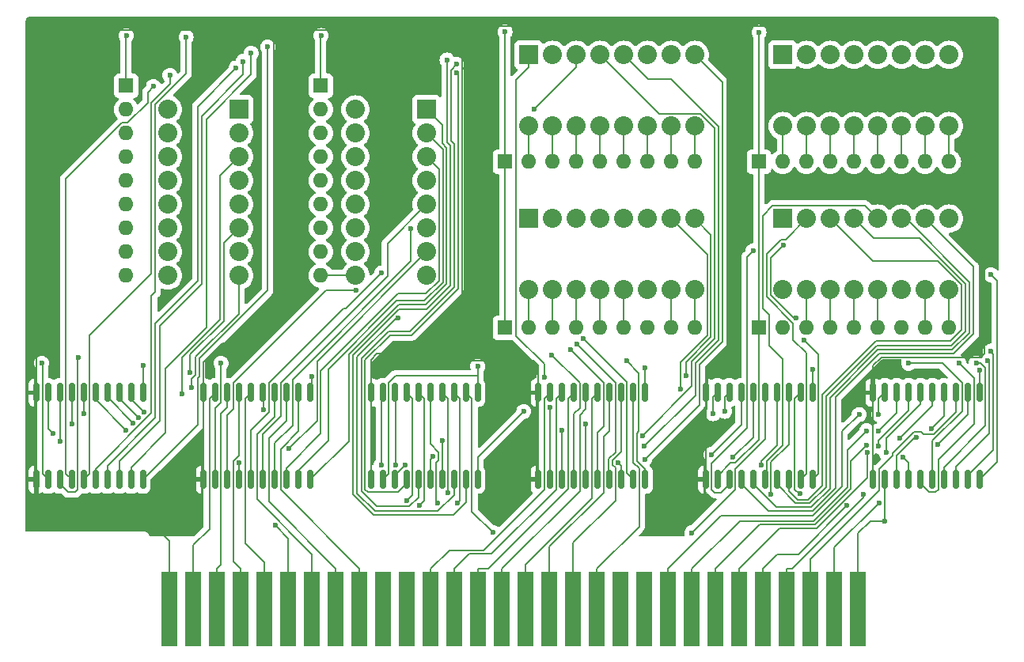
<source format=gbr>
%TF.GenerationSoftware,KiCad,Pcbnew,8.0.2*%
%TF.CreationDate,2025-01-11T19:36:36+01:00*%
%TF.ProjectId,bytecradle-6502-expansion-board,62797465-6372-4616-946c-652d36353032,rev?*%
%TF.SameCoordinates,Original*%
%TF.FileFunction,Copper,L2,Bot*%
%TF.FilePolarity,Positive*%
%FSLAX46Y46*%
G04 Gerber Fmt 4.6, Leading zero omitted, Abs format (unit mm)*
G04 Created by KiCad (PCBNEW 8.0.2) date 2025-01-11 19:36:36*
%MOMM*%
%LPD*%
G01*
G04 APERTURE LIST*
G04 Aperture macros list*
%AMRoundRect*
0 Rectangle with rounded corners*
0 $1 Rounding radius*
0 $2 $3 $4 $5 $6 $7 $8 $9 X,Y pos of 4 corners*
0 Add a 4 corners polygon primitive as box body*
4,1,4,$2,$3,$4,$5,$6,$7,$8,$9,$2,$3,0*
0 Add four circle primitives for the rounded corners*
1,1,$1+$1,$2,$3*
1,1,$1+$1,$4,$5*
1,1,$1+$1,$6,$7*
1,1,$1+$1,$8,$9*
0 Add four rect primitives between the rounded corners*
20,1,$1+$1,$2,$3,$4,$5,0*
20,1,$1+$1,$4,$5,$6,$7,0*
20,1,$1+$1,$6,$7,$8,$9,0*
20,1,$1+$1,$8,$9,$2,$3,0*%
G04 Aperture macros list end*
%TA.AperFunction,ComponentPad*%
%ADD10R,1.600000X1.600000*%
%TD*%
%TA.AperFunction,ComponentPad*%
%ADD11O,1.600000X1.600000*%
%TD*%
%TA.AperFunction,ComponentPad*%
%ADD12R,2.032000X2.032000*%
%TD*%
%TA.AperFunction,ComponentPad*%
%ADD13C,2.032000*%
%TD*%
%TA.AperFunction,SMDPad,CuDef*%
%ADD14R,1.800000X8.000000*%
%TD*%
%TA.AperFunction,SMDPad,CuDef*%
%ADD15RoundRect,0.150000X-0.150000X0.875000X-0.150000X-0.875000X0.150000X-0.875000X0.150000X0.875000X0*%
%TD*%
%TA.AperFunction,ViaPad*%
%ADD16C,0.600000*%
%TD*%
%TA.AperFunction,Conductor*%
%ADD17C,0.200000*%
%TD*%
G04 APERTURE END LIST*
D10*
%TO.P,RN6,1,common*%
%TO.N,GND*%
X122174000Y-84328000D03*
D11*
%TO.P,RN6,2,R1*%
%TO.N,Net-(RN6-R1)*%
X124714000Y-84328000D03*
%TO.P,RN6,3,R2*%
%TO.N,Net-(RN6-R2)*%
X127254000Y-84328000D03*
%TO.P,RN6,4,R3*%
%TO.N,Net-(RN6-R3)*%
X129794000Y-84328000D03*
%TO.P,RN6,5,R4*%
%TO.N,Net-(RN6-R4)*%
X132334000Y-84328000D03*
%TO.P,RN6,6,R5*%
%TO.N,Net-(RN6-R5)*%
X134874000Y-84328000D03*
%TO.P,RN6,7,R6*%
%TO.N,Net-(RN6-R6)*%
X137414000Y-84328000D03*
%TO.P,RN6,8,R7*%
%TO.N,Net-(RN6-R7)*%
X139954000Y-84328000D03*
%TO.P,RN6,9,R8*%
%TO.N,Net-(RN6-R8)*%
X142494000Y-84328000D03*
%TD*%
D10*
%TO.P,RN5,1,common*%
%TO.N,GND*%
X75291500Y-58420000D03*
D11*
%TO.P,RN5,2,R1*%
%TO.N,Net-(RN5-R1)*%
X75291500Y-60960000D03*
%TO.P,RN5,3,R2*%
%TO.N,Net-(RN5-R2)*%
X75291500Y-63500000D03*
%TO.P,RN5,4,R3*%
%TO.N,Net-(RN5-R3)*%
X75291500Y-66040000D03*
%TO.P,RN5,5,R4*%
%TO.N,Net-(RN5-R4)*%
X75291500Y-68580000D03*
%TO.P,RN5,6,R5*%
%TO.N,Net-(RN5-R5)*%
X75291500Y-71120000D03*
%TO.P,RN5,7,R6*%
%TO.N,Net-(RN5-R6)*%
X75291500Y-73660000D03*
%TO.P,RN5,8,R7*%
%TO.N,Net-(RN5-R7)*%
X75291500Y-76200000D03*
%TO.P,RN5,9,R8*%
%TO.N,Net-(RN5-R8)*%
X75291500Y-78740000D03*
%TD*%
D10*
%TO.P,RN4,1,common*%
%TO.N,GND*%
X54463500Y-58420000D03*
D11*
%TO.P,RN4,2,R1*%
%TO.N,Net-(RN4-R1)*%
X54463500Y-60960000D03*
%TO.P,RN4,3,R2*%
%TO.N,Net-(RN4-R2)*%
X54463500Y-63500000D03*
%TO.P,RN4,4,R3*%
%TO.N,Net-(RN4-R3)*%
X54463500Y-66040000D03*
%TO.P,RN4,5,R4*%
%TO.N,Net-(RN4-R4)*%
X54463500Y-68580000D03*
%TO.P,RN4,6,R5*%
%TO.N,Net-(RN4-R5)*%
X54463500Y-71120000D03*
%TO.P,RN4,7,R6*%
%TO.N,Net-(RN4-R6)*%
X54463500Y-73660000D03*
%TO.P,RN4,8,R7*%
%TO.N,Net-(RN4-R7)*%
X54463500Y-76200000D03*
%TO.P,RN4,9,R8*%
%TO.N,Net-(RN4-R8)*%
X54463500Y-78740000D03*
%TD*%
D10*
%TO.P,RN3,1,common*%
%TO.N,GND*%
X94996000Y-84328000D03*
D11*
%TO.P,RN3,2,R1*%
%TO.N,Net-(RN3-R1)*%
X97536000Y-84328000D03*
%TO.P,RN3,3,R2*%
%TO.N,Net-(RN3-R2)*%
X100076000Y-84328000D03*
%TO.P,RN3,4,R3*%
%TO.N,Net-(RN3-R3)*%
X102616000Y-84328000D03*
%TO.P,RN3,5,R4*%
%TO.N,Net-(RN3-R4)*%
X105156000Y-84328000D03*
%TO.P,RN3,6,R5*%
%TO.N,Net-(RN3-R5)*%
X107696000Y-84328000D03*
%TO.P,RN3,7,R6*%
%TO.N,Net-(RN3-R6)*%
X110236000Y-84328000D03*
%TO.P,RN3,8,R7*%
%TO.N,Net-(RN3-R7)*%
X112776000Y-84328000D03*
%TO.P,RN3,9,R8*%
%TO.N,Net-(RN3-R8)*%
X115316000Y-84328000D03*
%TD*%
D10*
%TO.P,RN2,1,common*%
%TO.N,GND*%
X122174000Y-66548000D03*
D11*
%TO.P,RN2,2,R1*%
%TO.N,Net-(RN2-R1)*%
X124714000Y-66548000D03*
%TO.P,RN2,3,R2*%
%TO.N,Net-(RN2-R2)*%
X127254000Y-66548000D03*
%TO.P,RN2,4,R3*%
%TO.N,Net-(RN2-R3)*%
X129794000Y-66548000D03*
%TO.P,RN2,5,R4*%
%TO.N,Net-(RN2-R4)*%
X132334000Y-66548000D03*
%TO.P,RN2,6,R5*%
%TO.N,Net-(RN2-R5)*%
X134874000Y-66548000D03*
%TO.P,RN2,7,R6*%
%TO.N,Net-(RN2-R6)*%
X137414000Y-66548000D03*
%TO.P,RN2,8,R7*%
%TO.N,Net-(RN2-R7)*%
X139954000Y-66548000D03*
%TO.P,RN2,9,R8*%
%TO.N,Net-(RN2-R8)*%
X142494000Y-66548000D03*
%TD*%
D10*
%TO.P,RN1,1,common*%
%TO.N,GND*%
X94996000Y-66548000D03*
D11*
%TO.P,RN1,2,R1*%
%TO.N,Net-(RN1-R1)*%
X97536000Y-66548000D03*
%TO.P,RN1,3,R2*%
%TO.N,Net-(RN1-R2)*%
X100076000Y-66548000D03*
%TO.P,RN1,4,R3*%
%TO.N,Net-(RN1-R3)*%
X102616000Y-66548000D03*
%TO.P,RN1,5,R4*%
%TO.N,Net-(RN1-R4)*%
X105156000Y-66548000D03*
%TO.P,RN1,6,R5*%
%TO.N,Net-(RN1-R5)*%
X107696000Y-66548000D03*
%TO.P,RN1,7,R6*%
%TO.N,Net-(RN1-R6)*%
X110236000Y-66548000D03*
%TO.P,RN1,8,R7*%
%TO.N,Net-(RN1-R7)*%
X112776000Y-66548000D03*
%TO.P,RN1,9,R8*%
%TO.N,Net-(RN1-R8)*%
X115316000Y-66548000D03*
%TD*%
D12*
%TO.P,BAR6,1,A*%
%TO.N,Net-(U1-B7)*%
X124714000Y-72644000D03*
D13*
%TO.P,BAR6,2,A*%
%TO.N,Net-(U1-B6)*%
X127254000Y-72644000D03*
%TO.P,BAR6,3,A*%
%TO.N,Net-(U1-B5)*%
X129794000Y-72644000D03*
%TO.P,BAR6,4,A*%
%TO.N,Net-(U1-B4)*%
X132334000Y-72644000D03*
%TO.P,BAR6,5,A*%
%TO.N,Net-(U1-B3)*%
X134874000Y-72644000D03*
%TO.P,BAR6,6,A*%
%TO.N,Net-(U1-B2)*%
X137414000Y-72644000D03*
%TO.P,BAR6,7,A*%
%TO.N,Net-(U1-B1)*%
X139954000Y-72644000D03*
%TO.P,BAR6,8,A*%
%TO.N,Net-(U1-B0)*%
X142494000Y-72644000D03*
%TO.P,BAR6,9,K*%
%TO.N,Net-(RN6-R8)*%
X142494000Y-80264000D03*
%TO.P,BAR6,10,K*%
%TO.N,Net-(RN6-R7)*%
X139954000Y-80264000D03*
%TO.P,BAR6,11,K*%
%TO.N,Net-(RN6-R6)*%
X137414000Y-80264000D03*
%TO.P,BAR6,12,K*%
%TO.N,Net-(RN6-R5)*%
X134874000Y-80264000D03*
%TO.P,BAR6,13,K*%
%TO.N,Net-(RN6-R4)*%
X132334000Y-80264000D03*
%TO.P,BAR6,14,K*%
%TO.N,Net-(RN6-R3)*%
X129794000Y-80264000D03*
%TO.P,BAR6,15,K*%
%TO.N,Net-(RN6-R2)*%
X127254000Y-80264000D03*
%TO.P,BAR6,16,K*%
%TO.N,Net-(RN6-R1)*%
X124714000Y-80264000D03*
%TD*%
D12*
%TO.P,BAR5,1,A*%
%TO.N,Net-(U4-B7)*%
X86614000Y-60960000D03*
D13*
%TO.P,BAR5,2,A*%
%TO.N,Net-(U4-B6)*%
X86614000Y-63500000D03*
%TO.P,BAR5,3,A*%
%TO.N,Net-(U4-B5)*%
X86614000Y-66040000D03*
%TO.P,BAR5,4,A*%
%TO.N,Net-(U4-B4)*%
X86614000Y-68580000D03*
%TO.P,BAR5,5,A*%
%TO.N,Net-(U4-B3)*%
X86614000Y-71120000D03*
%TO.P,BAR5,6,A*%
%TO.N,Net-(U4-B2)*%
X86614000Y-73660000D03*
%TO.P,BAR5,7,A*%
%TO.N,Net-(U4-B1)*%
X86614000Y-76200000D03*
%TO.P,BAR5,8,A*%
%TO.N,Net-(U4-B0)*%
X86614000Y-78740000D03*
%TO.P,BAR5,9,K*%
%TO.N,Net-(RN5-R8)*%
X78994000Y-78740000D03*
%TO.P,BAR5,10,K*%
%TO.N,Net-(RN5-R7)*%
X78994000Y-76200000D03*
%TO.P,BAR5,11,K*%
%TO.N,Net-(RN5-R6)*%
X78994000Y-73660000D03*
%TO.P,BAR5,12,K*%
%TO.N,Net-(RN5-R5)*%
X78994000Y-71120000D03*
%TO.P,BAR5,13,K*%
%TO.N,Net-(RN5-R4)*%
X78994000Y-68580000D03*
%TO.P,BAR5,14,K*%
%TO.N,Net-(RN5-R3)*%
X78994000Y-66040000D03*
%TO.P,BAR5,15,K*%
%TO.N,Net-(RN5-R2)*%
X78994000Y-63500000D03*
%TO.P,BAR5,16,K*%
%TO.N,Net-(RN5-R1)*%
X78994000Y-60960000D03*
%TD*%
D12*
%TO.P,BAR4,1,A*%
%TO.N,Net-(U5-B7)*%
X66548000Y-60960000D03*
D13*
%TO.P,BAR4,2,A*%
%TO.N,Net-(U5-B6)*%
X66548000Y-63500000D03*
%TO.P,BAR4,3,A*%
%TO.N,Net-(U5-B5)*%
X66548000Y-66040000D03*
%TO.P,BAR4,4,A*%
%TO.N,Net-(U5-B4)*%
X66548000Y-68580000D03*
%TO.P,BAR4,5,A*%
%TO.N,Net-(U5-B3)*%
X66548000Y-71120000D03*
%TO.P,BAR4,6,A*%
%TO.N,Net-(U5-B2)*%
X66548000Y-73660000D03*
%TO.P,BAR4,7,A*%
%TO.N,Net-(U5-B1)*%
X66548000Y-76200000D03*
%TO.P,BAR4,8,A*%
%TO.N,Net-(U5-B0)*%
X66548000Y-78740000D03*
%TO.P,BAR4,9,K*%
%TO.N,Net-(RN4-R8)*%
X58928000Y-78740000D03*
%TO.P,BAR4,10,K*%
%TO.N,Net-(RN4-R7)*%
X58928000Y-76200000D03*
%TO.P,BAR4,11,K*%
%TO.N,Net-(RN4-R6)*%
X58928000Y-73660000D03*
%TO.P,BAR4,12,K*%
%TO.N,Net-(RN4-R5)*%
X58928000Y-71120000D03*
%TO.P,BAR4,13,K*%
%TO.N,Net-(RN4-R4)*%
X58928000Y-68580000D03*
%TO.P,BAR4,14,K*%
%TO.N,Net-(RN4-R3)*%
X58928000Y-66040000D03*
%TO.P,BAR4,15,K*%
%TO.N,Net-(RN4-R2)*%
X58928000Y-63500000D03*
%TO.P,BAR4,16,K*%
%TO.N,Net-(RN4-R1)*%
X58928000Y-60960000D03*
%TD*%
D12*
%TO.P,BAR3,1,A*%
%TO.N,Net-(U6-B7)*%
X97536000Y-72644000D03*
D13*
%TO.P,BAR3,2,A*%
%TO.N,Net-(U6-B6)*%
X100076000Y-72644000D03*
%TO.P,BAR3,3,A*%
%TO.N,Net-(U6-B5)*%
X102616000Y-72644000D03*
%TO.P,BAR3,4,A*%
%TO.N,Net-(U6-B4)*%
X105156000Y-72644000D03*
%TO.P,BAR3,5,A*%
%TO.N,Net-(U6-B3)*%
X107696000Y-72644000D03*
%TO.P,BAR3,6,A*%
%TO.N,Net-(U6-B2)*%
X110236000Y-72644000D03*
%TO.P,BAR3,7,A*%
%TO.N,Net-(U6-B1)*%
X112776000Y-72644000D03*
%TO.P,BAR3,8,A*%
%TO.N,Net-(U6-B0)*%
X115316000Y-72644000D03*
%TO.P,BAR3,9,K*%
%TO.N,Net-(RN3-R8)*%
X115316000Y-80264000D03*
%TO.P,BAR3,10,K*%
%TO.N,Net-(RN3-R7)*%
X112776000Y-80264000D03*
%TO.P,BAR3,11,K*%
%TO.N,Net-(RN3-R6)*%
X110236000Y-80264000D03*
%TO.P,BAR3,12,K*%
%TO.N,Net-(RN3-R5)*%
X107696000Y-80264000D03*
%TO.P,BAR3,13,K*%
%TO.N,Net-(RN3-R4)*%
X105156000Y-80264000D03*
%TO.P,BAR3,14,K*%
%TO.N,Net-(RN3-R3)*%
X102616000Y-80264000D03*
%TO.P,BAR3,15,K*%
%TO.N,Net-(RN3-R2)*%
X100076000Y-80264000D03*
%TO.P,BAR3,16,K*%
%TO.N,Net-(RN3-R1)*%
X97536000Y-80264000D03*
%TD*%
D12*
%TO.P,BAR2,1,A*%
%TO.N,Net-(U2-B7)*%
X124714000Y-55118000D03*
D13*
%TO.P,BAR2,2,A*%
%TO.N,Net-(U2-B6)*%
X127254000Y-55118000D03*
%TO.P,BAR2,3,A*%
%TO.N,Net-(U2-B5)*%
X129794000Y-55118000D03*
%TO.P,BAR2,4,A*%
%TO.N,Net-(U2-B4)*%
X132334000Y-55118000D03*
%TO.P,BAR2,5,A*%
%TO.N,Net-(U2-B3)*%
X134874000Y-55118000D03*
%TO.P,BAR2,6,A*%
%TO.N,Net-(U2-B2)*%
X137414000Y-55118000D03*
%TO.P,BAR2,7,A*%
%TO.N,Net-(U2-B1)*%
X139954000Y-55118000D03*
%TO.P,BAR2,8,A*%
%TO.N,Net-(U2-B0)*%
X142494000Y-55118000D03*
%TO.P,BAR2,9,K*%
%TO.N,Net-(RN2-R8)*%
X142494000Y-62738000D03*
%TO.P,BAR2,10,K*%
%TO.N,Net-(RN2-R7)*%
X139954000Y-62738000D03*
%TO.P,BAR2,11,K*%
%TO.N,Net-(RN2-R6)*%
X137414000Y-62738000D03*
%TO.P,BAR2,12,K*%
%TO.N,Net-(RN2-R5)*%
X134874000Y-62738000D03*
%TO.P,BAR2,13,K*%
%TO.N,Net-(RN2-R4)*%
X132334000Y-62738000D03*
%TO.P,BAR2,14,K*%
%TO.N,Net-(RN2-R3)*%
X129794000Y-62738000D03*
%TO.P,BAR2,15,K*%
%TO.N,Net-(RN2-R2)*%
X127254000Y-62738000D03*
%TO.P,BAR2,16,K*%
%TO.N,Net-(RN2-R1)*%
X124714000Y-62738000D03*
%TD*%
D12*
%TO.P,BAR1,1,A*%
%TO.N,Net-(U3-B7)*%
X97536000Y-55118000D03*
D13*
%TO.P,BAR1,2,A*%
%TO.N,Net-(U3-B6)*%
X100076000Y-55118000D03*
%TO.P,BAR1,3,A*%
%TO.N,Net-(U3-B5)*%
X102616000Y-55118000D03*
%TO.P,BAR1,4,A*%
%TO.N,Net-(U3-B4)*%
X105156000Y-55118000D03*
%TO.P,BAR1,5,A*%
%TO.N,Net-(U3-B3)*%
X107696000Y-55118000D03*
%TO.P,BAR1,6,A*%
%TO.N,Net-(U3-B2)*%
X110236000Y-55118000D03*
%TO.P,BAR1,7,A*%
%TO.N,Net-(U3-B1)*%
X112776000Y-55118000D03*
%TO.P,BAR1,8,A*%
%TO.N,Net-(U3-B0)*%
X115316000Y-55118000D03*
%TO.P,BAR1,9,K*%
%TO.N,Net-(RN1-R8)*%
X115316000Y-62738000D03*
%TO.P,BAR1,10,K*%
%TO.N,Net-(RN1-R7)*%
X112776000Y-62738000D03*
%TO.P,BAR1,11,K*%
%TO.N,Net-(RN1-R6)*%
X110236000Y-62738000D03*
%TO.P,BAR1,12,K*%
%TO.N,Net-(RN1-R5)*%
X107696000Y-62738000D03*
%TO.P,BAR1,13,K*%
%TO.N,Net-(RN1-R4)*%
X105156000Y-62738000D03*
%TO.P,BAR1,14,K*%
%TO.N,Net-(RN1-R3)*%
X102616000Y-62738000D03*
%TO.P,BAR1,15,K*%
%TO.N,Net-(RN1-R2)*%
X100076000Y-62738000D03*
%TO.P,BAR1,16,K*%
%TO.N,Net-(RN1-R1)*%
X97536000Y-62738000D03*
%TD*%
D14*
%TO.P,J1,31,Pin_31*%
%TO.N,GND*%
X132785000Y-114427000D03*
%TO.P,J1,32,Pin_32*%
%TO.N,REG7*%
X130245000Y-114427000D03*
%TO.P,J1,33,Pin_33*%
%TO.N,REG6*%
X127705000Y-114427000D03*
%TO.P,J1,34,Pin_34*%
%TO.N,RAMBANK*%
X125165000Y-114427000D03*
%TO.P,J1,35,Pin_35*%
%TO.N,BANK4*%
X122625000Y-114427000D03*
%TO.P,J1,36,Pin_36*%
%TO.N,BANK3*%
X120085000Y-114427000D03*
%TO.P,J1,37,Pin_37*%
%TO.N,BANK2*%
X117545000Y-114427000D03*
%TO.P,J1,38,Pin_38*%
%TO.N,BANK1*%
X115005000Y-114427000D03*
%TO.P,J1,39,Pin_39*%
%TO.N,BANK0*%
X112465000Y-114427000D03*
%TO.P,J1,40,Pin_40*%
%TO.N,CB2*%
X109925000Y-114427000D03*
%TO.P,J1,41,Pin_41*%
%TO.N,CB1*%
X107385000Y-114427000D03*
%TO.P,J1,42,Pin_42*%
%TO.N,PB7*%
X104845000Y-114427000D03*
%TO.P,J1,43,Pin_43*%
%TO.N,PB6*%
X102305000Y-114427000D03*
%TO.P,J1,44,Pin_44*%
%TO.N,PB5*%
X99765000Y-114427000D03*
%TO.P,J1,45,Pin_45*%
%TO.N,PB4*%
X97225000Y-114427000D03*
%TO.P,J1,46,Pin_46*%
%TO.N,PB3*%
X94685000Y-114427000D03*
%TO.P,J1,47,Pin_47*%
%TO.N,PB2*%
X92145000Y-114427000D03*
%TO.P,J1,48,Pin_48*%
%TO.N,PB1*%
X89605000Y-114427000D03*
%TO.P,J1,49,Pin_49*%
%TO.N,PB0*%
X87065000Y-114427000D03*
%TO.P,J1,50,Pin_50*%
%TO.N,CA2*%
X84525000Y-114427000D03*
%TO.P,J1,51,Pin_51*%
%TO.N,CA1*%
X81985000Y-114427000D03*
%TO.P,J1,52,Pin_52*%
%TO.N,PA7*%
X79445000Y-114427000D03*
%TO.P,J1,53,Pin_53*%
%TO.N,PA6*%
X76905000Y-114427000D03*
%TO.P,J1,54,Pin_54*%
%TO.N,PA5*%
X74365000Y-114427000D03*
%TO.P,J1,55,Pin_55*%
%TO.N,PA4*%
X71825000Y-114427000D03*
%TO.P,J1,56,Pin_56*%
%TO.N,PA3*%
X69285000Y-114427000D03*
%TO.P,J1,57,Pin_57*%
%TO.N,PA2*%
X66745000Y-114427000D03*
%TO.P,J1,58,Pin_58*%
%TO.N,PA1*%
X64205000Y-114427000D03*
%TO.P,J1,59,Pin_59*%
%TO.N,PA0*%
X61665000Y-114427000D03*
%TO.P,J1,60,Pin_60*%
%TO.N,VCC*%
X59125000Y-114427000D03*
%TD*%
D15*
%TO.P,U4,1,A->B*%
%TO.N,VCC*%
X62738000Y-91284000D03*
%TO.P,U4,2,A0*%
%TO.N,PA0*%
X64008000Y-91284000D03*
%TO.P,U4,3,A1*%
%TO.N,PA1*%
X65278000Y-91284000D03*
%TO.P,U4,4,A2*%
%TO.N,PA2*%
X66548000Y-91284000D03*
%TO.P,U4,5,A3*%
%TO.N,PA3*%
X67818000Y-91284000D03*
%TO.P,U4,6,A4*%
%TO.N,PA4*%
X69088000Y-91284000D03*
%TO.P,U4,7,A5*%
%TO.N,PA5*%
X70358000Y-91284000D03*
%TO.P,U4,8,A6*%
%TO.N,PA6*%
X71628000Y-91284000D03*
%TO.P,U4,9,A7*%
%TO.N,PA7*%
X72898000Y-91284000D03*
%TO.P,U4,10,GND*%
%TO.N,GND*%
X74168000Y-91284000D03*
%TO.P,U4,11,B7*%
%TO.N,Net-(U4-B7)*%
X74168000Y-100584000D03*
%TO.P,U4,12,B6*%
%TO.N,Net-(U4-B6)*%
X72898000Y-100584000D03*
%TO.P,U4,13,B5*%
%TO.N,Net-(U4-B5)*%
X71628000Y-100584000D03*
%TO.P,U4,14,B4*%
%TO.N,Net-(U4-B4)*%
X70358000Y-100584000D03*
%TO.P,U4,15,B3*%
%TO.N,Net-(U4-B3)*%
X69088000Y-100584000D03*
%TO.P,U4,16,B2*%
%TO.N,Net-(U4-B2)*%
X67818000Y-100584000D03*
%TO.P,U4,17,B1*%
%TO.N,Net-(U4-B1)*%
X66548000Y-100584000D03*
%TO.P,U4,18,B0*%
%TO.N,Net-(U4-B0)*%
X65278000Y-100584000D03*
%TO.P,U4,19,CE*%
%TO.N,GND*%
X64008000Y-100584000D03*
%TO.P,U4,20,VCC*%
%TO.N,VCC*%
X62738000Y-100584000D03*
%TD*%
%TO.P,U6,1,A->B*%
%TO.N,VCC*%
X134366000Y-91284000D03*
%TO.P,U6,2,A0*%
%TO.N,BANK0*%
X135636000Y-91284000D03*
%TO.P,U6,3,A1*%
%TO.N,BANK1*%
X136906000Y-91284000D03*
%TO.P,U6,4,A2*%
%TO.N,BANK2*%
X138176000Y-91284000D03*
%TO.P,U6,5,A3*%
%TO.N,BANK3*%
X139446000Y-91284000D03*
%TO.P,U6,6,A4*%
%TO.N,BANK4*%
X140716000Y-91284000D03*
%TO.P,U6,7,A5*%
%TO.N,RAMBANK*%
X141986000Y-91284000D03*
%TO.P,U6,8,A6*%
%TO.N,REG6*%
X143256000Y-91284000D03*
%TO.P,U6,9,A7*%
%TO.N,REG7*%
X144526000Y-91284000D03*
%TO.P,U6,10,GND*%
%TO.N,GND*%
X145796000Y-91284000D03*
%TO.P,U6,11,B7*%
%TO.N,Net-(U6-B7)*%
X145796000Y-100584000D03*
%TO.P,U6,12,B6*%
%TO.N,Net-(U6-B6)*%
X144526000Y-100584000D03*
%TO.P,U6,13,B5*%
%TO.N,Net-(U6-B5)*%
X143256000Y-100584000D03*
%TO.P,U6,14,B4*%
%TO.N,Net-(U6-B4)*%
X141986000Y-100584000D03*
%TO.P,U6,15,B3*%
%TO.N,Net-(U6-B3)*%
X140716000Y-100584000D03*
%TO.P,U6,16,B2*%
%TO.N,Net-(U6-B2)*%
X139446000Y-100584000D03*
%TO.P,U6,17,B1*%
%TO.N,Net-(U6-B1)*%
X138176000Y-100584000D03*
%TO.P,U6,18,B0*%
%TO.N,Net-(U6-B0)*%
X136906000Y-100584000D03*
%TO.P,U6,19,CE*%
%TO.N,GND*%
X135636000Y-100584000D03*
%TO.P,U6,20,VCC*%
%TO.N,VCC*%
X134366000Y-100584000D03*
%TD*%
%TO.P,U5,1,A->B*%
%TO.N,VCC*%
X98552000Y-91284000D03*
%TO.P,U5,2,A0*%
%TO.N,PB0*%
X99822000Y-91284000D03*
%TO.P,U5,3,A1*%
%TO.N,PB1*%
X101092000Y-91284000D03*
%TO.P,U5,4,A2*%
%TO.N,PB2*%
X102362000Y-91284000D03*
%TO.P,U5,5,A3*%
%TO.N,PB3*%
X103632000Y-91284000D03*
%TO.P,U5,6,A4*%
%TO.N,PB4*%
X104902000Y-91284000D03*
%TO.P,U5,7,A5*%
%TO.N,PB5*%
X106172000Y-91284000D03*
%TO.P,U5,8,A6*%
%TO.N,PB6*%
X107442000Y-91284000D03*
%TO.P,U5,9,A7*%
%TO.N,PB7*%
X108712000Y-91284000D03*
%TO.P,U5,10,GND*%
%TO.N,GND*%
X109982000Y-91284000D03*
%TO.P,U5,11,B7*%
%TO.N,Net-(U5-B7)*%
X109982000Y-100584000D03*
%TO.P,U5,12,B6*%
%TO.N,Net-(U5-B6)*%
X108712000Y-100584000D03*
%TO.P,U5,13,B5*%
%TO.N,Net-(U5-B5)*%
X107442000Y-100584000D03*
%TO.P,U5,14,B4*%
%TO.N,Net-(U5-B4)*%
X106172000Y-100584000D03*
%TO.P,U5,15,B3*%
%TO.N,Net-(U5-B3)*%
X104902000Y-100584000D03*
%TO.P,U5,16,B2*%
%TO.N,Net-(U5-B2)*%
X103632000Y-100584000D03*
%TO.P,U5,17,B1*%
%TO.N,Net-(U5-B1)*%
X102362000Y-100584000D03*
%TO.P,U5,18,B0*%
%TO.N,Net-(U5-B0)*%
X101092000Y-100584000D03*
%TO.P,U5,19,CE*%
%TO.N,GND*%
X99822000Y-100584000D03*
%TO.P,U5,20,VCC*%
%TO.N,VCC*%
X98552000Y-100584000D03*
%TD*%
%TO.P,U2,1,A->B*%
%TO.N,VCC*%
X44831000Y-91284000D03*
%TO.P,U2,2,A0*%
%TO.N,A0*%
X46101000Y-91284000D03*
%TO.P,U2,3,A1*%
%TO.N,A1*%
X47371000Y-91284000D03*
%TO.P,U2,4,A2*%
%TO.N,A2*%
X48641000Y-91284000D03*
%TO.P,U2,5,A3*%
%TO.N,A3*%
X49911000Y-91284000D03*
%TO.P,U2,6,A4*%
%TO.N,A4*%
X51181000Y-91284000D03*
%TO.P,U2,7,A5*%
%TO.N,A5*%
X52451000Y-91284000D03*
%TO.P,U2,8,A6*%
%TO.N,A6*%
X53721000Y-91284000D03*
%TO.P,U2,9,A7*%
%TO.N,A7*%
X54991000Y-91284000D03*
%TO.P,U2,10,GND*%
%TO.N,GND*%
X56261000Y-91284000D03*
%TO.P,U2,11,B7*%
%TO.N,Net-(U2-B7)*%
X56261000Y-100584000D03*
%TO.P,U2,12,B6*%
%TO.N,Net-(U2-B6)*%
X54991000Y-100584000D03*
%TO.P,U2,13,B5*%
%TO.N,Net-(U2-B5)*%
X53721000Y-100584000D03*
%TO.P,U2,14,B4*%
%TO.N,Net-(U2-B4)*%
X52451000Y-100584000D03*
%TO.P,U2,15,B3*%
%TO.N,Net-(U2-B3)*%
X51181000Y-100584000D03*
%TO.P,U2,16,B2*%
%TO.N,Net-(U2-B2)*%
X49911000Y-100584000D03*
%TO.P,U2,17,B1*%
%TO.N,Net-(U2-B1)*%
X48641000Y-100584000D03*
%TO.P,U2,18,B0*%
%TO.N,Net-(U2-B0)*%
X47371000Y-100584000D03*
%TO.P,U2,19,CE*%
%TO.N,GND*%
X46101000Y-100584000D03*
%TO.P,U2,20,VCC*%
%TO.N,VCC*%
X44831000Y-100584000D03*
%TD*%
%TO.P,U1,1,A->B*%
%TO.N,VCC*%
X116459000Y-91284000D03*
%TO.P,U1,2,A0*%
%TO.N,D0*%
X117729000Y-91284000D03*
%TO.P,U1,3,A1*%
%TO.N,D1*%
X118999000Y-91284000D03*
%TO.P,U1,4,A2*%
%TO.N,D2*%
X120269000Y-91284000D03*
%TO.P,U1,5,A3*%
%TO.N,D3*%
X121539000Y-91284000D03*
%TO.P,U1,6,A4*%
%TO.N,D4*%
X122809000Y-91284000D03*
%TO.P,U1,7,A5*%
%TO.N,D5*%
X124079000Y-91284000D03*
%TO.P,U1,8,A6*%
%TO.N,D6*%
X125349000Y-91284000D03*
%TO.P,U1,9,A7*%
%TO.N,D7*%
X126619000Y-91284000D03*
%TO.P,U1,10,GND*%
%TO.N,GND*%
X127889000Y-91284000D03*
%TO.P,U1,11,B7*%
%TO.N,Net-(U1-B7)*%
X127889000Y-100584000D03*
%TO.P,U1,12,B6*%
%TO.N,Net-(U1-B6)*%
X126619000Y-100584000D03*
%TO.P,U1,13,B5*%
%TO.N,Net-(U1-B5)*%
X125349000Y-100584000D03*
%TO.P,U1,14,B4*%
%TO.N,Net-(U1-B4)*%
X124079000Y-100584000D03*
%TO.P,U1,15,B3*%
%TO.N,Net-(U1-B3)*%
X122809000Y-100584000D03*
%TO.P,U1,16,B2*%
%TO.N,Net-(U1-B2)*%
X121539000Y-100584000D03*
%TO.P,U1,17,B1*%
%TO.N,Net-(U1-B1)*%
X120269000Y-100584000D03*
%TO.P,U1,18,B0*%
%TO.N,Net-(U1-B0)*%
X118999000Y-100584000D03*
%TO.P,U1,19,CE*%
%TO.N,GND*%
X117729000Y-100584000D03*
%TO.P,U1,20,VCC*%
%TO.N,VCC*%
X116459000Y-100584000D03*
%TD*%
%TO.P,U3,1,A->B*%
%TO.N,VCC*%
X80645000Y-91284000D03*
%TO.P,U3,2,A0*%
%TO.N,A8*%
X81915000Y-91284000D03*
%TO.P,U3,3,A1*%
%TO.N,A9*%
X83185000Y-91284000D03*
%TO.P,U3,4,A2*%
%TO.N,A10*%
X84455000Y-91284000D03*
%TO.P,U3,5,A3*%
%TO.N,A11*%
X85725000Y-91284000D03*
%TO.P,U3,6,A4*%
%TO.N,A12*%
X86995000Y-91284000D03*
%TO.P,U3,7,A5*%
%TO.N,A13*%
X88265000Y-91284000D03*
%TO.P,U3,8,A6*%
%TO.N,A14*%
X89535000Y-91284000D03*
%TO.P,U3,9,A7*%
%TO.N,A15*%
X90805000Y-91284000D03*
%TO.P,U3,10,GND*%
%TO.N,GND*%
X92075000Y-91284000D03*
%TO.P,U3,11,B7*%
%TO.N,Net-(U3-B7)*%
X92075000Y-100584000D03*
%TO.P,U3,12,B6*%
%TO.N,Net-(U3-B6)*%
X90805000Y-100584000D03*
%TO.P,U3,13,B5*%
%TO.N,Net-(U3-B5)*%
X89535000Y-100584000D03*
%TO.P,U3,14,B4*%
%TO.N,Net-(U3-B4)*%
X88265000Y-100584000D03*
%TO.P,U3,15,B3*%
%TO.N,Net-(U3-B3)*%
X86995000Y-100584000D03*
%TO.P,U3,16,B2*%
%TO.N,Net-(U3-B2)*%
X85725000Y-100584000D03*
%TO.P,U3,17,B1*%
%TO.N,Net-(U3-B1)*%
X84455000Y-100584000D03*
%TO.P,U3,18,B0*%
%TO.N,Net-(U3-B0)*%
X83185000Y-100584000D03*
%TO.P,U3,19,CE*%
%TO.N,GND*%
X81915000Y-100584000D03*
%TO.P,U3,20,VCC*%
%TO.N,VCC*%
X80645000Y-100584000D03*
%TD*%
D16*
%TO.N,A0*%
X46617600Y-95658900D03*
%TO.N,A1*%
X47401500Y-96475400D03*
%TO.N,D4*%
X114982800Y-106288000D03*
%TO.N,D1*%
X118500300Y-93277000D03*
%TO.N,A11*%
X85806800Y-103323300D03*
%TO.N,PA4*%
X69148100Y-93084500D03*
X70443700Y-105499500D03*
%TO.N,BANK4*%
X137257700Y-96143000D03*
X131602100Y-103392700D03*
%TO.N,D3*%
X119406900Y-98215300D03*
%TO.N,A5*%
X55217800Y-94508400D03*
%TO.N,A14*%
X89893000Y-103088900D03*
%TO.N,A13*%
X88878000Y-101989200D03*
%TO.N,A3*%
X49938600Y-93539300D03*
%TO.N,A8*%
X81755300Y-99054400D03*
%TO.N,RAMBANK*%
X140618600Y-95127400D03*
X133310400Y-102158400D03*
%TO.N,A12*%
X87787600Y-103091700D03*
%TO.N,D6*%
X123478200Y-102123700D03*
%TO.N,D2*%
X117060500Y-97911400D03*
%TO.N,GND*%
X127889000Y-88773000D03*
X109982000Y-88646000D03*
X92075000Y-88484000D03*
X74295000Y-89535000D03*
X45431000Y-88138000D03*
X56261000Y-88392000D03*
X54483000Y-53086000D03*
X75311000Y-53051000D03*
X94996000Y-52670000D03*
X122174000Y-52705000D03*
X145796000Y-88900000D03*
X135636000Y-105029000D03*
X64613900Y-88138000D03*
X99810000Y-92819600D03*
%TO.N,A10*%
X84525000Y-102846200D03*
%TO.N,D7*%
X126565000Y-102122900D03*
%TO.N,REG7*%
X141319700Y-96793400D03*
X135021600Y-103091500D03*
%TO.N,A2*%
X48674500Y-94596400D03*
%TO.N,BANK3*%
X135774600Y-97709300D03*
X133757000Y-97709300D03*
%TO.N,A9*%
X83281900Y-99043000D03*
%TO.N,BANK0*%
X134982800Y-93617900D03*
X132891400Y-93617900D03*
%TO.N,A7*%
X56341100Y-93368300D03*
%TO.N,D5*%
X122425600Y-99037700D03*
%TO.N,A4*%
X54442100Y-95284000D03*
%TO.N,BANK2*%
X134974400Y-97014000D03*
X133688900Y-96909100D03*
%TO.N,A15*%
X93709800Y-106244700D03*
%TO.N,D0*%
X117264800Y-93544400D03*
%TO.N,A6*%
X55783600Y-93942400D03*
%TO.N,BANK1*%
X134967700Y-95350900D03*
X133696800Y-95350900D03*
%TO.N,Net-(U1-B0)*%
X121550800Y-76087500D03*
%TO.N,Net-(U1-B7)*%
X126986700Y-85630100D03*
X126153700Y-83294600D03*
X124804400Y-75477500D03*
%TO.N,Net-(U4-B0)*%
X79086000Y-80304200D03*
%TO.N,Net-(U4-B2)*%
X81818600Y-78451200D03*
%TO.N,Net-(U4-B4)*%
X84898200Y-73687900D03*
%TO.N,Net-(U4-B1)*%
X66580600Y-98816400D03*
X71876100Y-97281900D03*
%TO.N,Net-(U5-B0)*%
X61491000Y-90763400D03*
X101058700Y-95270600D03*
%TO.N,Net-(U5-B3)*%
X102006800Y-86694700D03*
%TO.N,Net-(U5-B2)*%
X103632000Y-94634700D03*
X61314000Y-89125200D03*
%TO.N,Net-(U5-B6)*%
X103350400Y-85460000D03*
%TO.N,Net-(U5-B7)*%
X108011700Y-87870800D03*
%TO.N,Net-(U5-B4)*%
X102654700Y-86069500D03*
%TO.N,Net-(U5-B5)*%
X107117000Y-98779200D03*
X60427200Y-91416600D03*
%TO.N,Net-(U5-B1)*%
X100022600Y-87269800D03*
%TO.N,Net-(U6-B2)*%
X143561000Y-88138000D03*
%TO.N,Net-(U6-B6)*%
X146947100Y-86837300D03*
%TO.N,Net-(U6-B0)*%
X114387700Y-89496900D03*
X139057000Y-96060200D03*
%TO.N,Net-(U6-B1)*%
X137576100Y-98179700D03*
X113787500Y-90900200D03*
%TO.N,Net-(U6-B7)*%
X147002500Y-78668500D03*
%TO.N,Net-(U6-B3)*%
X138194500Y-88138000D03*
%TO.N,Net-(U6-B4)*%
X145415000Y-88138000D03*
%TO.N,Net-(U6-B5)*%
X146635800Y-87878600D03*
%TO.N,Net-(U2-B6)*%
X67831700Y-54942100D03*
%TO.N,Net-(U2-B3)*%
X60878500Y-53198300D03*
%TO.N,Net-(U2-B5)*%
X66993100Y-55817800D03*
%TO.N,Net-(U2-B1)*%
X57390400Y-58503100D03*
%TO.N,Net-(U2-B7)*%
X69615600Y-54281300D03*
%TO.N,Net-(U2-B4)*%
X66227200Y-56519400D03*
%TO.N,Net-(U2-B0)*%
X49387800Y-87536700D03*
%TO.N,Net-(U2-B2)*%
X59149400Y-57319600D03*
%TO.N,Net-(U3-B7)*%
X99197700Y-89662700D03*
X97005100Y-93286300D03*
%TO.N,Net-(U3-B4)*%
X88265900Y-96428800D03*
X109709000Y-95873700D03*
%TO.N,Net-(U3-B0)*%
X84301200Y-99049900D03*
X109941800Y-98412000D03*
%TO.N,Net-(U3-B2)*%
X89812800Y-56146300D03*
%TO.N,Net-(U3-B3)*%
X87299800Y-98104400D03*
X109909000Y-97038500D03*
%TO.N,Net-(U3-B1)*%
X89811700Y-57002200D03*
%TO.N,Net-(U3-B6)*%
X88800400Y-55671600D03*
%TO.N,Net-(U3-B5)*%
X98096600Y-60929300D03*
X83565700Y-83309000D03*
%TD*%
D17*
%TO.N,PB5*%
X99765000Y-107793400D02*
X99765000Y-114427000D01*
X105537000Y-102021400D02*
X99765000Y-107793400D01*
X105537000Y-96024000D02*
X105537000Y-102021400D01*
X106172000Y-95389000D02*
X105537000Y-96024000D01*
X106172000Y-91284000D02*
X106172000Y-95389000D01*
%TO.N,A0*%
X46101000Y-95142300D02*
X46617600Y-95658900D01*
X46101000Y-91284000D02*
X46101000Y-95142300D01*
%TO.N,A1*%
X47371000Y-96444900D02*
X47401500Y-96475400D01*
X47371000Y-91284000D02*
X47371000Y-96444900D01*
%TO.N,D4*%
X119634000Y-101636800D02*
X114982800Y-106288000D01*
X119634000Y-99418600D02*
X119634000Y-101636800D01*
X122809000Y-96243600D02*
X119634000Y-99418600D01*
X122809000Y-91284000D02*
X122809000Y-96243600D01*
%TO.N,PB7*%
X104845000Y-114427000D02*
X104845000Y-110126900D01*
X109347000Y-105624900D02*
X104845000Y-110126900D01*
X109347000Y-99406600D02*
X109347000Y-105624900D01*
X108708800Y-98768400D02*
X109347000Y-99406600D01*
X108708800Y-91287200D02*
X108708800Y-98768400D01*
X108712000Y-91284000D02*
X108708800Y-91287200D01*
%TO.N,D1*%
X118500300Y-91782700D02*
X118500300Y-93277000D01*
X118999000Y-91284000D02*
X118500300Y-91782700D01*
%TO.N,A11*%
X86325800Y-102804300D02*
X85806800Y-103323300D01*
X86325800Y-91884800D02*
X86325800Y-102804300D01*
X85725000Y-91284000D02*
X86325800Y-91884800D01*
%TO.N,PA4*%
X69148100Y-91344100D02*
X69148100Y-93084500D01*
X69088000Y-91284000D02*
X69148100Y-91344100D01*
X71825000Y-106880800D02*
X70443700Y-105499500D01*
X71825000Y-114427000D02*
X71825000Y-106880800D01*
%TO.N,BANK4*%
X124121500Y-108630400D02*
X122625000Y-110126900D01*
X126364400Y-108630400D02*
X124121500Y-108630400D01*
X131602100Y-103392700D02*
X126364400Y-108630400D01*
X122625000Y-114427000D02*
X122625000Y-110126900D01*
X140716000Y-92684700D02*
X137257700Y-96143000D01*
X140716000Y-91284000D02*
X140716000Y-92684700D01*
%TO.N,PA2*%
X66745000Y-114427000D02*
X66745000Y-110126900D01*
X65943300Y-109325200D02*
X66745000Y-110126900D01*
X65943300Y-98605100D02*
X65943300Y-109325200D01*
X66548000Y-98000400D02*
X65943300Y-98605100D01*
X66548000Y-91284000D02*
X66548000Y-98000400D01*
%TO.N,D3*%
X121539000Y-96083200D02*
X119406900Y-98215300D01*
X121539000Y-91284000D02*
X121539000Y-96083200D01*
%TO.N,REG6*%
X127705000Y-109073100D02*
X127705000Y-114427000D01*
X135035200Y-101742900D02*
X127705000Y-109073100D01*
X135035200Y-99459400D02*
X135035200Y-101742900D01*
X136466400Y-98028200D02*
X135035200Y-99459400D01*
X136466400Y-97783100D02*
X136466400Y-98028200D01*
X138789400Y-95460100D02*
X136466400Y-97783100D01*
X139540400Y-95460100D02*
X138789400Y-95460100D01*
X139812900Y-95732600D02*
X139540400Y-95460100D01*
X140867000Y-95732600D02*
X139812900Y-95732600D01*
X143256000Y-93343600D02*
X140867000Y-95732600D01*
X143256000Y-91284000D02*
X143256000Y-93343600D01*
%TO.N,A5*%
X52451000Y-91741600D02*
X55217800Y-94508400D01*
X52451000Y-91284000D02*
X52451000Y-91741600D01*
%TO.N,A14*%
X90170000Y-102811900D02*
X89893000Y-103088900D01*
X90170000Y-91919000D02*
X90170000Y-102811900D01*
X89535000Y-91284000D02*
X90170000Y-91919000D01*
%TO.N,A13*%
X88878000Y-91897000D02*
X88878000Y-101989200D01*
X88265000Y-91284000D02*
X88878000Y-91897000D01*
%TO.N,PA7*%
X79445000Y-114427000D02*
X79445000Y-110126900D01*
X70993000Y-101674900D02*
X79445000Y-110126900D01*
X70993000Y-97316400D02*
X70993000Y-101674900D01*
X72898000Y-95411400D02*
X70993000Y-97316400D01*
X72898000Y-91284000D02*
X72898000Y-95411400D01*
%TO.N,PB1*%
X91181300Y-108550600D02*
X89605000Y-110126900D01*
X93534300Y-108550600D02*
X91181300Y-108550600D01*
X100457000Y-101627900D02*
X93534300Y-108550600D01*
X100457000Y-91919000D02*
X100457000Y-101627900D01*
X101092000Y-91284000D02*
X100457000Y-91919000D01*
X89605000Y-114427000D02*
X89605000Y-110126900D01*
%TO.N,PA1*%
X64205000Y-114427000D02*
X64205000Y-110126900D01*
X64608700Y-109723200D02*
X64205000Y-110126900D01*
X64608700Y-93488700D02*
X64608700Y-109723200D01*
X65278000Y-92819400D02*
X64608700Y-93488700D01*
X65278000Y-91284000D02*
X65278000Y-92819400D01*
%TO.N,A3*%
X49911000Y-93511700D02*
X49938600Y-93539300D01*
X49911000Y-91284000D02*
X49911000Y-93511700D01*
%TO.N,A8*%
X81755300Y-91443700D02*
X81755300Y-99054400D01*
X81915000Y-91284000D02*
X81755300Y-91443700D01*
%TO.N,RAMBANK*%
X125165000Y-114427000D02*
X125165000Y-110126900D01*
X133310400Y-102533100D02*
X133310400Y-102158400D01*
X125716600Y-110126900D02*
X133310400Y-102533100D01*
X125165000Y-110126900D02*
X125716600Y-110126900D01*
X141986000Y-93760000D02*
X140618600Y-95127400D01*
X141986000Y-91284000D02*
X141986000Y-93760000D01*
%TO.N,A12*%
X87630000Y-102934100D02*
X87787600Y-103091700D01*
X87630000Y-98767000D02*
X87630000Y-102934100D01*
X87908800Y-98488200D02*
X87630000Y-98767000D01*
X87908800Y-97673000D02*
X87908800Y-98488200D01*
X86995000Y-96759200D02*
X87908800Y-97673000D01*
X86995000Y-91284000D02*
X86995000Y-96759200D01*
%TO.N,VCC*%
X116459000Y-100584000D02*
X116459000Y-91284000D01*
X62738000Y-91284000D02*
X62738000Y-100584000D01*
X70231000Y-53213000D02*
X70993000Y-52451000D01*
X70231000Y-84455000D02*
X70231000Y-53213000D01*
X68707000Y-85979000D02*
X70231000Y-84455000D01*
X64770000Y-85979000D02*
X68707000Y-85979000D01*
X62738000Y-88011000D02*
X64770000Y-85979000D01*
X62738000Y-91284000D02*
X62738000Y-88011000D01*
X70993000Y-52451000D02*
X90424000Y-52451000D01*
X90170000Y-87122000D02*
X90424000Y-86868000D01*
X81280000Y-87122000D02*
X90170000Y-87122000D01*
X80645000Y-87757000D02*
X81280000Y-87122000D01*
X80645000Y-91284000D02*
X80645000Y-87757000D01*
X80645000Y-100584000D02*
X80645000Y-91284000D01*
X98552000Y-91284000D02*
X98552000Y-100584000D01*
X118745000Y-52578000D02*
X119253000Y-52070000D01*
X118745000Y-86233000D02*
X118745000Y-52578000D01*
X116459000Y-88519000D02*
X118745000Y-86233000D01*
X116459000Y-91284000D02*
X116459000Y-88519000D01*
X134366000Y-91284000D02*
X134366000Y-100584000D01*
X46228000Y-52451000D02*
X70993000Y-52451000D01*
X44831000Y-53848000D02*
X46228000Y-52451000D01*
X44831000Y-91284000D02*
X44831000Y-53848000D01*
X44831000Y-100584000D02*
X44831000Y-91284000D01*
X44831000Y-104521000D02*
X44831000Y-100584000D01*
X45974000Y-105664000D02*
X44831000Y-104521000D01*
X57404000Y-105664000D02*
X45974000Y-105664000D01*
X57658000Y-105918000D02*
X57404000Y-105664000D01*
X57912000Y-105918000D02*
X57658000Y-105918000D01*
X59125000Y-107131000D02*
X57912000Y-105918000D01*
X59125000Y-114427000D02*
X59125000Y-107131000D01*
X90805000Y-52070000D02*
X119253000Y-52070000D01*
X90424000Y-52451000D02*
X90805000Y-52070000D01*
X134366000Y-88392000D02*
X134366000Y-91284000D01*
X135255000Y-87503000D02*
X134366000Y-88392000D01*
X145923000Y-87503000D02*
X135255000Y-87503000D01*
X146304000Y-87122000D02*
X145923000Y-87503000D01*
X146304000Y-52832000D02*
X146304000Y-87122000D01*
X145542000Y-52070000D02*
X146304000Y-52832000D01*
X119253000Y-52070000D02*
X145542000Y-52070000D01*
X90424000Y-52451000D02*
X90424000Y-86868000D01*
X98552000Y-88392000D02*
X98552000Y-91284000D01*
X98044000Y-87884000D02*
X98552000Y-88392000D01*
X91440000Y-87884000D02*
X98044000Y-87884000D01*
X90424000Y-86868000D02*
X91440000Y-87884000D01*
%TO.N,D6*%
X125349000Y-96858000D02*
X125349000Y-91284000D01*
X123478200Y-98728800D02*
X125349000Y-96858000D01*
X123478200Y-102123700D02*
X123478200Y-98728800D01*
%TO.N,PA0*%
X61665000Y-107576400D02*
X61665000Y-114427000D01*
X63373100Y-105868300D02*
X61665000Y-107576400D01*
X63373100Y-91918900D02*
X63373100Y-105868300D01*
X64008000Y-91284000D02*
X63373100Y-91918900D01*
%TO.N,PB3*%
X94685000Y-114427000D02*
X94685000Y-110126900D01*
X103632000Y-93045500D02*
X103632000Y-91284000D01*
X102997000Y-93680500D02*
X103632000Y-93045500D01*
X102997000Y-101814900D02*
X102997000Y-93680500D01*
X94685000Y-110126900D02*
X102997000Y-101814900D01*
%TO.N,D2*%
X120269000Y-94702900D02*
X117060500Y-97911400D01*
X120269000Y-91284000D02*
X120269000Y-94702900D01*
%TO.N,GND*%
X54463500Y-53105500D02*
X54483000Y-53086000D01*
X54463500Y-58420000D02*
X54463500Y-53105500D01*
X75291500Y-53070500D02*
X75311000Y-53051000D01*
X75291500Y-58420000D02*
X75291500Y-53070500D01*
X94996000Y-84328000D02*
X94996000Y-66548000D01*
X122174000Y-66548000D02*
X122174000Y-52705000D01*
X94996000Y-66548000D02*
X94996000Y-52670000D01*
X127889000Y-88773000D02*
X127889000Y-91284000D01*
X109982000Y-88646000D02*
X109982000Y-91284000D01*
X74295000Y-91157000D02*
X74168000Y-91284000D01*
X74295000Y-89535000D02*
X74295000Y-91157000D01*
X45501000Y-88208000D02*
X45431000Y-88138000D01*
X45501000Y-99984000D02*
X45501000Y-88208000D01*
X46101000Y-100584000D02*
X45501000Y-99984000D01*
X145796000Y-88900000D02*
X145796000Y-91284000D01*
X135636000Y-100584000D02*
X135636000Y-105029000D01*
X134112000Y-105029000D02*
X135636000Y-105029000D01*
X132785000Y-106356000D02*
X134112000Y-105029000D01*
X132785000Y-114427000D02*
X132785000Y-106356000D01*
X56261000Y-88392000D02*
X56261000Y-91284000D01*
X99810000Y-100572000D02*
X99822000Y-100584000D01*
X99810000Y-92819600D02*
X99810000Y-100572000D01*
X122174000Y-84328000D02*
X122174000Y-66548000D01*
X122174000Y-96296900D02*
X122174000Y-84328000D01*
X119655500Y-98815400D02*
X122174000Y-96296900D01*
X119105200Y-98815400D02*
X119655500Y-98815400D01*
X117729000Y-100191600D02*
X119105200Y-98815400D01*
X117729000Y-100584000D02*
X117729000Y-100191600D01*
X64613900Y-92340600D02*
X64613900Y-88138000D01*
X64008000Y-92946500D02*
X64613900Y-92340600D01*
X64008000Y-100584000D02*
X64008000Y-92946500D01*
X92075000Y-88484000D02*
X92075000Y-89480100D01*
X92075000Y-89480100D02*
X92075000Y-91284000D01*
X82524300Y-99974700D02*
X81915000Y-100584000D01*
X82524300Y-90246900D02*
X82524300Y-99974700D01*
X83291100Y-89480100D02*
X82524300Y-90246900D01*
X92075000Y-89480100D02*
X83291100Y-89480100D01*
%TO.N,A10*%
X85104200Y-91933200D02*
X84455000Y-91284000D01*
X85104200Y-102267000D02*
X85104200Y-91933200D01*
X84525000Y-102846200D02*
X85104200Y-102267000D01*
%TO.N,PA3*%
X69285000Y-109482200D02*
X69285000Y-114427000D01*
X67198300Y-107395500D02*
X69285000Y-109482200D01*
X67198300Y-91903700D02*
X67198300Y-107395500D01*
X67818000Y-91284000D02*
X67198300Y-91903700D01*
%TO.N,PA6*%
X76905000Y-114427000D02*
X76905000Y-110126900D01*
X71628000Y-94282200D02*
X71628000Y-91284000D01*
X69723000Y-96187200D02*
X71628000Y-94282200D01*
X69723000Y-102944900D02*
X69723000Y-96187200D01*
X76905000Y-110126900D02*
X69723000Y-102944900D01*
%TO.N,D7*%
X126466300Y-102122900D02*
X126565000Y-102122900D01*
X126018200Y-101674800D02*
X126466300Y-102122900D01*
X126018200Y-91884800D02*
X126018200Y-101674800D01*
X126619000Y-91284000D02*
X126018200Y-91884800D01*
%TO.N,PB6*%
X102305000Y-107319300D02*
X102305000Y-114427000D01*
X106807000Y-102817300D02*
X102305000Y-107319300D01*
X106807000Y-99317800D02*
X106807000Y-102817300D01*
X106516900Y-99027700D02*
X106807000Y-99317800D01*
X106516900Y-98530700D02*
X106516900Y-99027700D01*
X107442000Y-97605600D02*
X106516900Y-98530700D01*
X107442000Y-91284000D02*
X107442000Y-97605600D01*
%TO.N,PB2*%
X93211600Y-110126900D02*
X92145000Y-110126900D01*
X101727000Y-101611500D02*
X93211600Y-110126900D01*
X101727000Y-91919000D02*
X101727000Y-101611500D01*
X102362000Y-91284000D02*
X101727000Y-91919000D01*
X92145000Y-114427000D02*
X92145000Y-110126900D01*
%TO.N,REG7*%
X130245000Y-107868100D02*
X135021600Y-103091500D01*
X130245000Y-114427000D02*
X130245000Y-107868100D01*
X144526000Y-93587100D02*
X141319700Y-96793400D01*
X144526000Y-91284000D02*
X144526000Y-93587100D01*
%TO.N,A2*%
X48641000Y-94562900D02*
X48674500Y-94596400D01*
X48641000Y-91284000D02*
X48641000Y-94562900D01*
%TO.N,BANK3*%
X120085000Y-114427000D02*
X120085000Y-110126900D01*
X133757000Y-100389200D02*
X133757000Y-97709300D01*
X128343100Y-105803100D02*
X133757000Y-100389200D01*
X124408800Y-105803100D02*
X128343100Y-105803100D01*
X120085000Y-110126900D02*
X124408800Y-105803100D01*
X135774600Y-96196200D02*
X135774600Y-97709300D01*
X139446000Y-92524800D02*
X135774600Y-96196200D01*
X139446000Y-91284000D02*
X139446000Y-92524800D01*
%TO.N,A9*%
X83281900Y-91380900D02*
X83281900Y-99043000D01*
X83185000Y-91284000D02*
X83281900Y-91380900D01*
%TO.N,BANK0*%
X112465000Y-114427000D02*
X112465000Y-110126900D01*
X131085000Y-95424300D02*
X132891400Y-93617900D01*
X131085000Y-101335100D02*
X131085000Y-95424300D01*
X127958800Y-104461300D02*
X131085000Y-101335100D01*
X118130600Y-104461300D02*
X127958800Y-104461300D01*
X112465000Y-110126900D02*
X118130600Y-104461300D01*
X134982800Y-91937200D02*
X134982800Y-93617900D01*
X135636000Y-91284000D02*
X134982800Y-91937200D01*
%TO.N,PA5*%
X74365000Y-114427000D02*
X74365000Y-110126900D01*
X70358000Y-93854800D02*
X70358000Y-91284000D01*
X68487300Y-95725500D02*
X70358000Y-93854800D01*
X68487300Y-102694500D02*
X68487300Y-95725500D01*
X74365000Y-108572200D02*
X68487300Y-102694500D01*
X74365000Y-110126900D02*
X74365000Y-108572200D01*
%TO.N,PB4*%
X104267000Y-91919000D02*
X104902000Y-91284000D01*
X104267000Y-102626100D02*
X104267000Y-91919000D01*
X97225000Y-109668100D02*
X104267000Y-102626100D01*
X97225000Y-114427000D02*
X97225000Y-109668100D01*
%TO.N,A7*%
X54991000Y-92018200D02*
X56341100Y-93368300D01*
X54991000Y-91284000D02*
X54991000Y-92018200D01*
%TO.N,D5*%
X122425600Y-98576000D02*
X122425600Y-99037700D01*
X124079000Y-96922600D02*
X122425600Y-98576000D01*
X124079000Y-91284000D02*
X124079000Y-96922600D01*
%TO.N,A4*%
X51181000Y-92022900D02*
X54442100Y-95284000D01*
X51181000Y-91284000D02*
X51181000Y-92022900D01*
%TO.N,BANK2*%
X117545000Y-114427000D02*
X117545000Y-110126900D01*
X122268900Y-105403000D02*
X117545000Y-110126900D01*
X128177500Y-105403000D02*
X122268900Y-105403000D01*
X132026500Y-101554000D02*
X128177500Y-105403000D01*
X132026500Y-98571500D02*
X132026500Y-101554000D01*
X133688900Y-96909100D02*
X132026500Y-98571500D01*
X134974400Y-96430600D02*
X134974400Y-97014000D01*
X138176000Y-93229000D02*
X134974400Y-96430600D01*
X138176000Y-91284000D02*
X138176000Y-93229000D01*
%TO.N,A15*%
X91474200Y-104009100D02*
X93709800Y-106244700D01*
X91474200Y-91953200D02*
X91474200Y-104009100D01*
X90805000Y-91284000D02*
X91474200Y-91953200D01*
%TO.N,D0*%
X117264800Y-91748200D02*
X117264800Y-93544400D01*
X117729000Y-91284000D02*
X117264800Y-91748200D01*
%TO.N,A6*%
X53721000Y-91879800D02*
X55783600Y-93942400D01*
X53721000Y-91284000D02*
X53721000Y-91879800D01*
%TO.N,BANK1*%
X136906000Y-93412600D02*
X134967700Y-95350900D01*
X136906000Y-91284000D02*
X136906000Y-93412600D01*
X115005000Y-114427000D02*
X115005000Y-110126900D01*
X120129000Y-105002900D02*
X115005000Y-110126900D01*
X128011800Y-105002900D02*
X120129000Y-105002900D01*
X131626400Y-101388300D02*
X128011800Y-105002900D01*
X131626400Y-97421300D02*
X131626400Y-101388300D01*
X133696800Y-95350900D02*
X131626400Y-97421300D01*
%TO.N,PB0*%
X89041500Y-108150400D02*
X87065000Y-110126900D01*
X92671500Y-108150400D02*
X89041500Y-108150400D01*
X99187000Y-101634900D02*
X92671500Y-108150400D01*
X99187000Y-91919000D02*
X99187000Y-101634900D01*
X99822000Y-91284000D02*
X99187000Y-91919000D01*
X87065000Y-114427000D02*
X87065000Y-110126900D01*
%TO.N,Net-(RN6-R4)*%
X132334000Y-80264000D02*
X132334000Y-84328000D01*
%TO.N,Net-(U1-B3)*%
X133518900Y-71288900D02*
X134874000Y-72644000D01*
X123610500Y-71288900D02*
X133518900Y-71288900D01*
X122574200Y-72325200D02*
X123610500Y-71288900D01*
X122574200Y-82236200D02*
X122574200Y-72325200D01*
X123302500Y-82964500D02*
X122574200Y-82236200D01*
X123302500Y-86279200D02*
X123302500Y-82964500D01*
X124714000Y-87690700D02*
X123302500Y-86279200D01*
X124714000Y-96927100D02*
X124714000Y-87690700D01*
X123025700Y-98615400D02*
X124714000Y-96927100D01*
X123025700Y-100367300D02*
X123025700Y-98615400D01*
X122809000Y-100584000D02*
X123025700Y-100367300D01*
%TO.N,Net-(U1-B6)*%
X127254000Y-99949000D02*
X126619000Y-100584000D01*
X127254000Y-87044700D02*
X127254000Y-99949000D01*
X125842500Y-85633200D02*
X127254000Y-87044700D01*
X125842500Y-83841500D02*
X125842500Y-85633200D01*
X122986100Y-80985100D02*
X125842500Y-83841500D01*
X122986100Y-76447200D02*
X122986100Y-80985100D01*
X124555900Y-74877400D02*
X122986100Y-76447200D01*
X125020600Y-74877400D02*
X124555900Y-74877400D01*
X127254000Y-72644000D02*
X125020600Y-74877400D01*
%TO.N,Net-(RN6-R2)*%
X127254000Y-80264000D02*
X127254000Y-83227900D01*
X127254000Y-84328000D02*
X127254000Y-83227900D01*
%TO.N,Net-(RN6-R5)*%
X134874000Y-80264000D02*
X134874000Y-84328000D01*
%TO.N,Net-(U1-B2)*%
X121539000Y-101080000D02*
X121539000Y-100584000D01*
X124017200Y-103558200D02*
X121539000Y-101080000D01*
X127727000Y-103558200D02*
X124017200Y-103558200D01*
X129746500Y-101538700D02*
X127727000Y-103558200D01*
X129746500Y-91851800D02*
X129746500Y-101538700D01*
X134895700Y-86702600D02*
X129746500Y-91851800D01*
X142849700Y-86702600D02*
X134895700Y-86702600D01*
X144683500Y-84868800D02*
X142849700Y-86702600D01*
X144683500Y-79454500D02*
X144683500Y-84868800D01*
X137873000Y-72644000D02*
X144683500Y-79454500D01*
X137414000Y-72644000D02*
X137873000Y-72644000D01*
%TO.N,Net-(RN6-R8)*%
X142494000Y-80264000D02*
X142494000Y-84328000D01*
%TO.N,Net-(RN6-R7)*%
X139954000Y-80264000D02*
X139954000Y-84328000D01*
%TO.N,Net-(U1-B5)*%
X125349000Y-101793600D02*
X125349000Y-100584000D01*
X126278500Y-102723100D02*
X125349000Y-101793600D01*
X127430500Y-102723100D02*
X126278500Y-102723100D01*
X128946000Y-101207600D02*
X127430500Y-102723100D01*
X128946000Y-91484900D02*
X128946000Y-101207600D01*
X134728400Y-85702500D02*
X128946000Y-91484900D01*
X142677500Y-85702500D02*
X134728400Y-85702500D01*
X143825700Y-84554300D02*
X142677500Y-85702500D01*
X143825700Y-79732900D02*
X143825700Y-84554300D01*
X141323500Y-77230700D02*
X143825700Y-79732900D01*
X134380700Y-77230700D02*
X141323500Y-77230700D01*
X129794000Y-72644000D02*
X134380700Y-77230700D01*
%TO.N,Net-(U1-B0)*%
X118999000Y-101040400D02*
X118999000Y-100584000D01*
X118065500Y-101973900D02*
X118999000Y-101040400D01*
X117449400Y-101973900D02*
X118065500Y-101973900D01*
X117094000Y-101618500D02*
X117449400Y-101973900D01*
X117094000Y-98867000D02*
X117094000Y-101618500D01*
X120904000Y-95057000D02*
X117094000Y-98867000D01*
X120904000Y-76734300D02*
X120904000Y-95057000D01*
X121550800Y-76087500D02*
X120904000Y-76734300D01*
%TO.N,Net-(U1-B7)*%
X128545900Y-99927100D02*
X127889000Y-100584000D01*
X128545900Y-87189300D02*
X128545900Y-99927100D01*
X126986700Y-85630100D02*
X128545900Y-87189300D01*
X123397800Y-76884100D02*
X124804400Y-75477500D01*
X123397800Y-80830900D02*
X123397800Y-76884100D01*
X125861500Y-83294600D02*
X123397800Y-80830900D01*
X126153700Y-83294600D02*
X125861500Y-83294600D01*
%TO.N,Net-(U1-B4)*%
X124079000Y-101102900D02*
X124079000Y-100584000D01*
X126102800Y-103126700D02*
X124079000Y-101102900D01*
X127592700Y-103126700D02*
X126102800Y-103126700D01*
X129346200Y-101373200D02*
X127592700Y-103126700D01*
X129346200Y-91686300D02*
X129346200Y-101373200D01*
X134806900Y-86225600D02*
X129346200Y-91686300D01*
X142760800Y-86225600D02*
X134806900Y-86225600D01*
X144283300Y-84703100D02*
X142760800Y-86225600D01*
X144283300Y-79624600D02*
X144283300Y-84703100D01*
X139374400Y-74715700D02*
X144283300Y-79624600D01*
X134405700Y-74715700D02*
X139374400Y-74715700D01*
X132334000Y-72644000D02*
X134405700Y-74715700D01*
%TO.N,Net-(RN6-R3)*%
X129794000Y-80264000D02*
X129794000Y-84328000D01*
%TO.N,Net-(U1-B1)*%
X120269000Y-101023700D02*
X120269000Y-100584000D01*
X123209900Y-103964600D02*
X120269000Y-101023700D01*
X127886400Y-103964600D02*
X123209900Y-103964600D01*
X130381000Y-101470000D02*
X127886400Y-103964600D01*
X130381000Y-91783300D02*
X130381000Y-101470000D01*
X135061600Y-87102700D02*
X130381000Y-91783300D01*
X143015500Y-87102700D02*
X135061600Y-87102700D01*
X145118800Y-84999400D02*
X143015500Y-87102700D01*
X145118800Y-77808800D02*
X145118800Y-84999400D01*
X139954000Y-72644000D02*
X145118800Y-77808800D01*
%TO.N,Net-(RN5-R8)*%
X78994000Y-78740000D02*
X75291500Y-78740000D01*
%TO.N,Net-(U4-B7)*%
X88281800Y-62627800D02*
X86614000Y-60960000D01*
X88281800Y-64601900D02*
X88281800Y-62627800D01*
X88750400Y-65070500D02*
X88281800Y-64601900D01*
X88750400Y-79635500D02*
X88750400Y-65070500D01*
X86541300Y-81844600D02*
X88750400Y-79635500D01*
X83615500Y-81844600D02*
X86541300Y-81844600D01*
X78268800Y-87191300D02*
X83615500Y-81844600D01*
X78268800Y-96483200D02*
X78268800Y-87191300D01*
X74168000Y-100584000D02*
X78268800Y-96483200D01*
%TO.N,Net-(U4-B0)*%
X75846500Y-80304200D02*
X79086000Y-80304200D01*
X65913000Y-90237700D02*
X75846500Y-80304200D01*
X65913000Y-93033000D02*
X65913000Y-90237700D01*
X65278000Y-93668000D02*
X65913000Y-93033000D01*
X65278000Y-100584000D02*
X65278000Y-93668000D01*
%TO.N,Net-(U4-B2)*%
X77983300Y-82286500D02*
X81818600Y-78451200D01*
X77689800Y-82286500D02*
X77983300Y-82286500D01*
X69757100Y-90219200D02*
X77689800Y-82286500D01*
X69757100Y-93397500D02*
X69757100Y-90219200D01*
X67818000Y-95336600D02*
X69757100Y-93397500D01*
X67818000Y-100584000D02*
X67818000Y-95336600D01*
%TO.N,Net-(U4-B3)*%
X82421300Y-75312700D02*
X86614000Y-71120000D01*
X82421300Y-78814200D02*
X82421300Y-75312700D01*
X70993000Y-90242500D02*
X82421300Y-78814200D01*
X70993000Y-93785500D02*
X70993000Y-90242500D01*
X69088000Y-95690500D02*
X70993000Y-93785500D01*
X69088000Y-100584000D02*
X69088000Y-95690500D01*
%TO.N,Net-(U4-B4)*%
X70358000Y-96669100D02*
X70358000Y-100584000D01*
X72263000Y-94764100D02*
X70358000Y-96669100D01*
X72263000Y-89855900D02*
X72263000Y-94764100D01*
X84898200Y-77220700D02*
X72263000Y-89855900D01*
X84898200Y-73687900D02*
X84898200Y-77220700D01*
%TO.N,Net-(U4-B1)*%
X66548000Y-98849000D02*
X66580600Y-98816400D01*
X66548000Y-100584000D02*
X66548000Y-98849000D01*
X74895200Y-94262800D02*
X71876100Y-97281900D01*
X74895200Y-87918800D02*
X74895200Y-94262800D01*
X86614000Y-76200000D02*
X74895200Y-87918800D01*
%TO.N,Net-(U4-B6)*%
X88350200Y-65236200D02*
X86614000Y-63500000D01*
X88350200Y-79469800D02*
X88350200Y-65236200D01*
X86375600Y-81444400D02*
X88350200Y-79469800D01*
X83424500Y-81444400D02*
X86375600Y-81444400D01*
X76095700Y-88773200D02*
X83424500Y-81444400D01*
X76095700Y-96419900D02*
X76095700Y-88773200D01*
X72898000Y-99617600D02*
X76095700Y-96419900D01*
X72898000Y-100584000D02*
X72898000Y-99617600D01*
%TO.N,Net-(U4-B5)*%
X87950000Y-67376000D02*
X86614000Y-66040000D01*
X87950000Y-79304100D02*
X87950000Y-67376000D01*
X86562400Y-80691700D02*
X87950000Y-79304100D01*
X83566700Y-80691700D02*
X86562400Y-80691700D01*
X75295400Y-88963000D02*
X83566700Y-80691700D01*
X75295400Y-95680000D02*
X75295400Y-88963000D01*
X71628000Y-99347400D02*
X75295400Y-95680000D01*
X71628000Y-100584000D02*
X71628000Y-99347400D01*
%TO.N,Net-(U5-B0)*%
X101092000Y-95303900D02*
X101058700Y-95270600D01*
X101092000Y-100584000D02*
X101092000Y-95303900D01*
X66548000Y-82834200D02*
X66548000Y-78740000D01*
X61914100Y-87468100D02*
X66548000Y-82834200D01*
X61914100Y-89373800D02*
X61914100Y-87468100D01*
X61491000Y-89796900D02*
X61914100Y-89373800D01*
X61491000Y-90763400D02*
X61491000Y-89796900D01*
%TO.N,Net-(U5-B3)*%
X105537000Y-90224900D02*
X102006800Y-86694700D01*
X105537000Y-94892300D02*
X105537000Y-90224900D01*
X104902000Y-95527300D02*
X105537000Y-94892300D01*
X104902000Y-100584000D02*
X104902000Y-95527300D01*
%TO.N,Net-(U5-B2)*%
X61314000Y-87219600D02*
X61314000Y-89125200D01*
X64928800Y-83604800D02*
X61314000Y-87219600D01*
X64928800Y-75279200D02*
X64928800Y-83604800D01*
X66548000Y-73660000D02*
X64928800Y-75279200D01*
X103632000Y-100584000D02*
X103632000Y-94634700D01*
%TO.N,Net-(U5-B6)*%
X108048600Y-90158200D02*
X103350400Y-85460000D01*
X108048600Y-99920600D02*
X108048600Y-90158200D01*
X108712000Y-100584000D02*
X108048600Y-99920600D01*
%TO.N,Net-(U5-B7)*%
X109982000Y-99475700D02*
X109982000Y-100584000D01*
X109108900Y-98602600D02*
X109982000Y-99475700D01*
X109108900Y-95625200D02*
X109108900Y-98602600D01*
X109326200Y-95407900D02*
X109108900Y-95625200D01*
X109326200Y-89185300D02*
X109326200Y-95407900D01*
X108011700Y-87870800D02*
X109326200Y-89185300D01*
%TO.N,Net-(U5-B4)*%
X106116800Y-100528800D02*
X106172000Y-100584000D01*
X106116800Y-98365000D02*
X106116800Y-100528800D01*
X106807000Y-97674800D02*
X106116800Y-98365000D01*
X106807000Y-90221800D02*
X106807000Y-97674800D01*
X102654700Y-86069500D02*
X106807000Y-90221800D01*
%TO.N,Net-(U5-B5)*%
X107442000Y-99104200D02*
X107117000Y-98779200D01*
X107442000Y-100584000D02*
X107442000Y-99104200D01*
X64501400Y-68086600D02*
X66548000Y-66040000D01*
X64501400Y-83456200D02*
X64501400Y-68086600D01*
X60427200Y-87530400D02*
X64501400Y-83456200D01*
X60427200Y-91416600D02*
X60427200Y-87530400D01*
%TO.N,Net-(U5-B1)*%
X102997000Y-90244200D02*
X100022600Y-87269800D01*
X102997000Y-92900600D02*
X102997000Y-90244200D01*
X102362000Y-93535600D02*
X102997000Y-92900600D01*
X102362000Y-100584000D02*
X102362000Y-93535600D01*
%TO.N,Net-(U6-B2)*%
X139446000Y-101012400D02*
X139446000Y-100584000D01*
X140348200Y-101914600D02*
X139446000Y-101012400D01*
X141071300Y-101914600D02*
X140348200Y-101914600D01*
X141351000Y-101634900D02*
X141071300Y-101914600D01*
X141351000Y-98421000D02*
X141351000Y-101634900D01*
X145161000Y-94611000D02*
X141351000Y-98421000D01*
X145161000Y-89738000D02*
X145161000Y-94611000D01*
X143561000Y-88138000D02*
X145161000Y-89738000D01*
%TO.N,Net-(RN3-R1)*%
X97536000Y-80264000D02*
X97536000Y-84328000D01*
%TO.N,Net-(U6-B6)*%
X147258300Y-87148500D02*
X146947100Y-86837300D01*
X147258300Y-97393300D02*
X147258300Y-87148500D01*
X144526000Y-100125600D02*
X147258300Y-97393300D01*
X144526000Y-100584000D02*
X144526000Y-100125600D01*
%TO.N,Net-(U6-B0)*%
X136906000Y-98001200D02*
X136906000Y-100584000D01*
X138847000Y-96060200D02*
X136906000Y-98001200D01*
X139057000Y-96060200D02*
X138847000Y-96060200D01*
X117036300Y-74364300D02*
X115316000Y-72644000D01*
X117036300Y-85346000D02*
X117036300Y-74364300D01*
X114387700Y-87994600D02*
X117036300Y-85346000D01*
X114387700Y-89496900D02*
X114387700Y-87994600D01*
%TO.N,Net-(RN3-R8)*%
X115316000Y-80264000D02*
X115316000Y-83227900D01*
X115316000Y-84328000D02*
X115316000Y-83227900D01*
%TO.N,Net-(RN3-R3)*%
X102616000Y-80264000D02*
X102616000Y-84328000D01*
%TO.N,Net-(RN3-R5)*%
X107696000Y-80264000D02*
X107696000Y-84328000D01*
%TO.N,Net-(U6-B1)*%
X138176000Y-98779600D02*
X137576100Y-98179700D01*
X138176000Y-100584000D02*
X138176000Y-98779600D01*
X113787500Y-88028900D02*
X113787500Y-90900200D01*
X116632200Y-85184200D02*
X113787500Y-88028900D01*
X116632200Y-76500200D02*
X116632200Y-85184200D01*
X112776000Y-72644000D02*
X116632200Y-76500200D01*
%TO.N,Net-(U6-B7)*%
X147658400Y-79324400D02*
X147002500Y-78668500D01*
X147658400Y-98721600D02*
X147658400Y-79324400D01*
X145796000Y-100584000D02*
X147658400Y-98721600D01*
%TO.N,Net-(RN3-R2)*%
X100076000Y-80264000D02*
X100076000Y-84328000D01*
%TO.N,Net-(RN3-R4)*%
X105156000Y-80264000D02*
X105156000Y-84328000D01*
%TO.N,Net-(U6-B3)*%
X141791400Y-88138000D02*
X138194500Y-88138000D01*
X143891000Y-90237600D02*
X141791400Y-88138000D01*
X143891000Y-93274500D02*
X143891000Y-90237600D01*
X140716000Y-96449500D02*
X143891000Y-93274500D01*
X140716000Y-100584000D02*
X140716000Y-96449500D01*
%TO.N,Net-(RN3-R7)*%
X112776000Y-80264000D02*
X112776000Y-84328000D01*
%TO.N,Net-(U6-B4)*%
X145912800Y-88138000D02*
X145415000Y-88138000D01*
X146404400Y-88629600D02*
X145912800Y-88138000D01*
X146404400Y-94830300D02*
X146404400Y-88629600D01*
X141986000Y-99248700D02*
X146404400Y-94830300D01*
X141986000Y-100584000D02*
X141986000Y-99248700D01*
%TO.N,Net-(U6-B5)*%
X146820600Y-88063400D02*
X146635800Y-87878600D01*
X146820600Y-95642600D02*
X146820600Y-88063400D01*
X143256000Y-99207200D02*
X146820600Y-95642600D01*
X143256000Y-100584000D02*
X143256000Y-99207200D01*
%TO.N,Net-(RN2-R3)*%
X129794000Y-62738000D02*
X129794000Y-66548000D01*
%TO.N,Net-(U2-B6)*%
X67831700Y-57217000D02*
X67831700Y-54942100D01*
X63053600Y-61995100D02*
X67831700Y-57217000D01*
X63053600Y-84269900D02*
X63053600Y-61995100D01*
X58645600Y-88677900D02*
X63053600Y-84269900D01*
X58645600Y-95603600D02*
X58645600Y-88677900D01*
X54991000Y-99258200D02*
X58645600Y-95603600D01*
X54991000Y-100584000D02*
X54991000Y-99258200D01*
%TO.N,Net-(U2-B3)*%
X51181000Y-99418200D02*
X51181000Y-100584000D01*
X57179500Y-93419700D02*
X51181000Y-99418200D01*
X57179500Y-80925100D02*
X57179500Y-93419700D01*
X57579600Y-80525000D02*
X57179500Y-80925100D01*
X57579600Y-60447100D02*
X57579600Y-80525000D01*
X60878500Y-57148200D02*
X57579600Y-60447100D01*
X60878500Y-53198300D02*
X60878500Y-57148200D01*
%TO.N,Net-(RN2-R6)*%
X137414000Y-62738000D02*
X137414000Y-66548000D01*
%TO.N,Net-(RN2-R1)*%
X124714000Y-62738000D02*
X124714000Y-66548000D01*
%TO.N,Net-(RN2-R2)*%
X127254000Y-62738000D02*
X127254000Y-66548000D01*
%TO.N,Net-(RN2-R5)*%
X134874000Y-62738000D02*
X134874000Y-66548000D01*
%TO.N,Net-(RN2-R8)*%
X142494000Y-62738000D02*
X142494000Y-66548000D01*
%TO.N,Net-(RN2-R4)*%
X132334000Y-62738000D02*
X132334000Y-66548000D01*
%TO.N,Net-(U2-B5)*%
X53721000Y-98637400D02*
X53721000Y-100584000D01*
X58079300Y-94279100D02*
X53721000Y-98637400D01*
X58079300Y-84130000D02*
X58079300Y-94279100D01*
X62532000Y-79677300D02*
X58079300Y-84130000D01*
X62532000Y-61656400D02*
X62532000Y-79677300D01*
X66993100Y-57195300D02*
X62532000Y-61656400D01*
X66993100Y-55817800D02*
X66993100Y-57195300D01*
%TO.N,Net-(U2-B1)*%
X56779400Y-59114100D02*
X57390400Y-58503100D01*
X56779400Y-60258200D02*
X56779400Y-59114100D01*
X54637800Y-62399800D02*
X56779400Y-60258200D01*
X54000000Y-62399800D02*
X54637800Y-62399800D01*
X48005900Y-68393900D02*
X54000000Y-62399800D01*
X48005900Y-99948900D02*
X48005900Y-68393900D01*
X48641000Y-100584000D02*
X48005900Y-99948900D01*
%TO.N,Net-(U2-B7)*%
X69615600Y-80332400D02*
X69615600Y-54281300D01*
X62314200Y-87633800D02*
X69615600Y-80332400D01*
X62314200Y-89539500D02*
X62314200Y-87633800D01*
X62106700Y-89747000D02*
X62314200Y-89539500D01*
X62106700Y-94738300D02*
X62106700Y-89747000D01*
X56261000Y-100584000D02*
X62106700Y-94738300D01*
%TO.N,Net-(U2-B4)*%
X62106400Y-60640200D02*
X66227200Y-56519400D01*
X62106400Y-79337700D02*
X62106400Y-60640200D01*
X57579700Y-83864400D02*
X62106400Y-79337700D01*
X57579700Y-93958000D02*
X57579700Y-83864400D01*
X52451000Y-99086700D02*
X57579700Y-93958000D01*
X52451000Y-100584000D02*
X52451000Y-99086700D01*
%TO.N,Net-(U2-B0)*%
X47371000Y-101042300D02*
X47371000Y-100584000D01*
X48269400Y-101940700D02*
X47371000Y-101042300D01*
X48973900Y-101940700D02*
X48269400Y-101940700D01*
X49275900Y-101638700D02*
X48973900Y-101940700D01*
X49275900Y-87648600D02*
X49275900Y-101638700D01*
X49387800Y-87536700D02*
X49275900Y-87648600D01*
%TO.N,Net-(RN2-R7)*%
X139954000Y-62738000D02*
X139954000Y-66548000D01*
%TO.N,Net-(U2-B2)*%
X59149400Y-58251500D02*
X59149400Y-57319600D01*
X57179500Y-60221400D02*
X59149400Y-58251500D01*
X57179500Y-78534400D02*
X57179500Y-60221400D01*
X50545900Y-85168000D02*
X57179500Y-78534400D01*
X50545900Y-99949100D02*
X50545900Y-85168000D01*
X49911000Y-100584000D02*
X50545900Y-99949100D01*
%TO.N,Net-(U3-B7)*%
X99197700Y-88207200D02*
X99197700Y-89662700D01*
X96186300Y-85195800D02*
X99197700Y-88207200D01*
X96186300Y-57783800D02*
X96186300Y-85195800D01*
X97536000Y-56434100D02*
X96186300Y-57783800D01*
X92075000Y-98216400D02*
X92075000Y-100584000D01*
X97005100Y-93286300D02*
X92075000Y-98216400D01*
X97536000Y-55118000D02*
X97536000Y-56434100D01*
%TO.N,Net-(RN1-R3)*%
X102616000Y-62738000D02*
X102616000Y-66548000D01*
%TO.N,Net-(RN1-R1)*%
X97536000Y-62738000D02*
X97536000Y-66548000D01*
%TO.N,Net-(U3-B4)*%
X111459800Y-61421800D02*
X105156000Y-55118000D01*
X115898900Y-61421800D02*
X111459800Y-61421800D01*
X117436400Y-62959300D02*
X115898900Y-61421800D01*
X117436400Y-85511700D02*
X117436400Y-62959300D01*
X114987900Y-87960200D02*
X117436400Y-85511700D01*
X114987900Y-90594800D02*
X114987900Y-87960200D01*
X109709000Y-95873700D02*
X114987900Y-90594800D01*
X88309000Y-96471900D02*
X88265900Y-96428800D01*
X88309000Y-100540000D02*
X88309000Y-96471900D01*
X88265000Y-100584000D02*
X88309000Y-100540000D01*
%TO.N,Net-(U3-B0)*%
X83185000Y-100166100D02*
X84301200Y-99049900D01*
X83185000Y-100584000D02*
X83185000Y-100166100D01*
X118236600Y-58038600D02*
X115316000Y-55118000D01*
X118236600Y-85843100D02*
X118236600Y-58038600D01*
X115788100Y-88291600D02*
X118236600Y-85843100D01*
X115788100Y-92565700D02*
X115788100Y-88291600D01*
X109941800Y-98412000D02*
X115788100Y-92565700D01*
%TO.N,Net-(U3-B2)*%
X85725000Y-102494900D02*
X85725000Y-100584000D01*
X84760800Y-103459100D02*
X85725000Y-102494900D01*
X81244900Y-103459100D02*
X84760800Y-103459100D01*
X79643500Y-101857700D02*
X81244900Y-103459100D01*
X79643500Y-87594800D02*
X79643500Y-101857700D01*
X82527800Y-84710500D02*
X79643500Y-87594800D01*
X84823800Y-84710500D02*
X82527800Y-84710500D01*
X89550600Y-79983700D02*
X84823800Y-84710500D01*
X89550600Y-64695700D02*
X89550600Y-79983700D01*
X89204600Y-64349700D02*
X89550600Y-64695700D01*
X89204600Y-56754500D02*
X89204600Y-64349700D01*
X89812800Y-56146300D02*
X89204600Y-56754500D01*
%TO.N,Net-(U3-B3)*%
X110282200Y-57704200D02*
X107696000Y-55118000D01*
X112747100Y-57704200D02*
X110282200Y-57704200D01*
X117836500Y-62793600D02*
X112747100Y-57704200D01*
X117836500Y-85677400D02*
X117836500Y-62793600D01*
X115388000Y-88125900D02*
X117836500Y-85677400D01*
X115388000Y-91559500D02*
X115388000Y-88125900D01*
X109909000Y-97038500D02*
X115388000Y-91559500D01*
X86995000Y-98409200D02*
X87299800Y-98104400D01*
X86995000Y-100584000D02*
X86995000Y-98409200D01*
%TO.N,Net-(U3-B1)*%
X89950700Y-57141200D02*
X89811700Y-57002200D01*
X89950700Y-80184700D02*
X89950700Y-57141200D01*
X85024800Y-85110600D02*
X89950700Y-80184700D01*
X82717400Y-85110600D02*
X85024800Y-85110600D01*
X80043600Y-87784400D02*
X82717400Y-85110600D01*
X80043600Y-101659800D02*
X80043600Y-87784400D01*
X80318000Y-101934200D02*
X80043600Y-101659800D01*
X83527800Y-101934200D02*
X80318000Y-101934200D01*
X84455000Y-101007000D02*
X83527800Y-101934200D01*
X84455000Y-100584000D02*
X84455000Y-101007000D01*
%TO.N,Net-(RN1-R6)*%
X110236000Y-62738000D02*
X110236000Y-66548000D01*
%TO.N,Net-(U3-B6)*%
X88800400Y-64511300D02*
X88800400Y-55671600D01*
X89150500Y-64861400D02*
X88800400Y-64511300D01*
X89150500Y-79816400D02*
X89150500Y-64861400D01*
X86587500Y-82379400D02*
X89150500Y-79816400D01*
X83646500Y-82379400D02*
X86587500Y-82379400D01*
X78741800Y-87284100D02*
X83646500Y-82379400D01*
X78741800Y-102201700D02*
X78741800Y-87284100D01*
X80903400Y-104363300D02*
X78741800Y-102201700D01*
X89475900Y-104363300D02*
X80903400Y-104363300D01*
X90805000Y-103034200D02*
X89475900Y-104363300D01*
X90805000Y-100584000D02*
X90805000Y-103034200D01*
%TO.N,Net-(RN1-R8)*%
X115316000Y-62738000D02*
X115316000Y-66548000D01*
%TO.N,Net-(RN1-R4)*%
X105156000Y-62738000D02*
X105156000Y-66548000D01*
%TO.N,Net-(RN1-R7)*%
X112776000Y-62738000D02*
X112776000Y-66548000D01*
%TO.N,Net-(RN1-R5)*%
X107696000Y-62738000D02*
X107696000Y-66548000D01*
%TO.N,Net-(U3-B5)*%
X102616000Y-56409900D02*
X98096600Y-60929300D01*
X102616000Y-55118000D02*
X102616000Y-56409900D01*
X83353400Y-83309000D02*
X83565700Y-83309000D01*
X79188900Y-87473500D02*
X83353400Y-83309000D01*
X79188900Y-102040700D02*
X79188900Y-87473500D01*
X81071900Y-103923700D02*
X79188900Y-102040700D01*
X87820700Y-103923700D02*
X81071900Y-103923700D01*
X89535000Y-102209400D02*
X87820700Y-103923700D01*
X89535000Y-100584000D02*
X89535000Y-102209400D01*
%TO.N,Net-(RN1-R2)*%
X100076000Y-62738000D02*
X100076000Y-66548000D01*
%TD*%
%TA.AperFunction,Conductor*%
%TO.N,VCC*%
G36*
X147342922Y-51047280D02*
G01*
X147433266Y-51057459D01*
X147460331Y-51063636D01*
X147539540Y-51091352D01*
X147564553Y-51103398D01*
X147635606Y-51148043D01*
X147657313Y-51165355D01*
X147716644Y-51224686D01*
X147733957Y-51246395D01*
X147778600Y-51317444D01*
X147790648Y-51342462D01*
X147818362Y-51421666D01*
X147824540Y-51448735D01*
X147834720Y-51539076D01*
X147835500Y-51552961D01*
X147835500Y-78070060D01*
X147815815Y-78137099D01*
X147763011Y-78182854D01*
X147693853Y-78192798D01*
X147630297Y-78163773D01*
X147623819Y-78157741D01*
X147504762Y-78038684D01*
X147352023Y-77942711D01*
X147181754Y-77883131D01*
X147181749Y-77883130D01*
X147002504Y-77862935D01*
X147002496Y-77862935D01*
X146823250Y-77883130D01*
X146823245Y-77883131D01*
X146652976Y-77942711D01*
X146500237Y-78038684D01*
X146372684Y-78166237D01*
X146276711Y-78318976D01*
X146217131Y-78489245D01*
X146217130Y-78489250D01*
X146196935Y-78668496D01*
X146196935Y-78668503D01*
X146217130Y-78847749D01*
X146217131Y-78847754D01*
X146276711Y-79018023D01*
X146372210Y-79170008D01*
X146372684Y-79170762D01*
X146500238Y-79298316D01*
X146652978Y-79394289D01*
X146823245Y-79453868D01*
X146910169Y-79463661D01*
X146974580Y-79490726D01*
X146983965Y-79499200D01*
X147021581Y-79536816D01*
X147055066Y-79598139D01*
X147057900Y-79624497D01*
X147057900Y-85908437D01*
X147038215Y-85975476D01*
X146985411Y-86021231D01*
X146947784Y-86031657D01*
X146767849Y-86051930D01*
X146767845Y-86051931D01*
X146597576Y-86111511D01*
X146444837Y-86207484D01*
X146317284Y-86335037D01*
X146221311Y-86487776D01*
X146161731Y-86658045D01*
X146161730Y-86658050D01*
X146141535Y-86837296D01*
X146141535Y-86837303D01*
X146161730Y-87016549D01*
X146161733Y-87016562D01*
X146190603Y-87099066D01*
X146194165Y-87168845D01*
X146159437Y-87229472D01*
X146139541Y-87245010D01*
X146133545Y-87248777D01*
X146133539Y-87248782D01*
X146005981Y-87376340D01*
X145987445Y-87405840D01*
X145935109Y-87452129D01*
X145866056Y-87462776D01*
X145816481Y-87444859D01*
X145764522Y-87412211D01*
X145594254Y-87352631D01*
X145594249Y-87352630D01*
X145415004Y-87332435D01*
X145414996Y-87332435D01*
X145235750Y-87352630D01*
X145235745Y-87352631D01*
X145065476Y-87412211D01*
X144912737Y-87508184D01*
X144785184Y-87635737D01*
X144689211Y-87788476D01*
X144629631Y-87958745D01*
X144629630Y-87958749D01*
X144618092Y-88061159D01*
X144591025Y-88125573D01*
X144533430Y-88165128D01*
X144463594Y-88167265D01*
X144407191Y-88134956D01*
X144391700Y-88119465D01*
X144358215Y-88058142D01*
X144356163Y-88045686D01*
X144346368Y-87958745D01*
X144286789Y-87788478D01*
X144190816Y-87635738D01*
X144063262Y-87508184D01*
X144034100Y-87489860D01*
X143910521Y-87412210D01*
X143859027Y-87394192D01*
X143833590Y-87385291D01*
X143776815Y-87344571D01*
X143751067Y-87279618D01*
X143764523Y-87211056D01*
X143786861Y-87180572D01*
X145477306Y-85490128D01*
X145477311Y-85490124D01*
X145487514Y-85479920D01*
X145487516Y-85479920D01*
X145599320Y-85368116D01*
X145678377Y-85231184D01*
X145719300Y-85078457D01*
X145719300Y-77729743D01*
X145718140Y-77725411D01*
X145678377Y-77577015D01*
X145637069Y-77505468D01*
X145599320Y-77440084D01*
X145487516Y-77328280D01*
X145487515Y-77328279D01*
X145483185Y-77323949D01*
X145483174Y-77323939D01*
X142526991Y-74367756D01*
X142493506Y-74306433D01*
X142498490Y-74236741D01*
X142540362Y-74180808D01*
X142604941Y-74156457D01*
X142731966Y-74146461D01*
X142964073Y-74090737D01*
X143184605Y-73999389D01*
X143388132Y-73874668D01*
X143569643Y-73719643D01*
X143724668Y-73538132D01*
X143849389Y-73334605D01*
X143940737Y-73114073D01*
X143996461Y-72881966D01*
X144015189Y-72644000D01*
X143996461Y-72406034D01*
X143940737Y-72173927D01*
X143870473Y-72004296D01*
X143849391Y-71953399D01*
X143813588Y-71894974D01*
X143724668Y-71749868D01*
X143569643Y-71568357D01*
X143388132Y-71413332D01*
X143184605Y-71288611D01*
X143184604Y-71288610D01*
X143184600Y-71288608D01*
X142964068Y-71197261D01*
X142731962Y-71141538D01*
X142731963Y-71141538D01*
X142494000Y-71122811D01*
X142256036Y-71141538D01*
X142023931Y-71197261D01*
X141803399Y-71288608D01*
X141599867Y-71413332D01*
X141418357Y-71568357D01*
X141318290Y-71685520D01*
X141259783Y-71723713D01*
X141189915Y-71724211D01*
X141130869Y-71686857D01*
X141129710Y-71685520D01*
X141102683Y-71653876D01*
X141029643Y-71568357D01*
X140848132Y-71413332D01*
X140644605Y-71288611D01*
X140644604Y-71288610D01*
X140644600Y-71288608D01*
X140424068Y-71197261D01*
X140191962Y-71141538D01*
X140191963Y-71141538D01*
X139954000Y-71122811D01*
X139716036Y-71141538D01*
X139483931Y-71197261D01*
X139263399Y-71288608D01*
X139059867Y-71413332D01*
X138878357Y-71568357D01*
X138778290Y-71685520D01*
X138719783Y-71723713D01*
X138649915Y-71724211D01*
X138590869Y-71686857D01*
X138589710Y-71685520D01*
X138562683Y-71653876D01*
X138489643Y-71568357D01*
X138308132Y-71413332D01*
X138104605Y-71288611D01*
X138104604Y-71288610D01*
X138104600Y-71288608D01*
X137884068Y-71197261D01*
X137651962Y-71141538D01*
X137651963Y-71141538D01*
X137414000Y-71122811D01*
X137176036Y-71141538D01*
X136943931Y-71197261D01*
X136723399Y-71288608D01*
X136519867Y-71413332D01*
X136338357Y-71568357D01*
X136238290Y-71685520D01*
X136179783Y-71723713D01*
X136109915Y-71724211D01*
X136050869Y-71686857D01*
X136049710Y-71685520D01*
X136022683Y-71653876D01*
X135949643Y-71568357D01*
X135768132Y-71413332D01*
X135564605Y-71288611D01*
X135564604Y-71288610D01*
X135564600Y-71288608D01*
X135344068Y-71197261D01*
X135111962Y-71141538D01*
X135111963Y-71141538D01*
X134874000Y-71122811D01*
X134636036Y-71141538D01*
X134403927Y-71197262D01*
X134390361Y-71202881D01*
X134320891Y-71210346D01*
X134258413Y-71179067D01*
X134255233Y-71175998D01*
X134006490Y-70927255D01*
X134006488Y-70927252D01*
X133887617Y-70808381D01*
X133887616Y-70808380D01*
X133788722Y-70751284D01*
X133750685Y-70729323D01*
X133597957Y-70688399D01*
X133439843Y-70688399D01*
X133432247Y-70688399D01*
X133432231Y-70688400D01*
X123697170Y-70688400D01*
X123697154Y-70688399D01*
X123689558Y-70688399D01*
X123531443Y-70688399D01*
X123455079Y-70708861D01*
X123378714Y-70729323D01*
X123378709Y-70729326D01*
X123241790Y-70808375D01*
X123241782Y-70808381D01*
X122986181Y-71063983D01*
X122924858Y-71097468D01*
X122855166Y-71092484D01*
X122799233Y-71050612D01*
X122774816Y-70985148D01*
X122774500Y-70976302D01*
X122774500Y-67972499D01*
X122794185Y-67905460D01*
X122846989Y-67859705D01*
X122898500Y-67848499D01*
X123021871Y-67848499D01*
X123021872Y-67848499D01*
X123081483Y-67842091D01*
X123216331Y-67791796D01*
X123331546Y-67705546D01*
X123417796Y-67590331D01*
X123468091Y-67455483D01*
X123471862Y-67420401D01*
X123498599Y-67355855D01*
X123555990Y-67316006D01*
X123625816Y-67313511D01*
X123685905Y-67349163D01*
X123696726Y-67362536D01*
X123713956Y-67387143D01*
X123874858Y-67548045D01*
X123874861Y-67548047D01*
X124061266Y-67678568D01*
X124267504Y-67774739D01*
X124487308Y-67833635D01*
X124649230Y-67847801D01*
X124713998Y-67853468D01*
X124714000Y-67853468D01*
X124714002Y-67853468D01*
X124770807Y-67848498D01*
X124940692Y-67833635D01*
X125160496Y-67774739D01*
X125366734Y-67678568D01*
X125553139Y-67548047D01*
X125714047Y-67387139D01*
X125844568Y-67200734D01*
X125871618Y-67142724D01*
X125917790Y-67090285D01*
X125984983Y-67071133D01*
X126051865Y-67091348D01*
X126096382Y-67142725D01*
X126123429Y-67200728D01*
X126123432Y-67200734D01*
X126253954Y-67387141D01*
X126414858Y-67548045D01*
X126414861Y-67548047D01*
X126601266Y-67678568D01*
X126807504Y-67774739D01*
X127027308Y-67833635D01*
X127189230Y-67847801D01*
X127253998Y-67853468D01*
X127254000Y-67853468D01*
X127254002Y-67853468D01*
X127310807Y-67848498D01*
X127480692Y-67833635D01*
X127700496Y-67774739D01*
X127906734Y-67678568D01*
X128093139Y-67548047D01*
X128254047Y-67387139D01*
X128384568Y-67200734D01*
X128411618Y-67142724D01*
X128457790Y-67090285D01*
X128524983Y-67071133D01*
X128591865Y-67091348D01*
X128636382Y-67142725D01*
X128663429Y-67200728D01*
X128663432Y-67200734D01*
X128793954Y-67387141D01*
X128954858Y-67548045D01*
X128954861Y-67548047D01*
X129141266Y-67678568D01*
X129347504Y-67774739D01*
X129567308Y-67833635D01*
X129729230Y-67847801D01*
X129793998Y-67853468D01*
X129794000Y-67853468D01*
X129794002Y-67853468D01*
X129850807Y-67848498D01*
X130020692Y-67833635D01*
X130240496Y-67774739D01*
X130446734Y-67678568D01*
X130633139Y-67548047D01*
X130794047Y-67387139D01*
X130924568Y-67200734D01*
X130951618Y-67142724D01*
X130997790Y-67090285D01*
X131064983Y-67071133D01*
X131131865Y-67091348D01*
X131176382Y-67142725D01*
X131203429Y-67200728D01*
X131203432Y-67200734D01*
X131333954Y-67387141D01*
X131494858Y-67548045D01*
X131494861Y-67548047D01*
X131681266Y-67678568D01*
X131887504Y-67774739D01*
X132107308Y-67833635D01*
X132269230Y-67847801D01*
X132333998Y-67853468D01*
X132334000Y-67853468D01*
X132334002Y-67853468D01*
X132390807Y-67848498D01*
X132560692Y-67833635D01*
X132780496Y-67774739D01*
X132986734Y-67678568D01*
X133173139Y-67548047D01*
X133334047Y-67387139D01*
X133464568Y-67200734D01*
X133491618Y-67142724D01*
X133537790Y-67090285D01*
X133604983Y-67071133D01*
X133671865Y-67091348D01*
X133716382Y-67142725D01*
X133743429Y-67200728D01*
X133743432Y-67200734D01*
X133873954Y-67387141D01*
X134034858Y-67548045D01*
X134034861Y-67548047D01*
X134221266Y-67678568D01*
X134427504Y-67774739D01*
X134647308Y-67833635D01*
X134809230Y-67847801D01*
X134873998Y-67853468D01*
X134874000Y-67853468D01*
X134874002Y-67853468D01*
X134930807Y-67848498D01*
X135100692Y-67833635D01*
X135320496Y-67774739D01*
X135526734Y-67678568D01*
X135713139Y-67548047D01*
X135874047Y-67387139D01*
X136004568Y-67200734D01*
X136031618Y-67142724D01*
X136077790Y-67090285D01*
X136144983Y-67071133D01*
X136211865Y-67091348D01*
X136256382Y-67142725D01*
X136283429Y-67200728D01*
X136283432Y-67200734D01*
X136413954Y-67387141D01*
X136574858Y-67548045D01*
X136574861Y-67548047D01*
X136761266Y-67678568D01*
X136967504Y-67774739D01*
X137187308Y-67833635D01*
X137349230Y-67847801D01*
X137413998Y-67853468D01*
X137414000Y-67853468D01*
X137414002Y-67853468D01*
X137470807Y-67848498D01*
X137640692Y-67833635D01*
X137860496Y-67774739D01*
X138066734Y-67678568D01*
X138253139Y-67548047D01*
X138414047Y-67387139D01*
X138544568Y-67200734D01*
X138571618Y-67142724D01*
X138617790Y-67090285D01*
X138684983Y-67071133D01*
X138751865Y-67091348D01*
X138796382Y-67142725D01*
X138823429Y-67200728D01*
X138823432Y-67200734D01*
X138953954Y-67387141D01*
X139114858Y-67548045D01*
X139114861Y-67548047D01*
X139301266Y-67678568D01*
X139507504Y-67774739D01*
X139727308Y-67833635D01*
X139889230Y-67847801D01*
X139953998Y-67853468D01*
X139954000Y-67853468D01*
X139954002Y-67853468D01*
X140010807Y-67848498D01*
X140180692Y-67833635D01*
X140400496Y-67774739D01*
X140606734Y-67678568D01*
X140793139Y-67548047D01*
X140954047Y-67387139D01*
X141084568Y-67200734D01*
X141111618Y-67142724D01*
X141157790Y-67090285D01*
X141224983Y-67071133D01*
X141291865Y-67091348D01*
X141336382Y-67142725D01*
X141363429Y-67200728D01*
X141363432Y-67200734D01*
X141493954Y-67387141D01*
X141654858Y-67548045D01*
X141654861Y-67548047D01*
X141841266Y-67678568D01*
X142047504Y-67774739D01*
X142267308Y-67833635D01*
X142429230Y-67847801D01*
X142493998Y-67853468D01*
X142494000Y-67853468D01*
X142494002Y-67853468D01*
X142550807Y-67848498D01*
X142720692Y-67833635D01*
X142940496Y-67774739D01*
X143146734Y-67678568D01*
X143333139Y-67548047D01*
X143494047Y-67387139D01*
X143624568Y-67200734D01*
X143720739Y-66994496D01*
X143779635Y-66774692D01*
X143799468Y-66548000D01*
X143779635Y-66321308D01*
X143720739Y-66101504D01*
X143624568Y-65895266D01*
X143494047Y-65708861D01*
X143494045Y-65708858D01*
X143333140Y-65547953D01*
X143147377Y-65417881D01*
X143103752Y-65363304D01*
X143094500Y-65316306D01*
X143094500Y-64213565D01*
X143114185Y-64146526D01*
X143166989Y-64100771D01*
X143171017Y-64099016D01*
X143184605Y-64093389D01*
X143388132Y-63968668D01*
X143569643Y-63813643D01*
X143724668Y-63632132D01*
X143849389Y-63428605D01*
X143940737Y-63208073D01*
X143996461Y-62975966D01*
X144015189Y-62738000D01*
X143996461Y-62500034D01*
X143940737Y-62267927D01*
X143849389Y-62047395D01*
X143724668Y-61843868D01*
X143569643Y-61662357D01*
X143388132Y-61507332D01*
X143184605Y-61382611D01*
X143184604Y-61382610D01*
X143184600Y-61382608D01*
X142964068Y-61291261D01*
X142731962Y-61235538D01*
X142731963Y-61235538D01*
X142494000Y-61216811D01*
X142256036Y-61235538D01*
X142023931Y-61291261D01*
X141803399Y-61382608D01*
X141599867Y-61507332D01*
X141418357Y-61662357D01*
X141318290Y-61779520D01*
X141259783Y-61817713D01*
X141189915Y-61818211D01*
X141130869Y-61780857D01*
X141129710Y-61779520D01*
X141099342Y-61743964D01*
X141029643Y-61662357D01*
X140848132Y-61507332D01*
X140644605Y-61382611D01*
X140644604Y-61382610D01*
X140644600Y-61382608D01*
X140424068Y-61291261D01*
X140191962Y-61235538D01*
X140191963Y-61235538D01*
X139954000Y-61216811D01*
X139716036Y-61235538D01*
X139483931Y-61291261D01*
X139263399Y-61382608D01*
X139059867Y-61507332D01*
X138878357Y-61662357D01*
X138778290Y-61779520D01*
X138719783Y-61817713D01*
X138649915Y-61818211D01*
X138590869Y-61780857D01*
X138589710Y-61779520D01*
X138559342Y-61743964D01*
X138489643Y-61662357D01*
X138308132Y-61507332D01*
X138104605Y-61382611D01*
X138104604Y-61382610D01*
X138104600Y-61382608D01*
X137884068Y-61291261D01*
X137651962Y-61235538D01*
X137651963Y-61235538D01*
X137414000Y-61216811D01*
X137176036Y-61235538D01*
X136943931Y-61291261D01*
X136723399Y-61382608D01*
X136519867Y-61507332D01*
X136338357Y-61662357D01*
X136238290Y-61779520D01*
X136179783Y-61817713D01*
X136109915Y-61818211D01*
X136050869Y-61780857D01*
X136049710Y-61779520D01*
X136019342Y-61743964D01*
X135949643Y-61662357D01*
X135768132Y-61507332D01*
X135564605Y-61382611D01*
X135564604Y-61382610D01*
X135564600Y-61382608D01*
X135344068Y-61291261D01*
X135111962Y-61235538D01*
X135111963Y-61235538D01*
X134874000Y-61216811D01*
X134636036Y-61235538D01*
X134403931Y-61291261D01*
X134183399Y-61382608D01*
X133979867Y-61507332D01*
X133798357Y-61662357D01*
X133698290Y-61779520D01*
X133639783Y-61817713D01*
X133569915Y-61818211D01*
X133510869Y-61780857D01*
X133509710Y-61779520D01*
X133479342Y-61743964D01*
X133409643Y-61662357D01*
X133228132Y-61507332D01*
X133024605Y-61382611D01*
X133024604Y-61382610D01*
X133024600Y-61382608D01*
X132804068Y-61291261D01*
X132571962Y-61235538D01*
X132571963Y-61235538D01*
X132334000Y-61216811D01*
X132096036Y-61235538D01*
X131863931Y-61291261D01*
X131643399Y-61382608D01*
X131439867Y-61507332D01*
X131258357Y-61662357D01*
X131158290Y-61779520D01*
X131099783Y-61817713D01*
X131029915Y-61818211D01*
X130970869Y-61780857D01*
X130969710Y-61779520D01*
X130939342Y-61743964D01*
X130869643Y-61662357D01*
X130688132Y-61507332D01*
X130484605Y-61382611D01*
X130484604Y-61382610D01*
X130484600Y-61382608D01*
X130264068Y-61291261D01*
X130031962Y-61235538D01*
X130031963Y-61235538D01*
X129794000Y-61216811D01*
X129556036Y-61235538D01*
X129323931Y-61291261D01*
X129103399Y-61382608D01*
X128899867Y-61507332D01*
X128718357Y-61662357D01*
X128618290Y-61779520D01*
X128559783Y-61817713D01*
X128489915Y-61818211D01*
X128430869Y-61780857D01*
X128429710Y-61779520D01*
X128399342Y-61743964D01*
X128329643Y-61662357D01*
X128148132Y-61507332D01*
X127944605Y-61382611D01*
X127944604Y-61382610D01*
X127944600Y-61382608D01*
X127724068Y-61291261D01*
X127491962Y-61235538D01*
X127491963Y-61235538D01*
X127254000Y-61216811D01*
X127016036Y-61235538D01*
X126783931Y-61291261D01*
X126563399Y-61382608D01*
X126359867Y-61507332D01*
X126178357Y-61662357D01*
X126078290Y-61779520D01*
X126019783Y-61817713D01*
X125949915Y-61818211D01*
X125890869Y-61780857D01*
X125889710Y-61779520D01*
X125859342Y-61743964D01*
X125789643Y-61662357D01*
X125608132Y-61507332D01*
X125404605Y-61382611D01*
X125404604Y-61382610D01*
X125404600Y-61382608D01*
X125184068Y-61291261D01*
X124951962Y-61235538D01*
X124951963Y-61235538D01*
X124714000Y-61216811D01*
X124476036Y-61235538D01*
X124243931Y-61291261D01*
X124023399Y-61382608D01*
X123819867Y-61507332D01*
X123638357Y-61662357D01*
X123483332Y-61843867D01*
X123358608Y-62047399D01*
X123267261Y-62267931D01*
X123211538Y-62500036D01*
X123192811Y-62738000D01*
X123211538Y-62975963D01*
X123267261Y-63208068D01*
X123358608Y-63428600D01*
X123358610Y-63428604D01*
X123358611Y-63428605D01*
X123483332Y-63632132D01*
X123638357Y-63813643D01*
X123819868Y-63968668D01*
X124023395Y-64093389D01*
X124036949Y-64099003D01*
X124091353Y-64142841D01*
X124113421Y-64209134D01*
X124113500Y-64213565D01*
X124113500Y-65316306D01*
X124093815Y-65383345D01*
X124060623Y-65417881D01*
X123874859Y-65547953D01*
X123713954Y-65708858D01*
X123696725Y-65733464D01*
X123642147Y-65777088D01*
X123572648Y-65784280D01*
X123510294Y-65752757D01*
X123474882Y-65692526D01*
X123471861Y-65675591D01*
X123468091Y-65640516D01*
X123417797Y-65505671D01*
X123417793Y-65505664D01*
X123331547Y-65390455D01*
X123331544Y-65390452D01*
X123216335Y-65304206D01*
X123216328Y-65304202D01*
X123081482Y-65253908D01*
X123081483Y-65253908D01*
X123021883Y-65247501D01*
X123021881Y-65247500D01*
X123021873Y-65247500D01*
X123021865Y-65247500D01*
X122898500Y-65247500D01*
X122831461Y-65227815D01*
X122785706Y-65175011D01*
X122774500Y-65123500D01*
X122774500Y-54054135D01*
X123197500Y-54054135D01*
X123197500Y-56181870D01*
X123197501Y-56181876D01*
X123203908Y-56241483D01*
X123254202Y-56376328D01*
X123254206Y-56376335D01*
X123340452Y-56491544D01*
X123340455Y-56491547D01*
X123455664Y-56577793D01*
X123455671Y-56577797D01*
X123590517Y-56628091D01*
X123590516Y-56628091D01*
X123597444Y-56628835D01*
X123650127Y-56634500D01*
X125777872Y-56634499D01*
X125837483Y-56628091D01*
X125972331Y-56577796D01*
X126087546Y-56491546D01*
X126127023Y-56438812D01*
X126179112Y-56369231D01*
X126181911Y-56371326D01*
X126219424Y-56333780D01*
X126287690Y-56318897D01*
X126353166Y-56343284D01*
X126359413Y-56348279D01*
X126359868Y-56348668D01*
X126563395Y-56473389D01*
X126563397Y-56473389D01*
X126563399Y-56473391D01*
X126629727Y-56500865D01*
X126783927Y-56564737D01*
X127016034Y-56620461D01*
X127254000Y-56639189D01*
X127491966Y-56620461D01*
X127724073Y-56564737D01*
X127944605Y-56473389D01*
X128148132Y-56348668D01*
X128329643Y-56193643D01*
X128429711Y-56076478D01*
X128488217Y-56038286D01*
X128558084Y-56037787D01*
X128617131Y-56075141D01*
X128618255Y-56076439D01*
X128718357Y-56193643D01*
X128899868Y-56348668D01*
X129103395Y-56473389D01*
X129103397Y-56473389D01*
X129103399Y-56473391D01*
X129169727Y-56500865D01*
X129323927Y-56564737D01*
X129556034Y-56620461D01*
X129794000Y-56639189D01*
X130031966Y-56620461D01*
X130264073Y-56564737D01*
X130484605Y-56473389D01*
X130688132Y-56348668D01*
X130869643Y-56193643D01*
X130969711Y-56076478D01*
X131028217Y-56038286D01*
X131098084Y-56037787D01*
X131157131Y-56075141D01*
X131158255Y-56076439D01*
X131258357Y-56193643D01*
X131439868Y-56348668D01*
X131643395Y-56473389D01*
X131643397Y-56473389D01*
X131643399Y-56473391D01*
X131709727Y-56500865D01*
X131863927Y-56564737D01*
X132096034Y-56620461D01*
X132334000Y-56639189D01*
X132571966Y-56620461D01*
X132804073Y-56564737D01*
X133024605Y-56473389D01*
X133228132Y-56348668D01*
X133409643Y-56193643D01*
X133509711Y-56076478D01*
X133568217Y-56038286D01*
X133638084Y-56037787D01*
X133697131Y-56075141D01*
X133698255Y-56076439D01*
X133798357Y-56193643D01*
X133979868Y-56348668D01*
X134183395Y-56473389D01*
X134183397Y-56473389D01*
X134183399Y-56473391D01*
X134249727Y-56500865D01*
X134403927Y-56564737D01*
X134636034Y-56620461D01*
X134874000Y-56639189D01*
X135111966Y-56620461D01*
X135344073Y-56564737D01*
X135564605Y-56473389D01*
X135768132Y-56348668D01*
X135949643Y-56193643D01*
X136049711Y-56076478D01*
X136108217Y-56038286D01*
X136178084Y-56037787D01*
X136237131Y-56075141D01*
X136238255Y-56076439D01*
X136338357Y-56193643D01*
X136519868Y-56348668D01*
X136723395Y-56473389D01*
X136723397Y-56473389D01*
X136723399Y-56473391D01*
X136789727Y-56500865D01*
X136943927Y-56564737D01*
X137176034Y-56620461D01*
X137414000Y-56639189D01*
X137651966Y-56620461D01*
X137884073Y-56564737D01*
X138104605Y-56473389D01*
X138308132Y-56348668D01*
X138489643Y-56193643D01*
X138589711Y-56076478D01*
X138648217Y-56038286D01*
X138718084Y-56037787D01*
X138777131Y-56075141D01*
X138778255Y-56076439D01*
X138878357Y-56193643D01*
X139059868Y-56348668D01*
X139263395Y-56473389D01*
X139263397Y-56473389D01*
X139263399Y-56473391D01*
X139329727Y-56500865D01*
X139483927Y-56564737D01*
X139716034Y-56620461D01*
X139954000Y-56639189D01*
X140191966Y-56620461D01*
X140424073Y-56564737D01*
X140644605Y-56473389D01*
X140848132Y-56348668D01*
X141029643Y-56193643D01*
X141129711Y-56076478D01*
X141188217Y-56038286D01*
X141258084Y-56037787D01*
X141317131Y-56075141D01*
X141318255Y-56076439D01*
X141418357Y-56193643D01*
X141599868Y-56348668D01*
X141803395Y-56473389D01*
X141803397Y-56473389D01*
X141803399Y-56473391D01*
X141869727Y-56500865D01*
X142023927Y-56564737D01*
X142256034Y-56620461D01*
X142494000Y-56639189D01*
X142731966Y-56620461D01*
X142964073Y-56564737D01*
X143184605Y-56473389D01*
X143388132Y-56348668D01*
X143569643Y-56193643D01*
X143724668Y-56012132D01*
X143849389Y-55808605D01*
X143940737Y-55588073D01*
X143996461Y-55355966D01*
X144015189Y-55118000D01*
X143996461Y-54880034D01*
X143940737Y-54647927D01*
X143880735Y-54503071D01*
X143849391Y-54427399D01*
X143763999Y-54288052D01*
X143724668Y-54223868D01*
X143569643Y-54042357D01*
X143388132Y-53887332D01*
X143184605Y-53762611D01*
X143184604Y-53762610D01*
X143184600Y-53762608D01*
X142964068Y-53671261D01*
X142731962Y-53615538D01*
X142731963Y-53615538D01*
X142494000Y-53596811D01*
X142256036Y-53615538D01*
X142023931Y-53671261D01*
X141803399Y-53762608D01*
X141599867Y-53887332D01*
X141418357Y-54042357D01*
X141318290Y-54159520D01*
X141259783Y-54197713D01*
X141189915Y-54198211D01*
X141130869Y-54160857D01*
X141129710Y-54159520D01*
X141102683Y-54127876D01*
X141029643Y-54042357D01*
X140848132Y-53887332D01*
X140644605Y-53762611D01*
X140644604Y-53762610D01*
X140644600Y-53762608D01*
X140424068Y-53671261D01*
X140191962Y-53615538D01*
X140191963Y-53615538D01*
X139954000Y-53596811D01*
X139716036Y-53615538D01*
X139483931Y-53671261D01*
X139263399Y-53762608D01*
X139059867Y-53887332D01*
X138878357Y-54042357D01*
X138778290Y-54159520D01*
X138719783Y-54197713D01*
X138649915Y-54198211D01*
X138590869Y-54160857D01*
X138589710Y-54159520D01*
X138562683Y-54127876D01*
X138489643Y-54042357D01*
X138308132Y-53887332D01*
X138104605Y-53762611D01*
X138104604Y-53762610D01*
X138104600Y-53762608D01*
X137884068Y-53671261D01*
X137651962Y-53615538D01*
X137651963Y-53615538D01*
X137414000Y-53596811D01*
X137176036Y-53615538D01*
X136943931Y-53671261D01*
X136723399Y-53762608D01*
X136519867Y-53887332D01*
X136338357Y-54042357D01*
X136238290Y-54159520D01*
X136179783Y-54197713D01*
X136109915Y-54198211D01*
X136050869Y-54160857D01*
X136049710Y-54159520D01*
X136022683Y-54127876D01*
X135949643Y-54042357D01*
X135768132Y-53887332D01*
X135564605Y-53762611D01*
X135564604Y-53762610D01*
X135564600Y-53762608D01*
X135344068Y-53671261D01*
X135111962Y-53615538D01*
X135111963Y-53615538D01*
X134874000Y-53596811D01*
X134636036Y-53615538D01*
X134403931Y-53671261D01*
X134183399Y-53762608D01*
X133979867Y-53887332D01*
X133798357Y-54042357D01*
X133698290Y-54159520D01*
X133639783Y-54197713D01*
X133569915Y-54198211D01*
X133510869Y-54160857D01*
X133509710Y-54159520D01*
X133482683Y-54127876D01*
X133409643Y-54042357D01*
X133228132Y-53887332D01*
X133024605Y-53762611D01*
X133024604Y-53762610D01*
X133024600Y-53762608D01*
X132804068Y-53671261D01*
X132571962Y-53615538D01*
X132571963Y-53615538D01*
X132334000Y-53596811D01*
X132096036Y-53615538D01*
X131863931Y-53671261D01*
X131643399Y-53762608D01*
X131439867Y-53887332D01*
X131258357Y-54042357D01*
X131158290Y-54159520D01*
X131099783Y-54197713D01*
X131029915Y-54198211D01*
X130970869Y-54160857D01*
X130969710Y-54159520D01*
X130942683Y-54127876D01*
X130869643Y-54042357D01*
X130688132Y-53887332D01*
X130484605Y-53762611D01*
X130484604Y-53762610D01*
X130484600Y-53762608D01*
X130264068Y-53671261D01*
X130031962Y-53615538D01*
X130031963Y-53615538D01*
X129794000Y-53596811D01*
X129556036Y-53615538D01*
X129323931Y-53671261D01*
X129103399Y-53762608D01*
X128899867Y-53887332D01*
X128718357Y-54042357D01*
X128618290Y-54159520D01*
X128559783Y-54197713D01*
X128489915Y-54198211D01*
X128430869Y-54160857D01*
X128429710Y-54159520D01*
X128402683Y-54127876D01*
X128329643Y-54042357D01*
X128148132Y-53887332D01*
X127944605Y-53762611D01*
X127944604Y-53762610D01*
X127944600Y-53762608D01*
X127724068Y-53671261D01*
X127491962Y-53615538D01*
X127491963Y-53615538D01*
X127254000Y-53596811D01*
X127016036Y-53615538D01*
X126783931Y-53671261D01*
X126563399Y-53762608D01*
X126359861Y-53887336D01*
X126359848Y-53887346D01*
X126359409Y-53887721D01*
X126359208Y-53887810D01*
X126355924Y-53890197D01*
X126355422Y-53889506D01*
X126295642Y-53916277D01*
X126226558Y-53905825D01*
X126180753Y-53865540D01*
X126179112Y-53866769D01*
X126087547Y-53744455D01*
X126087544Y-53744452D01*
X125972335Y-53658206D01*
X125972328Y-53658202D01*
X125837482Y-53607908D01*
X125837483Y-53607908D01*
X125777883Y-53601501D01*
X125777881Y-53601500D01*
X125777873Y-53601500D01*
X125777864Y-53601500D01*
X123650129Y-53601500D01*
X123650123Y-53601501D01*
X123590516Y-53607908D01*
X123455671Y-53658202D01*
X123455664Y-53658206D01*
X123340455Y-53744452D01*
X123340452Y-53744455D01*
X123254206Y-53859664D01*
X123254202Y-53859671D01*
X123203908Y-53994517D01*
X123197501Y-54054116D01*
X123197500Y-54054135D01*
X122774500Y-54054135D01*
X122774500Y-53287412D01*
X122794185Y-53220373D01*
X122801555Y-53210097D01*
X122803810Y-53207267D01*
X122803816Y-53207262D01*
X122899789Y-53054522D01*
X122959368Y-52884255D01*
X122963312Y-52849254D01*
X122979565Y-52705003D01*
X122979565Y-52704996D01*
X122959369Y-52525750D01*
X122959368Y-52525745D01*
X122940741Y-52472511D01*
X122899789Y-52355478D01*
X122803816Y-52202738D01*
X122676262Y-52075184D01*
X122620560Y-52040184D01*
X122523523Y-51979211D01*
X122353254Y-51919631D01*
X122353249Y-51919630D01*
X122174004Y-51899435D01*
X122173996Y-51899435D01*
X121994750Y-51919630D01*
X121994745Y-51919631D01*
X121824476Y-51979211D01*
X121671737Y-52075184D01*
X121544184Y-52202737D01*
X121448211Y-52355476D01*
X121388631Y-52525745D01*
X121388630Y-52525750D01*
X121368435Y-52704996D01*
X121368435Y-52705003D01*
X121388630Y-52884249D01*
X121388631Y-52884254D01*
X121448211Y-53054523D01*
X121508515Y-53150496D01*
X121538550Y-53198296D01*
X121544185Y-53207263D01*
X121546445Y-53210097D01*
X121547334Y-53212275D01*
X121547889Y-53213158D01*
X121547734Y-53213255D01*
X121572855Y-53274783D01*
X121573500Y-53287412D01*
X121573500Y-65123500D01*
X121553815Y-65190539D01*
X121501011Y-65236294D01*
X121449501Y-65247500D01*
X121326130Y-65247500D01*
X121326123Y-65247501D01*
X121266516Y-65253908D01*
X121131671Y-65304202D01*
X121131664Y-65304206D01*
X121016455Y-65390452D01*
X121016452Y-65390455D01*
X120930206Y-65505664D01*
X120930202Y-65505671D01*
X120879908Y-65640517D01*
X120873501Y-65700116D01*
X120873500Y-65700135D01*
X120873500Y-67395870D01*
X120873501Y-67395876D01*
X120879908Y-67455483D01*
X120930202Y-67590328D01*
X120930206Y-67590335D01*
X121016452Y-67705544D01*
X121016455Y-67705547D01*
X121131664Y-67791793D01*
X121131671Y-67791797D01*
X121176618Y-67808561D01*
X121266517Y-67842091D01*
X121326127Y-67848500D01*
X121449500Y-67848499D01*
X121516539Y-67868183D01*
X121562294Y-67920987D01*
X121573500Y-67972499D01*
X121573500Y-75168563D01*
X121553815Y-75235602D01*
X121501011Y-75281357D01*
X121463384Y-75291783D01*
X121371549Y-75302130D01*
X121371545Y-75302131D01*
X121201276Y-75361711D01*
X121048537Y-75457684D01*
X120920984Y-75585237D01*
X120825010Y-75737978D01*
X120765430Y-75908250D01*
X120755637Y-75995168D01*
X120728570Y-76059582D01*
X120720098Y-76068965D01*
X120535286Y-76253778D01*
X120423481Y-76365582D01*
X120423479Y-76365585D01*
X120388201Y-76426690D01*
X120388200Y-76426692D01*
X120344423Y-76502514D01*
X120344423Y-76502515D01*
X120303499Y-76655243D01*
X120303499Y-76655245D01*
X120303499Y-76823346D01*
X120303500Y-76823359D01*
X120303500Y-89634500D01*
X120283815Y-89701539D01*
X120231011Y-89747294D01*
X120179500Y-89758500D01*
X120053298Y-89758500D01*
X120016432Y-89761401D01*
X120016426Y-89761402D01*
X119858606Y-89807254D01*
X119858603Y-89807255D01*
X119717137Y-89890917D01*
X119710969Y-89895702D01*
X119709072Y-89893256D01*
X119660358Y-89919857D01*
X119590666Y-89914873D01*
X119558296Y-89894069D01*
X119557031Y-89895702D01*
X119550862Y-89890917D01*
X119414261Y-89810132D01*
X119409398Y-89807256D01*
X119409397Y-89807255D01*
X119409396Y-89807255D01*
X119409393Y-89807254D01*
X119251573Y-89761402D01*
X119251567Y-89761401D01*
X119214701Y-89758500D01*
X119214694Y-89758500D01*
X118783306Y-89758500D01*
X118783298Y-89758500D01*
X118746432Y-89761401D01*
X118746426Y-89761402D01*
X118588606Y-89807254D01*
X118588603Y-89807255D01*
X118447137Y-89890917D01*
X118440969Y-89895702D01*
X118439072Y-89893256D01*
X118390358Y-89919857D01*
X118320666Y-89914873D01*
X118288296Y-89894069D01*
X118287031Y-89895702D01*
X118280862Y-89890917D01*
X118144261Y-89810132D01*
X118139398Y-89807256D01*
X118139397Y-89807255D01*
X118139396Y-89807255D01*
X118139393Y-89807254D01*
X117981573Y-89761402D01*
X117981567Y-89761401D01*
X117944701Y-89758500D01*
X117944694Y-89758500D01*
X117513306Y-89758500D01*
X117513298Y-89758500D01*
X117476432Y-89761401D01*
X117476426Y-89761402D01*
X117318606Y-89807254D01*
X117318603Y-89807255D01*
X117177140Y-89890915D01*
X117170974Y-89895699D01*
X117169174Y-89893379D01*
X117119913Y-89920230D01*
X117050225Y-89915193D01*
X117017992Y-89894461D01*
X117016722Y-89896100D01*
X117010552Y-89891314D01*
X116869196Y-89807717D01*
X116869193Y-89807716D01*
X116711494Y-89761900D01*
X116711497Y-89761900D01*
X116709000Y-89761703D01*
X116709000Y-91485995D01*
X116704775Y-91518084D01*
X116664299Y-91669143D01*
X116664299Y-91669145D01*
X116664299Y-91837246D01*
X116664300Y-91837259D01*
X116664300Y-92961987D01*
X116644615Y-93029026D01*
X116637250Y-93039296D01*
X116634986Y-93042134D01*
X116539011Y-93194876D01*
X116479431Y-93365145D01*
X116479430Y-93365150D01*
X116459235Y-93544396D01*
X116459235Y-93544403D01*
X116479430Y-93723649D01*
X116479431Y-93723654D01*
X116539011Y-93893923D01*
X116607416Y-94002788D01*
X116634984Y-94046662D01*
X116762538Y-94174216D01*
X116915278Y-94270189D01*
X117081544Y-94328368D01*
X117085545Y-94329768D01*
X117085550Y-94329769D01*
X117264796Y-94349965D01*
X117264800Y-94349965D01*
X117264804Y-94349965D01*
X117444049Y-94329769D01*
X117444052Y-94329768D01*
X117444055Y-94329768D01*
X117614322Y-94270189D01*
X117767062Y-94174216D01*
X117894616Y-94046662D01*
X117920917Y-94004802D01*
X117973249Y-93958514D01*
X118042303Y-93947864D01*
X118091883Y-93965783D01*
X118150775Y-94002788D01*
X118321045Y-94062368D01*
X118321050Y-94062369D01*
X118500296Y-94082565D01*
X118500300Y-94082565D01*
X118500304Y-94082565D01*
X118679549Y-94062369D01*
X118679552Y-94062368D01*
X118679555Y-94062368D01*
X118849822Y-94002789D01*
X119002562Y-93906816D01*
X119130116Y-93779262D01*
X119226089Y-93626522D01*
X119285668Y-93456255D01*
X119305865Y-93277000D01*
X119304893Y-93268376D01*
X119285669Y-93097750D01*
X119285666Y-93097737D01*
X119233268Y-92947993D01*
X119229706Y-92878214D01*
X119264434Y-92817587D01*
X119315710Y-92787962D01*
X119409398Y-92760744D01*
X119481381Y-92718173D01*
X119549102Y-92700991D01*
X119615365Y-92723151D01*
X119659129Y-92777617D01*
X119668500Y-92824906D01*
X119668500Y-94402802D01*
X119648815Y-94469841D01*
X119632181Y-94490483D01*
X117041965Y-97080698D01*
X116980642Y-97114183D01*
X116968168Y-97116237D01*
X116881250Y-97126030D01*
X116710978Y-97185610D01*
X116558237Y-97281584D01*
X116430684Y-97409137D01*
X116334711Y-97561876D01*
X116275131Y-97732145D01*
X116275130Y-97732150D01*
X116254935Y-97911396D01*
X116254935Y-97911403D01*
X116275130Y-98090649D01*
X116275131Y-98090654D01*
X116334711Y-98260923D01*
X116430684Y-98413662D01*
X116510342Y-98493320D01*
X116543827Y-98554643D01*
X116538843Y-98624335D01*
X116537227Y-98628441D01*
X116534426Y-98635204D01*
X116534423Y-98635214D01*
X116534423Y-98635215D01*
X116493499Y-98787943D01*
X116493499Y-98787945D01*
X116493499Y-98956046D01*
X116493500Y-98956059D01*
X116493500Y-101531830D01*
X116493499Y-101531848D01*
X116493499Y-101697554D01*
X116493498Y-101697554D01*
X116534424Y-101850289D01*
X116534425Y-101850290D01*
X116557996Y-101891115D01*
X116557997Y-101891117D01*
X116613475Y-101987209D01*
X116613481Y-101987217D01*
X116672681Y-102046417D01*
X116701684Y-102099532D01*
X116723209Y-102119430D01*
X116742232Y-102123427D01*
X116771262Y-102144998D01*
X117080684Y-102454420D01*
X117080686Y-102454421D01*
X117080690Y-102454424D01*
X117189428Y-102517203D01*
X117217616Y-102533477D01*
X117370343Y-102574401D01*
X117370345Y-102574401D01*
X117536054Y-102574401D01*
X117536070Y-102574400D01*
X117547803Y-102574400D01*
X117614842Y-102594085D01*
X117660597Y-102646889D01*
X117670541Y-102716047D01*
X117641516Y-102779603D01*
X117635484Y-102786081D01*
X114964265Y-105457298D01*
X114902942Y-105490783D01*
X114890468Y-105492837D01*
X114803550Y-105502630D01*
X114633278Y-105562210D01*
X114480537Y-105658184D01*
X114352984Y-105785737D01*
X114257011Y-105938476D01*
X114197431Y-106108745D01*
X114197430Y-106108750D01*
X114177235Y-106287996D01*
X114177235Y-106288003D01*
X114197430Y-106467249D01*
X114197432Y-106467257D01*
X114214154Y-106515046D01*
X114217715Y-106584825D01*
X114182986Y-106645452D01*
X114120992Y-106677679D01*
X114097112Y-106680000D01*
X109440496Y-106680000D01*
X109373457Y-106660315D01*
X109327702Y-106607511D01*
X109317758Y-106538353D01*
X109346783Y-106474797D01*
X109352815Y-106468319D01*
X109527219Y-106293915D01*
X109705506Y-106115627D01*
X109705511Y-106115624D01*
X109715714Y-106105420D01*
X109715716Y-106105420D01*
X109827520Y-105993616D01*
X109906577Y-105856684D01*
X109937189Y-105742438D01*
X109947500Y-105703958D01*
X109947500Y-105545843D01*
X109947500Y-102233500D01*
X109967185Y-102166461D01*
X110019989Y-102120706D01*
X110071500Y-102109500D01*
X110197686Y-102109500D01*
X110197694Y-102109500D01*
X110234569Y-102106598D01*
X110234571Y-102106597D01*
X110234573Y-102106597D01*
X110310282Y-102084601D01*
X110392398Y-102060744D01*
X110533865Y-101977081D01*
X110650081Y-101860865D01*
X110733744Y-101719398D01*
X110779598Y-101561569D01*
X110782500Y-101524694D01*
X110782500Y-101524649D01*
X115659000Y-101524649D01*
X115661899Y-101561489D01*
X115661900Y-101561495D01*
X115707716Y-101719193D01*
X115707717Y-101719196D01*
X115791314Y-101860552D01*
X115791321Y-101860561D01*
X115907438Y-101976678D01*
X115907447Y-101976685D01*
X116048801Y-102060281D01*
X116206514Y-102106100D01*
X116206511Y-102106100D01*
X116208998Y-102106295D01*
X116209000Y-102106295D01*
X116209000Y-100834000D01*
X115659000Y-100834000D01*
X115659000Y-101524649D01*
X110782500Y-101524649D01*
X110782500Y-99643350D01*
X115659000Y-99643350D01*
X115659000Y-100334000D01*
X116209000Y-100334000D01*
X116209000Y-99061703D01*
X116206503Y-99061900D01*
X116048806Y-99107716D01*
X116048803Y-99107717D01*
X115907447Y-99191314D01*
X115907438Y-99191321D01*
X115791321Y-99307438D01*
X115791314Y-99307447D01*
X115707717Y-99448803D01*
X115707716Y-99448806D01*
X115661900Y-99606504D01*
X115661899Y-99606510D01*
X115659000Y-99643350D01*
X110782500Y-99643350D01*
X110782500Y-99643306D01*
X110779598Y-99606431D01*
X110779303Y-99605416D01*
X110733745Y-99448606D01*
X110733744Y-99448603D01*
X110733744Y-99448602D01*
X110650081Y-99307135D01*
X110650079Y-99307133D01*
X110650076Y-99307129D01*
X110533865Y-99190918D01*
X110527108Y-99186922D01*
X110482852Y-99142199D01*
X110479488Y-99136373D01*
X110463012Y-99068474D01*
X110485861Y-99002446D01*
X110499191Y-98986687D01*
X110529832Y-98956046D01*
X110571616Y-98914262D01*
X110667589Y-98761522D01*
X110727168Y-98591255D01*
X110736961Y-98504329D01*
X110764026Y-98439918D01*
X110772490Y-98430543D01*
X116268620Y-92934416D01*
X116347677Y-92797484D01*
X116388601Y-92644757D01*
X116388601Y-92486642D01*
X116388601Y-92479047D01*
X116388600Y-92479029D01*
X116388600Y-88591696D01*
X116408285Y-88524657D01*
X116424914Y-88504020D01*
X118595106Y-86333827D01*
X118595111Y-86333824D01*
X118605314Y-86323620D01*
X118605316Y-86323620D01*
X118717120Y-86211816D01*
X118787556Y-86089816D01*
X118796177Y-86074885D01*
X118837101Y-85922157D01*
X118837101Y-85764043D01*
X118837101Y-85756448D01*
X118837100Y-85756430D01*
X118837100Y-57959545D01*
X118837100Y-57959543D01*
X118796177Y-57806815D01*
X118779143Y-57777311D01*
X118758583Y-57741700D01*
X118717122Y-57669887D01*
X118717121Y-57669886D01*
X118717120Y-57669884D01*
X118605316Y-57558080D01*
X118605315Y-57558079D01*
X118600985Y-57553749D01*
X118600974Y-57553739D01*
X116784000Y-55736765D01*
X116750515Y-55675442D01*
X116755499Y-55605750D01*
X116757095Y-55601691D01*
X116762737Y-55588073D01*
X116818461Y-55355966D01*
X116837189Y-55118000D01*
X116818461Y-54880034D01*
X116762737Y-54647927D01*
X116702735Y-54503071D01*
X116671391Y-54427399D01*
X116585999Y-54288052D01*
X116546668Y-54223868D01*
X116391643Y-54042357D01*
X116210132Y-53887332D01*
X116006605Y-53762611D01*
X116006604Y-53762610D01*
X116006600Y-53762608D01*
X115786068Y-53671261D01*
X115553962Y-53615538D01*
X115553963Y-53615538D01*
X115316000Y-53596811D01*
X115078036Y-53615538D01*
X114845931Y-53671261D01*
X114625399Y-53762608D01*
X114421867Y-53887332D01*
X114240357Y-54042357D01*
X114140290Y-54159520D01*
X114081783Y-54197713D01*
X114011915Y-54198211D01*
X113952869Y-54160857D01*
X113951710Y-54159520D01*
X113924683Y-54127876D01*
X113851643Y-54042357D01*
X113670132Y-53887332D01*
X113466605Y-53762611D01*
X113466604Y-53762610D01*
X113466600Y-53762608D01*
X113246068Y-53671261D01*
X113013962Y-53615538D01*
X113013963Y-53615538D01*
X112776000Y-53596811D01*
X112538036Y-53615538D01*
X112305931Y-53671261D01*
X112085399Y-53762608D01*
X111881867Y-53887332D01*
X111700357Y-54042357D01*
X111600290Y-54159520D01*
X111541783Y-54197713D01*
X111471915Y-54198211D01*
X111412869Y-54160857D01*
X111411710Y-54159520D01*
X111384683Y-54127876D01*
X111311643Y-54042357D01*
X111130132Y-53887332D01*
X110926605Y-53762611D01*
X110926604Y-53762610D01*
X110926600Y-53762608D01*
X110706068Y-53671261D01*
X110473962Y-53615538D01*
X110473963Y-53615538D01*
X110236000Y-53596811D01*
X109998036Y-53615538D01*
X109765931Y-53671261D01*
X109545399Y-53762608D01*
X109341867Y-53887332D01*
X109160357Y-54042357D01*
X109060290Y-54159520D01*
X109001783Y-54197713D01*
X108931915Y-54198211D01*
X108872869Y-54160857D01*
X108871710Y-54159520D01*
X108844683Y-54127876D01*
X108771643Y-54042357D01*
X108590132Y-53887332D01*
X108386605Y-53762611D01*
X108386604Y-53762610D01*
X108386600Y-53762608D01*
X108166068Y-53671261D01*
X107933962Y-53615538D01*
X107933963Y-53615538D01*
X107696000Y-53596811D01*
X107458036Y-53615538D01*
X107225931Y-53671261D01*
X107005399Y-53762608D01*
X106801867Y-53887332D01*
X106620357Y-54042357D01*
X106520290Y-54159520D01*
X106461783Y-54197713D01*
X106391915Y-54198211D01*
X106332869Y-54160857D01*
X106331710Y-54159520D01*
X106304683Y-54127876D01*
X106231643Y-54042357D01*
X106050132Y-53887332D01*
X105846605Y-53762611D01*
X105846604Y-53762610D01*
X105846600Y-53762608D01*
X105626068Y-53671261D01*
X105393962Y-53615538D01*
X105393963Y-53615538D01*
X105156000Y-53596811D01*
X104918036Y-53615538D01*
X104685931Y-53671261D01*
X104465399Y-53762608D01*
X104261867Y-53887332D01*
X104080357Y-54042357D01*
X103980290Y-54159520D01*
X103921783Y-54197713D01*
X103851915Y-54198211D01*
X103792869Y-54160857D01*
X103791710Y-54159520D01*
X103764683Y-54127876D01*
X103691643Y-54042357D01*
X103510132Y-53887332D01*
X103306605Y-53762611D01*
X103306604Y-53762610D01*
X103306600Y-53762608D01*
X103086068Y-53671261D01*
X102853962Y-53615538D01*
X102853963Y-53615538D01*
X102616000Y-53596811D01*
X102378036Y-53615538D01*
X102145931Y-53671261D01*
X101925399Y-53762608D01*
X101721867Y-53887332D01*
X101540357Y-54042357D01*
X101440290Y-54159520D01*
X101381783Y-54197713D01*
X101311915Y-54198211D01*
X101252869Y-54160857D01*
X101251710Y-54159520D01*
X101224683Y-54127876D01*
X101151643Y-54042357D01*
X100970132Y-53887332D01*
X100766605Y-53762611D01*
X100766604Y-53762610D01*
X100766600Y-53762608D01*
X100546068Y-53671261D01*
X100313962Y-53615538D01*
X100313963Y-53615538D01*
X100076000Y-53596811D01*
X99838036Y-53615538D01*
X99605931Y-53671261D01*
X99385399Y-53762608D01*
X99181861Y-53887336D01*
X99181848Y-53887346D01*
X99181409Y-53887721D01*
X99181208Y-53887810D01*
X99177924Y-53890197D01*
X99177422Y-53889506D01*
X99117642Y-53916277D01*
X99048558Y-53905825D01*
X99002753Y-53865540D01*
X99001112Y-53866769D01*
X98909547Y-53744455D01*
X98909544Y-53744452D01*
X98794335Y-53658206D01*
X98794328Y-53658202D01*
X98659482Y-53607908D01*
X98659483Y-53607908D01*
X98599883Y-53601501D01*
X98599881Y-53601500D01*
X98599873Y-53601500D01*
X98599864Y-53601500D01*
X96472129Y-53601500D01*
X96472123Y-53601501D01*
X96412516Y-53607908D01*
X96277671Y-53658202D01*
X96277664Y-53658206D01*
X96162455Y-53744452D01*
X96162452Y-53744455D01*
X96076206Y-53859664D01*
X96076202Y-53859671D01*
X96025908Y-53994517D01*
X96019501Y-54054116D01*
X96019500Y-54054135D01*
X96019500Y-56181870D01*
X96019501Y-56181876D01*
X96025908Y-56241483D01*
X96076202Y-56376328D01*
X96076206Y-56376335D01*
X96162452Y-56491544D01*
X96162455Y-56491547D01*
X96277664Y-56577793D01*
X96277669Y-56577796D01*
X96290185Y-56582464D01*
X96346120Y-56624335D01*
X96370538Y-56689799D01*
X96355687Y-56758072D01*
X96334535Y-56786328D01*
X95817586Y-57303278D01*
X95808181Y-57312683D01*
X95746858Y-57346168D01*
X95677166Y-57341184D01*
X95621233Y-57299312D01*
X95596816Y-57233848D01*
X95596500Y-57225002D01*
X95596500Y-53252412D01*
X95616185Y-53185373D01*
X95623555Y-53175097D01*
X95625810Y-53172267D01*
X95625816Y-53172262D01*
X95721789Y-53019522D01*
X95781368Y-52849255D01*
X95797621Y-52705003D01*
X95801565Y-52670003D01*
X95801565Y-52669996D01*
X95781369Y-52490750D01*
X95781368Y-52490745D01*
X95769275Y-52456184D01*
X95721789Y-52320478D01*
X95625816Y-52167738D01*
X95498262Y-52040184D01*
X95345523Y-51944211D01*
X95175254Y-51884631D01*
X95175249Y-51884630D01*
X94996004Y-51864435D01*
X94995996Y-51864435D01*
X94816750Y-51884630D01*
X94816745Y-51884631D01*
X94646476Y-51944211D01*
X94493737Y-52040184D01*
X94366184Y-52167737D01*
X94270211Y-52320476D01*
X94210631Y-52490745D01*
X94210630Y-52490750D01*
X94190435Y-52669996D01*
X94190435Y-52670003D01*
X94210630Y-52849249D01*
X94210631Y-52849254D01*
X94270211Y-53019523D01*
X94366185Y-53172263D01*
X94368445Y-53175097D01*
X94369334Y-53177275D01*
X94369889Y-53178158D01*
X94369734Y-53178255D01*
X94394855Y-53239783D01*
X94395500Y-53252412D01*
X94395500Y-65123500D01*
X94375815Y-65190539D01*
X94323011Y-65236294D01*
X94271501Y-65247500D01*
X94148130Y-65247500D01*
X94148123Y-65247501D01*
X94088516Y-65253908D01*
X93953671Y-65304202D01*
X93953664Y-65304206D01*
X93838455Y-65390452D01*
X93838452Y-65390455D01*
X93752206Y-65505664D01*
X93752202Y-65505671D01*
X93701908Y-65640517D01*
X93695501Y-65700116D01*
X93695500Y-65700135D01*
X93695500Y-67395870D01*
X93695501Y-67395876D01*
X93701908Y-67455483D01*
X93752202Y-67590328D01*
X93752206Y-67590335D01*
X93838452Y-67705544D01*
X93838455Y-67705547D01*
X93953664Y-67791793D01*
X93953671Y-67791797D01*
X93998618Y-67808561D01*
X94088517Y-67842091D01*
X94148127Y-67848500D01*
X94271500Y-67848499D01*
X94338539Y-67868183D01*
X94384294Y-67920987D01*
X94395500Y-67972499D01*
X94395500Y-82903500D01*
X94375815Y-82970539D01*
X94323011Y-83016294D01*
X94271501Y-83027500D01*
X94148130Y-83027500D01*
X94148123Y-83027501D01*
X94088516Y-83033908D01*
X93953671Y-83084202D01*
X93953664Y-83084206D01*
X93838455Y-83170452D01*
X93838452Y-83170455D01*
X93752206Y-83285664D01*
X93752202Y-83285671D01*
X93701908Y-83420517D01*
X93695501Y-83480116D01*
X93695500Y-83480135D01*
X93695500Y-85175870D01*
X93695501Y-85175876D01*
X93701908Y-85235483D01*
X93752202Y-85370328D01*
X93752206Y-85370335D01*
X93838452Y-85485544D01*
X93838455Y-85485547D01*
X93953664Y-85571793D01*
X93953671Y-85571797D01*
X94088517Y-85622091D01*
X94088516Y-85622091D01*
X94095444Y-85622835D01*
X94148127Y-85628500D01*
X95718401Y-85628499D01*
X95785440Y-85648184D01*
X95806082Y-85664818D01*
X95824649Y-85683385D01*
X95824655Y-85683390D01*
X98560881Y-88419616D01*
X98594366Y-88480939D01*
X98597200Y-88507297D01*
X98597200Y-89080287D01*
X98577515Y-89147326D01*
X98570150Y-89157596D01*
X98567886Y-89160434D01*
X98471911Y-89313176D01*
X98412331Y-89483445D01*
X98412330Y-89483450D01*
X98392968Y-89655302D01*
X98365902Y-89719716D01*
X98308307Y-89759272D01*
X98304343Y-89760495D01*
X98141806Y-89807716D01*
X98141803Y-89807717D01*
X98000447Y-89891314D01*
X98000438Y-89891321D01*
X97884321Y-90007438D01*
X97884314Y-90007447D01*
X97800717Y-90148803D01*
X97800716Y-90148806D01*
X97754900Y-90306504D01*
X97754899Y-90306510D01*
X97752000Y-90343350D01*
X97752000Y-91034000D01*
X98678000Y-91034000D01*
X98745039Y-91053685D01*
X98790794Y-91106489D01*
X98802000Y-91158000D01*
X98802000Y-91403402D01*
X98782315Y-91470441D01*
X98765681Y-91491083D01*
X98706481Y-91550282D01*
X98706477Y-91550287D01*
X98691422Y-91576365D01*
X98686735Y-91584484D01*
X98627423Y-91687215D01*
X98586499Y-91839943D01*
X98586499Y-91839945D01*
X98586499Y-92008046D01*
X98586500Y-92008059D01*
X98586500Y-100710000D01*
X98566815Y-100777039D01*
X98514011Y-100822794D01*
X98462500Y-100834000D01*
X97752000Y-100834000D01*
X97752000Y-101524649D01*
X97754899Y-101561489D01*
X97754900Y-101561495D01*
X97800716Y-101719193D01*
X97800717Y-101719196D01*
X97884314Y-101860552D01*
X97884321Y-101860561D01*
X97910530Y-101886770D01*
X97944015Y-101948093D01*
X97939031Y-102017785D01*
X97910530Y-102062132D01*
X94371474Y-105601189D01*
X94310151Y-105634674D01*
X94240459Y-105629690D01*
X94217821Y-105618502D01*
X94059321Y-105518910D01*
X93889049Y-105459330D01*
X93802130Y-105449537D01*
X93737716Y-105422470D01*
X93728333Y-105413998D01*
X92111019Y-103796684D01*
X92077534Y-103735361D01*
X92074700Y-103709003D01*
X92074700Y-102233500D01*
X92094385Y-102166461D01*
X92147189Y-102120706D01*
X92198700Y-102109500D01*
X92290686Y-102109500D01*
X92290694Y-102109500D01*
X92327569Y-102106598D01*
X92327571Y-102106597D01*
X92327573Y-102106597D01*
X92403282Y-102084601D01*
X92485398Y-102060744D01*
X92626865Y-101977081D01*
X92743081Y-101860865D01*
X92826744Y-101719398D01*
X92872598Y-101561569D01*
X92875500Y-101524694D01*
X92875500Y-99643350D01*
X97752000Y-99643350D01*
X97752000Y-100334000D01*
X98302000Y-100334000D01*
X98302000Y-99061703D01*
X98299503Y-99061900D01*
X98141806Y-99107716D01*
X98141803Y-99107717D01*
X98000447Y-99191314D01*
X98000438Y-99191321D01*
X97884321Y-99307438D01*
X97884314Y-99307447D01*
X97800717Y-99448803D01*
X97800716Y-99448806D01*
X97754900Y-99606504D01*
X97754899Y-99606510D01*
X97752000Y-99643350D01*
X92875500Y-99643350D01*
X92875500Y-99643306D01*
X92872598Y-99606431D01*
X92872303Y-99605416D01*
X92826745Y-99448606D01*
X92826744Y-99448603D01*
X92826744Y-99448602D01*
X92743081Y-99307135D01*
X92743079Y-99307133D01*
X92743076Y-99307129D01*
X92711819Y-99275872D01*
X92678334Y-99214549D01*
X92675500Y-99188191D01*
X92675500Y-98516496D01*
X92695185Y-98449457D01*
X92711814Y-98428820D01*
X97023635Y-94116998D01*
X97084956Y-94083515D01*
X97097411Y-94081463D01*
X97184355Y-94071668D01*
X97354622Y-94012089D01*
X97507362Y-93916116D01*
X97634916Y-93788562D01*
X97730889Y-93635822D01*
X97790468Y-93465555D01*
X97791517Y-93456249D01*
X97810665Y-93286303D01*
X97810665Y-93286296D01*
X97790469Y-93107050D01*
X97790468Y-93107045D01*
X97769845Y-93048109D01*
X97730889Y-92936778D01*
X97729405Y-92934417D01*
X97665386Y-92832531D01*
X97634916Y-92784038D01*
X97507362Y-92656484D01*
X97488699Y-92644757D01*
X97354623Y-92560511D01*
X97184354Y-92500931D01*
X97184349Y-92500930D01*
X97005104Y-92480735D01*
X97005096Y-92480735D01*
X96825850Y-92500930D01*
X96825845Y-92500931D01*
X96655576Y-92560511D01*
X96502837Y-92656484D01*
X96375284Y-92784037D01*
X96279310Y-92936778D01*
X96219730Y-93107050D01*
X96209937Y-93193968D01*
X96182870Y-93258382D01*
X96174398Y-93267765D01*
X92286381Y-97155783D01*
X92225058Y-97189268D01*
X92155366Y-97184284D01*
X92099433Y-97142412D01*
X92075016Y-97076948D01*
X92074700Y-97068102D01*
X92074700Y-92933500D01*
X92094385Y-92866461D01*
X92147189Y-92820706D01*
X92198700Y-92809500D01*
X92290686Y-92809500D01*
X92290694Y-92809500D01*
X92327569Y-92806598D01*
X92327571Y-92806597D01*
X92327573Y-92806597D01*
X92405220Y-92784038D01*
X92485398Y-92760744D01*
X92626865Y-92677081D01*
X92743081Y-92560865D01*
X92826744Y-92419398D01*
X92872598Y-92261569D01*
X92875500Y-92224694D01*
X92875500Y-92224649D01*
X97752000Y-92224649D01*
X97754899Y-92261489D01*
X97754900Y-92261495D01*
X97800716Y-92419193D01*
X97800717Y-92419196D01*
X97884314Y-92560552D01*
X97884321Y-92560561D01*
X98000438Y-92676678D01*
X98000447Y-92676685D01*
X98141801Y-92760281D01*
X98299514Y-92806100D01*
X98299511Y-92806100D01*
X98301998Y-92806295D01*
X98302000Y-92806295D01*
X98302000Y-91534000D01*
X97752000Y-91534000D01*
X97752000Y-92224649D01*
X92875500Y-92224649D01*
X92875500Y-90343306D01*
X92872598Y-90306431D01*
X92868555Y-90292516D01*
X92826745Y-90148606D01*
X92826744Y-90148603D01*
X92826744Y-90148602D01*
X92743081Y-90007135D01*
X92743079Y-90007133D01*
X92743076Y-90007129D01*
X92711819Y-89975872D01*
X92678334Y-89914549D01*
X92675500Y-89888191D01*
X92675500Y-89066412D01*
X92695185Y-88999373D01*
X92702555Y-88989097D01*
X92704810Y-88986267D01*
X92704816Y-88986262D01*
X92800789Y-88833522D01*
X92860368Y-88663255D01*
X92861167Y-88656167D01*
X92880565Y-88484003D01*
X92880565Y-88483996D01*
X92860369Y-88304750D01*
X92860368Y-88304745D01*
X92847292Y-88267376D01*
X92800789Y-88134478D01*
X92796808Y-88128143D01*
X92744985Y-88045666D01*
X92704816Y-87981738D01*
X92577262Y-87854184D01*
X92574208Y-87852265D01*
X92424523Y-87758211D01*
X92254254Y-87698631D01*
X92254249Y-87698630D01*
X92075004Y-87678435D01*
X92074996Y-87678435D01*
X91895750Y-87698630D01*
X91895745Y-87698631D01*
X91725476Y-87758211D01*
X91572737Y-87854184D01*
X91445184Y-87981737D01*
X91349211Y-88134476D01*
X91289631Y-88304745D01*
X91289630Y-88304750D01*
X91269435Y-88483996D01*
X91269435Y-88484003D01*
X91289630Y-88663249D01*
X91289632Y-88663257D01*
X91307614Y-88714646D01*
X91311175Y-88784424D01*
X91276446Y-88845052D01*
X91214453Y-88877279D01*
X91190572Y-88879600D01*
X83377769Y-88879600D01*
X83377753Y-88879599D01*
X83370157Y-88879599D01*
X83212043Y-88879599D01*
X83135317Y-88900158D01*
X83059316Y-88920522D01*
X83019404Y-88943566D01*
X83019403Y-88943565D01*
X82922387Y-88999577D01*
X82922382Y-88999581D01*
X82199783Y-89722181D01*
X82138460Y-89755666D01*
X82112102Y-89758500D01*
X81699298Y-89758500D01*
X81662432Y-89761401D01*
X81662426Y-89761402D01*
X81504606Y-89807254D01*
X81504603Y-89807255D01*
X81363140Y-89890915D01*
X81356974Y-89895699D01*
X81355174Y-89893379D01*
X81305913Y-89920230D01*
X81236225Y-89915193D01*
X81203992Y-89894461D01*
X81202722Y-89896100D01*
X81196552Y-89891314D01*
X81055196Y-89807717D01*
X81055193Y-89807716D01*
X80897495Y-89761900D01*
X80897489Y-89761899D01*
X80860649Y-89759000D01*
X80768100Y-89759000D01*
X80701061Y-89739315D01*
X80655306Y-89686511D01*
X80644100Y-89635000D01*
X80644100Y-88084497D01*
X80663785Y-88017458D01*
X80680419Y-87996816D01*
X82929816Y-85747419D01*
X82991139Y-85713934D01*
X83017497Y-85711100D01*
X84938131Y-85711100D01*
X84938147Y-85711101D01*
X84945743Y-85711101D01*
X85103854Y-85711101D01*
X85103857Y-85711101D01*
X85256585Y-85670177D01*
X85337532Y-85623442D01*
X85393516Y-85591120D01*
X85505320Y-85479316D01*
X85505320Y-85479314D01*
X85515524Y-85469111D01*
X85515527Y-85469106D01*
X90431220Y-80553416D01*
X90510277Y-80416484D01*
X90551201Y-80263757D01*
X90551201Y-80105642D01*
X90551201Y-80098047D01*
X90551200Y-80098029D01*
X90551200Y-57333607D01*
X90558158Y-57292653D01*
X90597068Y-57181455D01*
X90602828Y-57130330D01*
X90617265Y-57002203D01*
X90617265Y-57002196D01*
X90597069Y-56822950D01*
X90597068Y-56822945D01*
X90595106Y-56817337D01*
X90537489Y-56652678D01*
X90537487Y-56652675D01*
X90537487Y-56652674D01*
X90530212Y-56641095D01*
X90511212Y-56573858D01*
X90530211Y-56509154D01*
X90538589Y-56495822D01*
X90598168Y-56325555D01*
X90598918Y-56318897D01*
X90618365Y-56146303D01*
X90618365Y-56146296D01*
X90598169Y-55967050D01*
X90598168Y-55967045D01*
X90542727Y-55808605D01*
X90538589Y-55796778D01*
X90536598Y-55793610D01*
X90473625Y-55693388D01*
X90442616Y-55644038D01*
X90315062Y-55516484D01*
X90221147Y-55457473D01*
X90162323Y-55420511D01*
X89992054Y-55360931D01*
X89992049Y-55360930D01*
X89812804Y-55340735D01*
X89812796Y-55340735D01*
X89633510Y-55360935D01*
X89564688Y-55348880D01*
X89514633Y-55303687D01*
X89430215Y-55169337D01*
X89302662Y-55041784D01*
X89149923Y-54945811D01*
X88979654Y-54886231D01*
X88979649Y-54886230D01*
X88800404Y-54866035D01*
X88800396Y-54866035D01*
X88621150Y-54886230D01*
X88621145Y-54886231D01*
X88450876Y-54945811D01*
X88298137Y-55041784D01*
X88170584Y-55169337D01*
X88074611Y-55322076D01*
X88015031Y-55492345D01*
X88015030Y-55492350D01*
X87994835Y-55671596D01*
X87994835Y-55671603D01*
X88015030Y-55850849D01*
X88015031Y-55850854D01*
X88074611Y-56021123D01*
X88170585Y-56173863D01*
X88172845Y-56176697D01*
X88173734Y-56178875D01*
X88174289Y-56179758D01*
X88174134Y-56179855D01*
X88199255Y-56241383D01*
X88199900Y-56254012D01*
X88199900Y-59499446D01*
X88180215Y-59566485D01*
X88127411Y-59612240D01*
X88058253Y-59622184D01*
X87994697Y-59593159D01*
X87988219Y-59587127D01*
X87987544Y-59586452D01*
X87872335Y-59500206D01*
X87872328Y-59500202D01*
X87737482Y-59449908D01*
X87737483Y-59449908D01*
X87677883Y-59443501D01*
X87677881Y-59443500D01*
X87677873Y-59443500D01*
X87677864Y-59443500D01*
X85550129Y-59443500D01*
X85550123Y-59443501D01*
X85490516Y-59449908D01*
X85355671Y-59500202D01*
X85355664Y-59500206D01*
X85240455Y-59586452D01*
X85240452Y-59586455D01*
X85154206Y-59701664D01*
X85154202Y-59701671D01*
X85103908Y-59836517D01*
X85097501Y-59896116D01*
X85097501Y-59896123D01*
X85097500Y-59896135D01*
X85097500Y-62023870D01*
X85097501Y-62023876D01*
X85103908Y-62083483D01*
X85154202Y-62218328D01*
X85154206Y-62218335D01*
X85240452Y-62333544D01*
X85240455Y-62333547D01*
X85362769Y-62425112D01*
X85360674Y-62427910D01*
X85398223Y-62465431D01*
X85413100Y-62533698D01*
X85388708Y-62599172D01*
X85383721Y-62605409D01*
X85383346Y-62605848D01*
X85383336Y-62605861D01*
X85258608Y-62809399D01*
X85167261Y-63029931D01*
X85111538Y-63262036D01*
X85092811Y-63500000D01*
X85111538Y-63737963D01*
X85167261Y-63970068D01*
X85258608Y-64190600D01*
X85258610Y-64190604D01*
X85258611Y-64190605D01*
X85383332Y-64394132D01*
X85538357Y-64575643D01*
X85623876Y-64648683D01*
X85655520Y-64675710D01*
X85693713Y-64734217D01*
X85694211Y-64804085D01*
X85656857Y-64863131D01*
X85655520Y-64864290D01*
X85538357Y-64964357D01*
X85383332Y-65145867D01*
X85258608Y-65349399D01*
X85167261Y-65569931D01*
X85111538Y-65802036D01*
X85092811Y-66040000D01*
X85111538Y-66277963D01*
X85167261Y-66510068D01*
X85258608Y-66730600D01*
X85258610Y-66730604D01*
X85258611Y-66730605D01*
X85383332Y-66934132D01*
X85538357Y-67115643D01*
X85623876Y-67188683D01*
X85655520Y-67215710D01*
X85693713Y-67274217D01*
X85694211Y-67344085D01*
X85656857Y-67403131D01*
X85655520Y-67404290D01*
X85538357Y-67504357D01*
X85383332Y-67685867D01*
X85258608Y-67889399D01*
X85167261Y-68109931D01*
X85111538Y-68342036D01*
X85092811Y-68580000D01*
X85111538Y-68817963D01*
X85167261Y-69050068D01*
X85258608Y-69270600D01*
X85258610Y-69270604D01*
X85258611Y-69270605D01*
X85383332Y-69474132D01*
X85538357Y-69655643D01*
X85623876Y-69728683D01*
X85655520Y-69755710D01*
X85693713Y-69814217D01*
X85694211Y-69884085D01*
X85656857Y-69943131D01*
X85655520Y-69944290D01*
X85538357Y-70044357D01*
X85383332Y-70225867D01*
X85258608Y-70429399D01*
X85167261Y-70649931D01*
X85111538Y-70882036D01*
X85092811Y-71120000D01*
X85111538Y-71357963D01*
X85167261Y-71590067D01*
X85172879Y-71603630D01*
X85180348Y-71673099D01*
X85149073Y-71735578D01*
X85145999Y-71738764D01*
X82052586Y-74832178D01*
X81940781Y-74943982D01*
X81940777Y-74943987D01*
X81923877Y-74973261D01*
X81922736Y-74975238D01*
X81895085Y-75023131D01*
X81862209Y-75080074D01*
X81861723Y-75080915D01*
X81820799Y-75233643D01*
X81820799Y-75233645D01*
X81820799Y-75401746D01*
X81820800Y-75401759D01*
X81820800Y-77534573D01*
X81801115Y-77601612D01*
X81748311Y-77647367D01*
X81710684Y-77657793D01*
X81639349Y-77665830D01*
X81639345Y-77665831D01*
X81469076Y-77725411D01*
X81316337Y-77821384D01*
X81188784Y-77948937D01*
X81092810Y-78101678D01*
X81033230Y-78271950D01*
X81023437Y-78358868D01*
X80996370Y-78423282D01*
X80987898Y-78432665D01*
X80717450Y-78703113D01*
X80656127Y-78736598D01*
X80586435Y-78731614D01*
X80530502Y-78689742D01*
X80506151Y-78625160D01*
X80500703Y-78555938D01*
X80496461Y-78502034D01*
X80441223Y-78271950D01*
X80440738Y-78269931D01*
X80440737Y-78269930D01*
X80440737Y-78269927D01*
X80374036Y-78108897D01*
X80349391Y-78049399D01*
X80333099Y-78022813D01*
X80224668Y-77845868D01*
X80069643Y-77664357D01*
X79952478Y-77564288D01*
X79914286Y-77505783D01*
X79913787Y-77435916D01*
X79951141Y-77376869D01*
X79952439Y-77375744D01*
X80069643Y-77275643D01*
X80224668Y-77094132D01*
X80349389Y-76890605D01*
X80440737Y-76670073D01*
X80496461Y-76437966D01*
X80515189Y-76200000D01*
X80496461Y-75962034D01*
X80440737Y-75729927D01*
X80365076Y-75547266D01*
X80349391Y-75509399D01*
X80329845Y-75477503D01*
X80224668Y-75305868D01*
X80069643Y-75124357D01*
X79952478Y-75024288D01*
X79914286Y-74965783D01*
X79913787Y-74895916D01*
X79951141Y-74836869D01*
X79952439Y-74835744D01*
X80069643Y-74735643D01*
X80224668Y-74554132D01*
X80349389Y-74350605D01*
X80440737Y-74130073D01*
X80496461Y-73897966D01*
X80515189Y-73660000D01*
X80496461Y-73422034D01*
X80440737Y-73189927D01*
X80365076Y-73007266D01*
X80349391Y-72969399D01*
X80295812Y-72881966D01*
X80224668Y-72765868D01*
X80069643Y-72584357D01*
X79952478Y-72484288D01*
X79914286Y-72425783D01*
X79913787Y-72355916D01*
X79951141Y-72296869D01*
X79952439Y-72295744D01*
X80069643Y-72195643D01*
X80224668Y-72014132D01*
X80349389Y-71810605D01*
X80440737Y-71590073D01*
X80496461Y-71357966D01*
X80515189Y-71120000D01*
X80496461Y-70882034D01*
X80440737Y-70649927D01*
X80365076Y-70467266D01*
X80349391Y-70429399D01*
X80258367Y-70280861D01*
X80224668Y-70225868D01*
X80069643Y-70044357D01*
X79952478Y-69944288D01*
X79914286Y-69885783D01*
X79913787Y-69815916D01*
X79951141Y-69756869D01*
X79952439Y-69755744D01*
X80069643Y-69655643D01*
X80224668Y-69474132D01*
X80349389Y-69270605D01*
X80440737Y-69050073D01*
X80496461Y-68817966D01*
X80515189Y-68580000D01*
X80496461Y-68342034D01*
X80440737Y-68109927D01*
X80365076Y-67927266D01*
X80349391Y-67889399D01*
X80324328Y-67848500D01*
X80224668Y-67685868D01*
X80069643Y-67504357D01*
X79952478Y-67404288D01*
X79914286Y-67345783D01*
X79913787Y-67275916D01*
X79951141Y-67216869D01*
X79952439Y-67215744D01*
X80069643Y-67115643D01*
X80224668Y-66934132D01*
X80349389Y-66730605D01*
X80440737Y-66510073D01*
X80496461Y-66277966D01*
X80515189Y-66040000D01*
X80496461Y-65802034D01*
X80440737Y-65569927D01*
X80366396Y-65390454D01*
X80349391Y-65349399D01*
X80321694Y-65304202D01*
X80224668Y-65145868D01*
X80069643Y-64964357D01*
X79952478Y-64864288D01*
X79914286Y-64805783D01*
X79913787Y-64735916D01*
X79951141Y-64676869D01*
X79952439Y-64675744D01*
X80069643Y-64575643D01*
X80224668Y-64394132D01*
X80349389Y-64190605D01*
X80440737Y-63970073D01*
X80496461Y-63737966D01*
X80515189Y-63500000D01*
X80496461Y-63262034D01*
X80440737Y-63029927D01*
X80365076Y-62847266D01*
X80349391Y-62809399D01*
X80258367Y-62660861D01*
X80224668Y-62605868D01*
X80069643Y-62424357D01*
X79952478Y-62324288D01*
X79914286Y-62265783D01*
X79913787Y-62195916D01*
X79951141Y-62136869D01*
X79952439Y-62135744D01*
X80069643Y-62035643D01*
X80224668Y-61854132D01*
X80349389Y-61650605D01*
X80440737Y-61430073D01*
X80496461Y-61197966D01*
X80515189Y-60960000D01*
X80496461Y-60722034D01*
X80440737Y-60489927D01*
X80365076Y-60307266D01*
X80349391Y-60269399D01*
X80309014Y-60203510D01*
X80224668Y-60065868D01*
X80069643Y-59884357D01*
X79888132Y-59729332D01*
X79684605Y-59604611D01*
X79684604Y-59604610D01*
X79684600Y-59604608D01*
X79464068Y-59513261D01*
X79231962Y-59457538D01*
X79231963Y-59457538D01*
X78994000Y-59438811D01*
X78756036Y-59457538D01*
X78523931Y-59513261D01*
X78303399Y-59604608D01*
X78099867Y-59729332D01*
X77918357Y-59884357D01*
X77763332Y-60065867D01*
X77638608Y-60269399D01*
X77547261Y-60489931D01*
X77491538Y-60722036D01*
X77472811Y-60960000D01*
X77491538Y-61197963D01*
X77547261Y-61430068D01*
X77638608Y-61650600D01*
X77638610Y-61650604D01*
X77638611Y-61650605D01*
X77763332Y-61854132D01*
X77918357Y-62035643D01*
X78003876Y-62108683D01*
X78035520Y-62135710D01*
X78073713Y-62194217D01*
X78074211Y-62264085D01*
X78036857Y-62323131D01*
X78035520Y-62324290D01*
X77918357Y-62424357D01*
X77763332Y-62605867D01*
X77638608Y-62809399D01*
X77547261Y-63029931D01*
X77491538Y-63262036D01*
X77472811Y-63500000D01*
X77491538Y-63737963D01*
X77547261Y-63970068D01*
X77638608Y-64190600D01*
X77638610Y-64190604D01*
X77638611Y-64190605D01*
X77763332Y-64394132D01*
X77918357Y-64575643D01*
X78003876Y-64648683D01*
X78035520Y-64675710D01*
X78073713Y-64734217D01*
X78074211Y-64804085D01*
X78036857Y-64863131D01*
X78035520Y-64864290D01*
X77918357Y-64964357D01*
X77763332Y-65145867D01*
X77638608Y-65349399D01*
X77547261Y-65569931D01*
X77491538Y-65802036D01*
X77472811Y-66040000D01*
X77491538Y-66277963D01*
X77547261Y-66510068D01*
X77638608Y-66730600D01*
X77638610Y-66730604D01*
X77638611Y-66730605D01*
X77763332Y-66934132D01*
X77918357Y-67115643D01*
X78003876Y-67188683D01*
X78035520Y-67215710D01*
X78073713Y-67274217D01*
X78074211Y-67344085D01*
X78036857Y-67403131D01*
X78035520Y-67404290D01*
X77918357Y-67504357D01*
X77763332Y-67685867D01*
X77638608Y-67889399D01*
X77547261Y-68109931D01*
X77491538Y-68342036D01*
X77472811Y-68580000D01*
X77491538Y-68817963D01*
X77547261Y-69050068D01*
X77638608Y-69270600D01*
X77638610Y-69270604D01*
X77638611Y-69270605D01*
X77763332Y-69474132D01*
X77918357Y-69655643D01*
X78003876Y-69728683D01*
X78035520Y-69755710D01*
X78073713Y-69814217D01*
X78074211Y-69884085D01*
X78036857Y-69943131D01*
X78035520Y-69944290D01*
X77918357Y-70044357D01*
X77763332Y-70225867D01*
X77638608Y-70429399D01*
X77547261Y-70649931D01*
X77491538Y-70882036D01*
X77472811Y-71120000D01*
X77491538Y-71357963D01*
X77547261Y-71590068D01*
X77638608Y-71810600D01*
X77638610Y-71810604D01*
X77638611Y-71810605D01*
X77763332Y-72014132D01*
X77918357Y-72195643D01*
X78003876Y-72268683D01*
X78035520Y-72295710D01*
X78073713Y-72354217D01*
X78074211Y-72424085D01*
X78036857Y-72483131D01*
X78035520Y-72484290D01*
X77918357Y-72584357D01*
X77763332Y-72765867D01*
X77638608Y-72969399D01*
X77547261Y-73189931D01*
X77491538Y-73422036D01*
X77472811Y-73660000D01*
X77491538Y-73897963D01*
X77547261Y-74130068D01*
X77638608Y-74350600D01*
X77638610Y-74350604D01*
X77638611Y-74350605D01*
X77763332Y-74554132D01*
X77918357Y-74735643D01*
X78003876Y-74808683D01*
X78035520Y-74835710D01*
X78073713Y-74894217D01*
X78074211Y-74964085D01*
X78036857Y-75023131D01*
X78035520Y-75024290D01*
X77918357Y-75124357D01*
X77763332Y-75305867D01*
X77638608Y-75509399D01*
X77547261Y-75729931D01*
X77491538Y-75962036D01*
X77472811Y-76200000D01*
X77491538Y-76437963D01*
X77547261Y-76670068D01*
X77638608Y-76890600D01*
X77638610Y-76890604D01*
X77638611Y-76890605D01*
X77763332Y-77094132D01*
X77918357Y-77275643D01*
X78003876Y-77348683D01*
X78035520Y-77375710D01*
X78073713Y-77434217D01*
X78074211Y-77504085D01*
X78036857Y-77563131D01*
X78035520Y-77564290D01*
X77918357Y-77664357D01*
X77763332Y-77845867D01*
X77638609Y-78049398D01*
X77632996Y-78062951D01*
X77589155Y-78117355D01*
X77522862Y-78139421D01*
X77518434Y-78139500D01*
X76523192Y-78139500D01*
X76456153Y-78119815D01*
X76421619Y-78086625D01*
X76291547Y-77900861D01*
X76291545Y-77900858D01*
X76130641Y-77739954D01*
X75944234Y-77609432D01*
X75944228Y-77609429D01*
X75886225Y-77582382D01*
X75833785Y-77536210D01*
X75814633Y-77469017D01*
X75834848Y-77402135D01*
X75886225Y-77357618D01*
X75944234Y-77330568D01*
X76130639Y-77200047D01*
X76291547Y-77039139D01*
X76422068Y-76852734D01*
X76518239Y-76646496D01*
X76577135Y-76426692D01*
X76596968Y-76200000D01*
X76577135Y-75973308D01*
X76518239Y-75753504D01*
X76422068Y-75547266D01*
X76291547Y-75360861D01*
X76291545Y-75360858D01*
X76130641Y-75199954D01*
X75944234Y-75069432D01*
X75944228Y-75069429D01*
X75886225Y-75042382D01*
X75833785Y-74996210D01*
X75814633Y-74929017D01*
X75834848Y-74862135D01*
X75886225Y-74817618D01*
X75944234Y-74790568D01*
X76130639Y-74660047D01*
X76291547Y-74499139D01*
X76422068Y-74312734D01*
X76518239Y-74106496D01*
X76577135Y-73886692D01*
X76596968Y-73660000D01*
X76591818Y-73601141D01*
X76577135Y-73433313D01*
X76577135Y-73433308D01*
X76518239Y-73213504D01*
X76422068Y-73007266D01*
X76291547Y-72820861D01*
X76291545Y-72820858D01*
X76130641Y-72659954D01*
X75944234Y-72529432D01*
X75944228Y-72529429D01*
X75886225Y-72502382D01*
X75833785Y-72456210D01*
X75814633Y-72389017D01*
X75834848Y-72322135D01*
X75886225Y-72277618D01*
X75944234Y-72250568D01*
X76130639Y-72120047D01*
X76291547Y-71959139D01*
X76422068Y-71772734D01*
X76518239Y-71566496D01*
X76577135Y-71346692D01*
X76596968Y-71120000D01*
X76577135Y-70893308D01*
X76518239Y-70673504D01*
X76422068Y-70467266D01*
X76291547Y-70280861D01*
X76291545Y-70280858D01*
X76130641Y-70119954D01*
X75944234Y-69989432D01*
X75944228Y-69989429D01*
X75886225Y-69962382D01*
X75833785Y-69916210D01*
X75814633Y-69849017D01*
X75834848Y-69782135D01*
X75886225Y-69737618D01*
X75944234Y-69710568D01*
X76130639Y-69580047D01*
X76291547Y-69419139D01*
X76422068Y-69232734D01*
X76518239Y-69026496D01*
X76577135Y-68806692D01*
X76596968Y-68580000D01*
X76577135Y-68353308D01*
X76518239Y-68133504D01*
X76422068Y-67927266D01*
X76291547Y-67740861D01*
X76291545Y-67740858D01*
X76130641Y-67579954D01*
X75944234Y-67449432D01*
X75944228Y-67449429D01*
X75886225Y-67422382D01*
X75833785Y-67376210D01*
X75814633Y-67309017D01*
X75834848Y-67242135D01*
X75886225Y-67197618D01*
X75944234Y-67170568D01*
X76130639Y-67040047D01*
X76291547Y-66879139D01*
X76422068Y-66692734D01*
X76518239Y-66486496D01*
X76577135Y-66266692D01*
X76596968Y-66040000D01*
X76577135Y-65813308D01*
X76518239Y-65593504D01*
X76422068Y-65387266D01*
X76291547Y-65200861D01*
X76291545Y-65200858D01*
X76130641Y-65039954D01*
X75944234Y-64909432D01*
X75944228Y-64909429D01*
X75886225Y-64882382D01*
X75833785Y-64836210D01*
X75814633Y-64769017D01*
X75834848Y-64702135D01*
X75886225Y-64657618D01*
X75944234Y-64630568D01*
X76130639Y-64500047D01*
X76291547Y-64339139D01*
X76422068Y-64152734D01*
X76518239Y-63946496D01*
X76577135Y-63726692D01*
X76596968Y-63500000D01*
X76577135Y-63273308D01*
X76518239Y-63053504D01*
X76422068Y-62847266D01*
X76291547Y-62660861D01*
X76291545Y-62660858D01*
X76130641Y-62499954D01*
X75944234Y-62369432D01*
X75944228Y-62369429D01*
X75886225Y-62342382D01*
X75833785Y-62296210D01*
X75814633Y-62229017D01*
X75834848Y-62162135D01*
X75886225Y-62117618D01*
X75944234Y-62090568D01*
X76130639Y-61960047D01*
X76291547Y-61799139D01*
X76422068Y-61612734D01*
X76518239Y-61406496D01*
X76577135Y-61186692D01*
X76596968Y-60960000D01*
X76577135Y-60733308D01*
X76518239Y-60513504D01*
X76422068Y-60307266D01*
X76291547Y-60120861D01*
X76291545Y-60120858D01*
X76130643Y-59959956D01*
X76106036Y-59942726D01*
X76062412Y-59888149D01*
X76055219Y-59818650D01*
X76086741Y-59756296D01*
X76146971Y-59720882D01*
X76163904Y-59717861D01*
X76198983Y-59714091D01*
X76333831Y-59663796D01*
X76449046Y-59577546D01*
X76535296Y-59462331D01*
X76585591Y-59327483D01*
X76592000Y-59267873D01*
X76591999Y-57572128D01*
X76585591Y-57512517D01*
X76580495Y-57498855D01*
X76535297Y-57377671D01*
X76535293Y-57377664D01*
X76449047Y-57262455D01*
X76449044Y-57262452D01*
X76333835Y-57176206D01*
X76333828Y-57176202D01*
X76198982Y-57125908D01*
X76198983Y-57125908D01*
X76139383Y-57119501D01*
X76139381Y-57119500D01*
X76139373Y-57119500D01*
X76139365Y-57119500D01*
X76016000Y-57119500D01*
X75948961Y-57099815D01*
X75903206Y-57047011D01*
X75892000Y-56995500D01*
X75892000Y-53653440D01*
X75911685Y-53586401D01*
X75928319Y-53565759D01*
X75931000Y-53563078D01*
X75940816Y-53553262D01*
X76036789Y-53400522D01*
X76096368Y-53230255D01*
X76096369Y-53230249D01*
X76116565Y-53051003D01*
X76116565Y-53050996D01*
X76096369Y-52871750D01*
X76096368Y-52871745D01*
X76036788Y-52701476D01*
X75940815Y-52548737D01*
X75813262Y-52421184D01*
X75660523Y-52325211D01*
X75490254Y-52265631D01*
X75490249Y-52265630D01*
X75311004Y-52245435D01*
X75310996Y-52245435D01*
X75131750Y-52265630D01*
X75131745Y-52265631D01*
X74961476Y-52325211D01*
X74808737Y-52421184D01*
X74681184Y-52548737D01*
X74585211Y-52701476D01*
X74525631Y-52871745D01*
X74525630Y-52871750D01*
X74505435Y-53050996D01*
X74505435Y-53051003D01*
X74525630Y-53230249D01*
X74525631Y-53230254D01*
X74585211Y-53400524D01*
X74671993Y-53538634D01*
X74691000Y-53604607D01*
X74691000Y-56995500D01*
X74671315Y-57062539D01*
X74618511Y-57108294D01*
X74567001Y-57119500D01*
X74443630Y-57119500D01*
X74443623Y-57119501D01*
X74384016Y-57125908D01*
X74249171Y-57176202D01*
X74249164Y-57176206D01*
X74133955Y-57262452D01*
X74133952Y-57262455D01*
X74047706Y-57377664D01*
X74047702Y-57377671D01*
X73997408Y-57512517D01*
X73992510Y-57558078D01*
X73991001Y-57572123D01*
X73991000Y-57572135D01*
X73991000Y-59267870D01*
X73991001Y-59267876D01*
X73997408Y-59327483D01*
X74047702Y-59462328D01*
X74047706Y-59462335D01*
X74133952Y-59577544D01*
X74133955Y-59577547D01*
X74249164Y-59663793D01*
X74249171Y-59663797D01*
X74294118Y-59680561D01*
X74384017Y-59714091D01*
X74419096Y-59717862D01*
X74483644Y-59744599D01*
X74523493Y-59801991D01*
X74525988Y-59871816D01*
X74490336Y-59931905D01*
X74476964Y-59942725D01*
X74452358Y-59959954D01*
X74291454Y-60120858D01*
X74160932Y-60307265D01*
X74160931Y-60307267D01*
X74064761Y-60513502D01*
X74064758Y-60513511D01*
X74005866Y-60733302D01*
X74005864Y-60733313D01*
X73986032Y-60959998D01*
X73986032Y-60960001D01*
X74005864Y-61186686D01*
X74005866Y-61186697D01*
X74064758Y-61406488D01*
X74064761Y-61406497D01*
X74160931Y-61612732D01*
X74160932Y-61612734D01*
X74291454Y-61799141D01*
X74452358Y-61960045D01*
X74452361Y-61960047D01*
X74638766Y-62090568D01*
X74696775Y-62117618D01*
X74749214Y-62163791D01*
X74768366Y-62230984D01*
X74748150Y-62297865D01*
X74696775Y-62342382D01*
X74638767Y-62369431D01*
X74638765Y-62369432D01*
X74452358Y-62499954D01*
X74291454Y-62660858D01*
X74160932Y-62847265D01*
X74160931Y-62847267D01*
X74064761Y-63053502D01*
X74064758Y-63053511D01*
X74005866Y-63273302D01*
X74005864Y-63273313D01*
X73986032Y-63499998D01*
X73986032Y-63500001D01*
X74005864Y-63726686D01*
X74005866Y-63726697D01*
X74064758Y-63946488D01*
X74064761Y-63946497D01*
X74160931Y-64152732D01*
X74160932Y-64152734D01*
X74291454Y-64339141D01*
X74452358Y-64500045D01*
X74452361Y-64500047D01*
X74638766Y-64630568D01*
X74696775Y-64657618D01*
X74749214Y-64703791D01*
X74768366Y-64770984D01*
X74748150Y-64837865D01*
X74696775Y-64882382D01*
X74638767Y-64909431D01*
X74638765Y-64909432D01*
X74452358Y-65039954D01*
X74291454Y-65200858D01*
X74160932Y-65387265D01*
X74160931Y-65387267D01*
X74064761Y-65593502D01*
X74064758Y-65593511D01*
X74005866Y-65813302D01*
X74005864Y-65813313D01*
X73986032Y-66039998D01*
X73986032Y-66040001D01*
X74005864Y-66266686D01*
X74005866Y-66266697D01*
X74064758Y-66486488D01*
X74064761Y-66486497D01*
X74160931Y-66692732D01*
X74160932Y-66692734D01*
X74291454Y-66879141D01*
X74452358Y-67040045D01*
X74452361Y-67040047D01*
X74638766Y-67170568D01*
X74696775Y-67197618D01*
X74749214Y-67243791D01*
X74768366Y-67310984D01*
X74748150Y-67377865D01*
X74696775Y-67422382D01*
X74638767Y-67449431D01*
X74638765Y-67449432D01*
X74452358Y-67579954D01*
X74291454Y-67740858D01*
X74160932Y-67927265D01*
X74160931Y-67927267D01*
X74064761Y-68133502D01*
X74064758Y-68133511D01*
X74005866Y-68353302D01*
X74005864Y-68353313D01*
X73986032Y-68579998D01*
X73986032Y-68580001D01*
X74005864Y-68806686D01*
X74005866Y-68806697D01*
X74064758Y-69026488D01*
X74064761Y-69026497D01*
X74160931Y-69232732D01*
X74160932Y-69232734D01*
X74291454Y-69419141D01*
X74452358Y-69580045D01*
X74452361Y-69580047D01*
X74638766Y-69710568D01*
X74696775Y-69737618D01*
X74749214Y-69783791D01*
X74768366Y-69850984D01*
X74748150Y-69917865D01*
X74696775Y-69962382D01*
X74638767Y-69989431D01*
X74638765Y-69989432D01*
X74452358Y-70119954D01*
X74291454Y-70280858D01*
X74160932Y-70467265D01*
X74160931Y-70467267D01*
X74064761Y-70673502D01*
X74064758Y-70673511D01*
X74005866Y-70893302D01*
X74005864Y-70893313D01*
X73986032Y-71119998D01*
X73986032Y-71120001D01*
X74005864Y-71346686D01*
X74005866Y-71346697D01*
X74064758Y-71566488D01*
X74064761Y-71566497D01*
X74160931Y-71772732D01*
X74160932Y-71772734D01*
X74291454Y-71959141D01*
X74452358Y-72120045D01*
X74452361Y-72120047D01*
X74638766Y-72250568D01*
X74696775Y-72277618D01*
X74749214Y-72323791D01*
X74768366Y-72390984D01*
X74748150Y-72457865D01*
X74696775Y-72502382D01*
X74638767Y-72529431D01*
X74638765Y-72529432D01*
X74452358Y-72659954D01*
X74291454Y-72820858D01*
X74160932Y-73007265D01*
X74160931Y-73007267D01*
X74064761Y-73213502D01*
X74064758Y-73213511D01*
X74005866Y-73433302D01*
X74005864Y-73433313D01*
X73986032Y-73659998D01*
X73986032Y-73660001D01*
X74005864Y-73886686D01*
X74005866Y-73886697D01*
X74064758Y-74106488D01*
X74064761Y-74106497D01*
X74160931Y-74312732D01*
X74160932Y-74312734D01*
X74291454Y-74499141D01*
X74452358Y-74660045D01*
X74494010Y-74689210D01*
X74638766Y-74790568D01*
X74696775Y-74817618D01*
X74749214Y-74863791D01*
X74768366Y-74930984D01*
X74748150Y-74997865D01*
X74696775Y-75042382D01*
X74638767Y-75069431D01*
X74638765Y-75069432D01*
X74452358Y-75199954D01*
X74291454Y-75360858D01*
X74160932Y-75547265D01*
X74160931Y-75547267D01*
X74064761Y-75753502D01*
X74064758Y-75753511D01*
X74005866Y-75973302D01*
X74005864Y-75973313D01*
X73986032Y-76199998D01*
X73986032Y-76200001D01*
X74005864Y-76426686D01*
X74005866Y-76426697D01*
X74064758Y-76646488D01*
X74064761Y-76646497D01*
X74160931Y-76852732D01*
X74160932Y-76852734D01*
X74291454Y-77039141D01*
X74452358Y-77200045D01*
X74452361Y-77200047D01*
X74638766Y-77330568D01*
X74696775Y-77357618D01*
X74749214Y-77403791D01*
X74768366Y-77470984D01*
X74748150Y-77537865D01*
X74696775Y-77582382D01*
X74638767Y-77609431D01*
X74638765Y-77609432D01*
X74452358Y-77739954D01*
X74291454Y-77900858D01*
X74160932Y-78087265D01*
X74160931Y-78087267D01*
X74064761Y-78293502D01*
X74064758Y-78293511D01*
X74005866Y-78513302D01*
X74005864Y-78513313D01*
X73986032Y-78739998D01*
X73986032Y-78740001D01*
X74005864Y-78966686D01*
X74005866Y-78966697D01*
X74064758Y-79186488D01*
X74064761Y-79186497D01*
X74160931Y-79392732D01*
X74160932Y-79392734D01*
X74291454Y-79579141D01*
X74452358Y-79740045D01*
X74452361Y-79740047D01*
X74638766Y-79870568D01*
X74845004Y-79966739D01*
X74845009Y-79966740D01*
X74845011Y-79966741D01*
X74943057Y-79993012D01*
X74980168Y-80002956D01*
X75023778Y-80014641D01*
X75083439Y-80051006D01*
X75113968Y-80113853D01*
X75105673Y-80183228D01*
X75079366Y-80222097D01*
X65579283Y-89722181D01*
X65517960Y-89755666D01*
X65491602Y-89758500D01*
X65338400Y-89758500D01*
X65271361Y-89738815D01*
X65225606Y-89686011D01*
X65214400Y-89634500D01*
X65214400Y-88720412D01*
X65234085Y-88653373D01*
X65241455Y-88643097D01*
X65243710Y-88640267D01*
X65243716Y-88640262D01*
X65339689Y-88487522D01*
X65399268Y-88317255D01*
X65401609Y-88296478D01*
X65419465Y-88138003D01*
X65419465Y-88137996D01*
X65399269Y-87958750D01*
X65399268Y-87958745D01*
X65381347Y-87907530D01*
X65339689Y-87788478D01*
X65323167Y-87762184D01*
X65278782Y-87691545D01*
X65243716Y-87635738D01*
X65116162Y-87508184D01*
X65087000Y-87489860D01*
X64963423Y-87412211D01*
X64793154Y-87352631D01*
X64793149Y-87352630D01*
X64613904Y-87332435D01*
X64613896Y-87332435D01*
X64434650Y-87352630D01*
X64434645Y-87352631D01*
X64264376Y-87412211D01*
X64111637Y-87508184D01*
X63984084Y-87635737D01*
X63888111Y-87788476D01*
X63828531Y-87958745D01*
X63828530Y-87958750D01*
X63808335Y-88137996D01*
X63808335Y-88138003D01*
X63828530Y-88317249D01*
X63828531Y-88317254D01*
X63888111Y-88487523D01*
X63924391Y-88545262D01*
X63981752Y-88636551D01*
X63984085Y-88640263D01*
X63986345Y-88643097D01*
X63987234Y-88645275D01*
X63987789Y-88646158D01*
X63987634Y-88646255D01*
X64012755Y-88707783D01*
X64013400Y-88720412D01*
X64013400Y-89634500D01*
X63993715Y-89701539D01*
X63940911Y-89747294D01*
X63889400Y-89758500D01*
X63792298Y-89758500D01*
X63755432Y-89761401D01*
X63755426Y-89761402D01*
X63597606Y-89807254D01*
X63597603Y-89807255D01*
X63456140Y-89890915D01*
X63449974Y-89895699D01*
X63448174Y-89893379D01*
X63398913Y-89920230D01*
X63329225Y-89915193D01*
X63296992Y-89894461D01*
X63295722Y-89896100D01*
X63289552Y-89891314D01*
X63148196Y-89807717D01*
X63148193Y-89807716D01*
X63001147Y-89764995D01*
X62942261Y-89727389D01*
X62913055Y-89663916D01*
X62915214Y-89626821D01*
X62913639Y-89626614D01*
X62914700Y-89618556D01*
X62914700Y-87933896D01*
X62934385Y-87866857D01*
X62951014Y-87846220D01*
X69974106Y-80823127D01*
X69974111Y-80823124D01*
X69984314Y-80812920D01*
X69984316Y-80812920D01*
X70096120Y-80701116D01*
X70163621Y-80584200D01*
X70175177Y-80564185D01*
X70216101Y-80411457D01*
X70216101Y-80253343D01*
X70216101Y-80245748D01*
X70216100Y-80245730D01*
X70216100Y-54863712D01*
X70235785Y-54796673D01*
X70243155Y-54786397D01*
X70245410Y-54783567D01*
X70245416Y-54783562D01*
X70341389Y-54630822D01*
X70400968Y-54460555D01*
X70400969Y-54460549D01*
X70421165Y-54281303D01*
X70421165Y-54281296D01*
X70400969Y-54102050D01*
X70400968Y-54102045D01*
X70341389Y-53931778D01*
X70313470Y-53887346D01*
X70296077Y-53859664D01*
X70245416Y-53779038D01*
X70117862Y-53651484D01*
X70094935Y-53637078D01*
X69965123Y-53555511D01*
X69794854Y-53495931D01*
X69794849Y-53495930D01*
X69615604Y-53475735D01*
X69615596Y-53475735D01*
X69436350Y-53495930D01*
X69436345Y-53495931D01*
X69266076Y-53555511D01*
X69113337Y-53651484D01*
X68985784Y-53779037D01*
X68889811Y-53931776D01*
X68830231Y-54102045D01*
X68830230Y-54102050D01*
X68810035Y-54281296D01*
X68810035Y-54281303D01*
X68830230Y-54460549D01*
X68830231Y-54460554D01*
X68889811Y-54630823D01*
X68985785Y-54783563D01*
X68988045Y-54786397D01*
X68988934Y-54788575D01*
X68989489Y-54789458D01*
X68989334Y-54789555D01*
X69014455Y-54851083D01*
X69015100Y-54863712D01*
X69015100Y-80032303D01*
X68995415Y-80099342D01*
X68978781Y-80119984D01*
X67360181Y-81738584D01*
X67298858Y-81772069D01*
X67229166Y-81767085D01*
X67173233Y-81725213D01*
X67148816Y-81659749D01*
X67148500Y-81650903D01*
X67148500Y-80215565D01*
X67168185Y-80148526D01*
X67220989Y-80102771D01*
X67225017Y-80101016D01*
X67238605Y-80095389D01*
X67442132Y-79970668D01*
X67623643Y-79815643D01*
X67778668Y-79634132D01*
X67903389Y-79430605D01*
X67994737Y-79210073D01*
X68050461Y-78977966D01*
X68069189Y-78740000D01*
X68050461Y-78502034D01*
X67995223Y-78271950D01*
X67994738Y-78269931D01*
X67994737Y-78269930D01*
X67994737Y-78269927D01*
X67928036Y-78108897D01*
X67903391Y-78049399D01*
X67887099Y-78022813D01*
X67778668Y-77845868D01*
X67623643Y-77664357D01*
X67506478Y-77564288D01*
X67468286Y-77505783D01*
X67467787Y-77435916D01*
X67505141Y-77376869D01*
X67506439Y-77375744D01*
X67623643Y-77275643D01*
X67778668Y-77094132D01*
X67903389Y-76890605D01*
X67994737Y-76670073D01*
X68050461Y-76437966D01*
X68069189Y-76200000D01*
X68050461Y-75962034D01*
X67994737Y-75729927D01*
X67919076Y-75547266D01*
X67903391Y-75509399D01*
X67883845Y-75477503D01*
X67778668Y-75305868D01*
X67623643Y-75124357D01*
X67506478Y-75024288D01*
X67468286Y-74965783D01*
X67467787Y-74895916D01*
X67505141Y-74836869D01*
X67506439Y-74835744D01*
X67623643Y-74735643D01*
X67778668Y-74554132D01*
X67903389Y-74350605D01*
X67994737Y-74130073D01*
X68050461Y-73897966D01*
X68069189Y-73660000D01*
X68050461Y-73422034D01*
X67994737Y-73189927D01*
X67919076Y-73007266D01*
X67903391Y-72969399D01*
X67849812Y-72881966D01*
X67778668Y-72765868D01*
X67623643Y-72584357D01*
X67506478Y-72484288D01*
X67468286Y-72425783D01*
X67467787Y-72355916D01*
X67505141Y-72296869D01*
X67506439Y-72295744D01*
X67623643Y-72195643D01*
X67778668Y-72014132D01*
X67903389Y-71810605D01*
X67994737Y-71590073D01*
X68050461Y-71357966D01*
X68069189Y-71120000D01*
X68050461Y-70882034D01*
X67994737Y-70649927D01*
X67919076Y-70467266D01*
X67903391Y-70429399D01*
X67812367Y-70280861D01*
X67778668Y-70225868D01*
X67623643Y-70044357D01*
X67506478Y-69944288D01*
X67468286Y-69885783D01*
X67467787Y-69815916D01*
X67505141Y-69756869D01*
X67506439Y-69755744D01*
X67623643Y-69655643D01*
X67778668Y-69474132D01*
X67903389Y-69270605D01*
X67994737Y-69050073D01*
X68050461Y-68817966D01*
X68069189Y-68580000D01*
X68050461Y-68342034D01*
X67994737Y-68109927D01*
X67919076Y-67927266D01*
X67903391Y-67889399D01*
X67878328Y-67848500D01*
X67778668Y-67685868D01*
X67623643Y-67504357D01*
X67506478Y-67404288D01*
X67468286Y-67345783D01*
X67467787Y-67275916D01*
X67505141Y-67216869D01*
X67506439Y-67215744D01*
X67623643Y-67115643D01*
X67778668Y-66934132D01*
X67903389Y-66730605D01*
X67994737Y-66510073D01*
X68050461Y-66277966D01*
X68069189Y-66040000D01*
X68050461Y-65802034D01*
X67994737Y-65569927D01*
X67920396Y-65390454D01*
X67903391Y-65349399D01*
X67875694Y-65304202D01*
X67778668Y-65145868D01*
X67623643Y-64964357D01*
X67506478Y-64864288D01*
X67468286Y-64805783D01*
X67467787Y-64735916D01*
X67505141Y-64676869D01*
X67506439Y-64675744D01*
X67623643Y-64575643D01*
X67778668Y-64394132D01*
X67903389Y-64190605D01*
X67994737Y-63970073D01*
X68050461Y-63737966D01*
X68069189Y-63500000D01*
X68050461Y-63262034D01*
X67994737Y-63029927D01*
X67919076Y-62847266D01*
X67903391Y-62809399D01*
X67812367Y-62660861D01*
X67778668Y-62605868D01*
X67778295Y-62605432D01*
X67778206Y-62605232D01*
X67775808Y-62601932D01*
X67776501Y-62601428D01*
X67749725Y-62541675D01*
X67760159Y-62472588D01*
X67800454Y-62426746D01*
X67799231Y-62425112D01*
X67879136Y-62365293D01*
X67921546Y-62333546D01*
X68007796Y-62218331D01*
X68058091Y-62083483D01*
X68064500Y-62023873D01*
X68064499Y-59896128D01*
X68058091Y-59836517D01*
X68055448Y-59829432D01*
X68007797Y-59701671D01*
X68007793Y-59701664D01*
X67921547Y-59586455D01*
X67921544Y-59586452D01*
X67806335Y-59500206D01*
X67806328Y-59500202D01*
X67671482Y-59449908D01*
X67671483Y-59449908D01*
X67611883Y-59443501D01*
X67611881Y-59443500D01*
X67611873Y-59443500D01*
X67611865Y-59443500D01*
X66753796Y-59443500D01*
X66686757Y-59423815D01*
X66641002Y-59371011D01*
X66631058Y-59301853D01*
X66660083Y-59238297D01*
X66666115Y-59231819D01*
X67422752Y-58475182D01*
X68190206Y-57707728D01*
X68190211Y-57707724D01*
X68200414Y-57697520D01*
X68200416Y-57697520D01*
X68312220Y-57585716D01*
X68377634Y-57472415D01*
X68391277Y-57448785D01*
X68432201Y-57296057D01*
X68432201Y-57137943D01*
X68432201Y-57130348D01*
X68432200Y-57130330D01*
X68432200Y-55524512D01*
X68451885Y-55457473D01*
X68459255Y-55447197D01*
X68461510Y-55444367D01*
X68461516Y-55444362D01*
X68557489Y-55291622D01*
X68617068Y-55121355D01*
X68617446Y-55118000D01*
X68637265Y-54942103D01*
X68637265Y-54942096D01*
X68617069Y-54762850D01*
X68617068Y-54762845D01*
X68576856Y-54647927D01*
X68557489Y-54592578D01*
X68461516Y-54439838D01*
X68333962Y-54312284D01*
X68284656Y-54281303D01*
X68181223Y-54216311D01*
X68010954Y-54156731D01*
X68010949Y-54156730D01*
X67831704Y-54136535D01*
X67831696Y-54136535D01*
X67652450Y-54156730D01*
X67652445Y-54156731D01*
X67482176Y-54216311D01*
X67329437Y-54312284D01*
X67201884Y-54439837D01*
X67105911Y-54592576D01*
X67046331Y-54762845D01*
X67046330Y-54762850D01*
X67029627Y-54911101D01*
X67002561Y-54975515D01*
X66944966Y-55015071D01*
X66920290Y-55020438D01*
X66813850Y-55032430D01*
X66813845Y-55032431D01*
X66643576Y-55092011D01*
X66490837Y-55187984D01*
X66363284Y-55315537D01*
X66267310Y-55468278D01*
X66229631Y-55575958D01*
X66207732Y-55638545D01*
X66207731Y-55638547D01*
X66205433Y-55645117D01*
X66202577Y-55644118D01*
X66174933Y-55693388D01*
X66113228Y-55726165D01*
X66102152Y-55727923D01*
X66047950Y-55734030D01*
X65877678Y-55793610D01*
X65724937Y-55889584D01*
X65597384Y-56017137D01*
X65501410Y-56169878D01*
X65441830Y-56340150D01*
X65432037Y-56427068D01*
X65404970Y-56491482D01*
X65396498Y-56500865D01*
X61737686Y-60159678D01*
X61625881Y-60271482D01*
X61625877Y-60271487D01*
X61580837Y-60349501D01*
X61546823Y-60408414D01*
X61546823Y-60408415D01*
X61505899Y-60561143D01*
X61505899Y-60561145D01*
X61505899Y-60729242D01*
X61505900Y-60729259D01*
X61505900Y-79037602D01*
X61486215Y-79104641D01*
X61469581Y-79125283D01*
X57991681Y-82603183D01*
X57930358Y-82636668D01*
X57860666Y-82631684D01*
X57804733Y-82589812D01*
X57780316Y-82524348D01*
X57780000Y-82515502D01*
X57780000Y-81225197D01*
X57799685Y-81158158D01*
X57816314Y-81137520D01*
X57938106Y-81015727D01*
X57938110Y-81015725D01*
X57948314Y-81005520D01*
X57948316Y-81005520D01*
X58060120Y-80893716D01*
X58122771Y-80785200D01*
X58139177Y-80756785D01*
X58180101Y-80604057D01*
X58180101Y-80445943D01*
X58180101Y-80438348D01*
X58180100Y-80438330D01*
X58180100Y-80257235D01*
X58199785Y-80190196D01*
X58252589Y-80144441D01*
X58321747Y-80134497D01*
X58351542Y-80142670D01*
X58457927Y-80186737D01*
X58457932Y-80186738D01*
X58457934Y-80186739D01*
X58529248Y-80203859D01*
X58690034Y-80242461D01*
X58928000Y-80261189D01*
X59165966Y-80242461D01*
X59398073Y-80186737D01*
X59618605Y-80095389D01*
X59822132Y-79970668D01*
X60003643Y-79815643D01*
X60158668Y-79634132D01*
X60283389Y-79430605D01*
X60374737Y-79210073D01*
X60430461Y-78977966D01*
X60449189Y-78740000D01*
X60430461Y-78502034D01*
X60375223Y-78271950D01*
X60374738Y-78269931D01*
X60374737Y-78269930D01*
X60374737Y-78269927D01*
X60308036Y-78108897D01*
X60283391Y-78049399D01*
X60267099Y-78022813D01*
X60158668Y-77845868D01*
X60003643Y-77664357D01*
X59886478Y-77564288D01*
X59848286Y-77505783D01*
X59847787Y-77435916D01*
X59885141Y-77376869D01*
X59886439Y-77375744D01*
X60003643Y-77275643D01*
X60158668Y-77094132D01*
X60283389Y-76890605D01*
X60374737Y-76670073D01*
X60430461Y-76437966D01*
X60449189Y-76200000D01*
X60430461Y-75962034D01*
X60374737Y-75729927D01*
X60299076Y-75547266D01*
X60283391Y-75509399D01*
X60263845Y-75477503D01*
X60158668Y-75305868D01*
X60003643Y-75124357D01*
X59886478Y-75024288D01*
X59848286Y-74965783D01*
X59847787Y-74895916D01*
X59885141Y-74836869D01*
X59886439Y-74835744D01*
X60003643Y-74735643D01*
X60158668Y-74554132D01*
X60283389Y-74350605D01*
X60374737Y-74130073D01*
X60430461Y-73897966D01*
X60449189Y-73660000D01*
X60430461Y-73422034D01*
X60374737Y-73189927D01*
X60299076Y-73007266D01*
X60283391Y-72969399D01*
X60229812Y-72881966D01*
X60158668Y-72765868D01*
X60003643Y-72584357D01*
X59886478Y-72484288D01*
X59848286Y-72425783D01*
X59847787Y-72355916D01*
X59885141Y-72296869D01*
X59886439Y-72295744D01*
X60003643Y-72195643D01*
X60158668Y-72014132D01*
X60283389Y-71810605D01*
X60374737Y-71590073D01*
X60430461Y-71357966D01*
X60449189Y-71120000D01*
X60430461Y-70882034D01*
X60374737Y-70649927D01*
X60299076Y-70467266D01*
X60283391Y-70429399D01*
X60192367Y-70280861D01*
X60158668Y-70225868D01*
X60003643Y-70044357D01*
X59886478Y-69944288D01*
X59848286Y-69885783D01*
X59847787Y-69815916D01*
X59885141Y-69756869D01*
X59886439Y-69755744D01*
X60003643Y-69655643D01*
X60158668Y-69474132D01*
X60283389Y-69270605D01*
X60374737Y-69050073D01*
X60430461Y-68817966D01*
X60449189Y-68580000D01*
X60430461Y-68342034D01*
X60374737Y-68109927D01*
X60299076Y-67927266D01*
X60283391Y-67889399D01*
X60258328Y-67848500D01*
X60158668Y-67685868D01*
X60003643Y-67504357D01*
X59886478Y-67404288D01*
X59848286Y-67345783D01*
X59847787Y-67275916D01*
X59885141Y-67216869D01*
X59886439Y-67215744D01*
X60003643Y-67115643D01*
X60158668Y-66934132D01*
X60283389Y-66730605D01*
X60374737Y-66510073D01*
X60430461Y-66277966D01*
X60449189Y-66040000D01*
X60430461Y-65802034D01*
X60374737Y-65569927D01*
X60300396Y-65390454D01*
X60283391Y-65349399D01*
X60255694Y-65304202D01*
X60158668Y-65145868D01*
X60003643Y-64964357D01*
X59886478Y-64864288D01*
X59848286Y-64805783D01*
X59847787Y-64735916D01*
X59885141Y-64676869D01*
X59886439Y-64675744D01*
X60003643Y-64575643D01*
X60158668Y-64394132D01*
X60283389Y-64190605D01*
X60374737Y-63970073D01*
X60430461Y-63737966D01*
X60449189Y-63500000D01*
X60430461Y-63262034D01*
X60374737Y-63029927D01*
X60299076Y-62847266D01*
X60283391Y-62809399D01*
X60192367Y-62660861D01*
X60158668Y-62605868D01*
X60003643Y-62424357D01*
X59886478Y-62324288D01*
X59848286Y-62265783D01*
X59847787Y-62195916D01*
X59885141Y-62136869D01*
X59886439Y-62135744D01*
X60003643Y-62035643D01*
X60158668Y-61854132D01*
X60283389Y-61650605D01*
X60374737Y-61430073D01*
X60430461Y-61197966D01*
X60449189Y-60960000D01*
X60430461Y-60722034D01*
X60374737Y-60489927D01*
X60299076Y-60307266D01*
X60283391Y-60269399D01*
X60243014Y-60203510D01*
X60158668Y-60065868D01*
X60003643Y-59884357D01*
X59822132Y-59729332D01*
X59618605Y-59604611D01*
X59618603Y-59604610D01*
X59618598Y-59604607D01*
X59544492Y-59573912D01*
X59490088Y-59530071D01*
X59468023Y-59463777D01*
X59485302Y-59396078D01*
X59504259Y-59371674D01*
X61247213Y-57628721D01*
X61247216Y-57628720D01*
X61359020Y-57516916D01*
X61409139Y-57430104D01*
X61438077Y-57379985D01*
X61479000Y-57227257D01*
X61479000Y-57069143D01*
X61479000Y-53780712D01*
X61498685Y-53713673D01*
X61506055Y-53703397D01*
X61508310Y-53700567D01*
X61508316Y-53700562D01*
X61604289Y-53547822D01*
X61663868Y-53377555D01*
X61680465Y-53230254D01*
X61684065Y-53198303D01*
X61684065Y-53198296D01*
X61663869Y-53019050D01*
X61663868Y-53019045D01*
X61624574Y-52906750D01*
X61604289Y-52848778D01*
X61508316Y-52696038D01*
X61380762Y-52568484D01*
X61228023Y-52472511D01*
X61057754Y-52412931D01*
X61057749Y-52412930D01*
X60878504Y-52392735D01*
X60878496Y-52392735D01*
X60699250Y-52412930D01*
X60699245Y-52412931D01*
X60528976Y-52472511D01*
X60376237Y-52568484D01*
X60248684Y-52696037D01*
X60152711Y-52848776D01*
X60093131Y-53019045D01*
X60093130Y-53019050D01*
X60072935Y-53198296D01*
X60072935Y-53198303D01*
X60093130Y-53377549D01*
X60093131Y-53377554D01*
X60152711Y-53547823D01*
X60190466Y-53607909D01*
X60241067Y-53688440D01*
X60248685Y-53700563D01*
X60250945Y-53703397D01*
X60251834Y-53705575D01*
X60252389Y-53706458D01*
X60252234Y-53706555D01*
X60277355Y-53768083D01*
X60278000Y-53780712D01*
X60278000Y-56848102D01*
X60258315Y-56915141D01*
X60241681Y-56935783D01*
X60100843Y-57076621D01*
X60039520Y-57110106D01*
X59969828Y-57105122D01*
X59913895Y-57063250D01*
X59896121Y-57029895D01*
X59875190Y-56970080D01*
X59875189Y-56970078D01*
X59779216Y-56817338D01*
X59651662Y-56689784D01*
X59595998Y-56654808D01*
X59498923Y-56593811D01*
X59328654Y-56534231D01*
X59328649Y-56534230D01*
X59149404Y-56514035D01*
X59149396Y-56514035D01*
X58970150Y-56534230D01*
X58970145Y-56534231D01*
X58799876Y-56593811D01*
X58647137Y-56689784D01*
X58519584Y-56817337D01*
X58423611Y-56970076D01*
X58364031Y-57140345D01*
X58364030Y-57140350D01*
X58343835Y-57319596D01*
X58343835Y-57319603D01*
X58364030Y-57498849D01*
X58364031Y-57498854D01*
X58423611Y-57669123D01*
X58469215Y-57741700D01*
X58510129Y-57806815D01*
X58519585Y-57821863D01*
X58521845Y-57824697D01*
X58522734Y-57826875D01*
X58523289Y-57827758D01*
X58523134Y-57827855D01*
X58548255Y-57889383D01*
X58548900Y-57902012D01*
X58548900Y-57951402D01*
X58529215Y-58018441D01*
X58512581Y-58039083D01*
X58328804Y-58222859D01*
X58267481Y-58256344D01*
X58197789Y-58251360D01*
X58141856Y-58209488D01*
X58124081Y-58176131D01*
X58116190Y-58153579D01*
X58044247Y-58039083D01*
X58020216Y-58000838D01*
X57892662Y-57873284D01*
X57857481Y-57851178D01*
X57739923Y-57777311D01*
X57569654Y-57717731D01*
X57569649Y-57717730D01*
X57390404Y-57697535D01*
X57390396Y-57697535D01*
X57211150Y-57717730D01*
X57211145Y-57717731D01*
X57040876Y-57777311D01*
X56888137Y-57873284D01*
X56760584Y-58000837D01*
X56664610Y-58153578D01*
X56605030Y-58323850D01*
X56595237Y-58410768D01*
X56568170Y-58475182D01*
X56559699Y-58484565D01*
X56410686Y-58633578D01*
X56298881Y-58745382D01*
X56298879Y-58745385D01*
X56248761Y-58832194D01*
X56248759Y-58832196D01*
X56219825Y-58882309D01*
X56219824Y-58882310D01*
X56219823Y-58882315D01*
X56178899Y-59035043D01*
X56178899Y-59035045D01*
X56178899Y-59203146D01*
X56178900Y-59203159D01*
X56178900Y-59958101D01*
X56159215Y-60025140D01*
X56142581Y-60045782D01*
X55810569Y-60377793D01*
X55749246Y-60411278D01*
X55679554Y-60406294D01*
X55623621Y-60364422D01*
X55610506Y-60342517D01*
X55594069Y-60307268D01*
X55569015Y-60271487D01*
X55463547Y-60120861D01*
X55463545Y-60120858D01*
X55302643Y-59959956D01*
X55278036Y-59942726D01*
X55234412Y-59888149D01*
X55227219Y-59818650D01*
X55258741Y-59756296D01*
X55318971Y-59720882D01*
X55335904Y-59717861D01*
X55370983Y-59714091D01*
X55505831Y-59663796D01*
X55621046Y-59577546D01*
X55707296Y-59462331D01*
X55757591Y-59327483D01*
X55764000Y-59267873D01*
X55763999Y-57572128D01*
X55757591Y-57512517D01*
X55752495Y-57498855D01*
X55707297Y-57377671D01*
X55707293Y-57377664D01*
X55621047Y-57262455D01*
X55621044Y-57262452D01*
X55505835Y-57176206D01*
X55505828Y-57176202D01*
X55370982Y-57125908D01*
X55370983Y-57125908D01*
X55311383Y-57119501D01*
X55311381Y-57119500D01*
X55311373Y-57119500D01*
X55311365Y-57119500D01*
X55188000Y-57119500D01*
X55120961Y-57099815D01*
X55075206Y-57047011D01*
X55064000Y-56995500D01*
X55064000Y-53688440D01*
X55083685Y-53621401D01*
X55100319Y-53600759D01*
X55104267Y-53596811D01*
X55112816Y-53588262D01*
X55208789Y-53435522D01*
X55268368Y-53265255D01*
X55272312Y-53230254D01*
X55288565Y-53086003D01*
X55288565Y-53085996D01*
X55268369Y-52906750D01*
X55268368Y-52906745D01*
X55208788Y-52736476D01*
X55112815Y-52583737D01*
X54985262Y-52456184D01*
X54832523Y-52360211D01*
X54662254Y-52300631D01*
X54662249Y-52300630D01*
X54483004Y-52280435D01*
X54482996Y-52280435D01*
X54303750Y-52300630D01*
X54303745Y-52300631D01*
X54133476Y-52360211D01*
X53980737Y-52456184D01*
X53853184Y-52583737D01*
X53757211Y-52736476D01*
X53697631Y-52906745D01*
X53697630Y-52906750D01*
X53677435Y-53085996D01*
X53677435Y-53086003D01*
X53697630Y-53265249D01*
X53697631Y-53265254D01*
X53757211Y-53435524D01*
X53795169Y-53495932D01*
X53839044Y-53565759D01*
X53843993Y-53573634D01*
X53863000Y-53639607D01*
X53863000Y-56995500D01*
X53843315Y-57062539D01*
X53790511Y-57108294D01*
X53739001Y-57119500D01*
X53615630Y-57119500D01*
X53615623Y-57119501D01*
X53556016Y-57125908D01*
X53421171Y-57176202D01*
X53421164Y-57176206D01*
X53305955Y-57262452D01*
X53305952Y-57262455D01*
X53219706Y-57377664D01*
X53219702Y-57377671D01*
X53169408Y-57512517D01*
X53164510Y-57558078D01*
X53163001Y-57572123D01*
X53163000Y-57572135D01*
X53163000Y-59267870D01*
X53163001Y-59267876D01*
X53169408Y-59327483D01*
X53219702Y-59462328D01*
X53219706Y-59462335D01*
X53305952Y-59577544D01*
X53305955Y-59577547D01*
X53421164Y-59663793D01*
X53421171Y-59663797D01*
X53466118Y-59680561D01*
X53556017Y-59714091D01*
X53591096Y-59717862D01*
X53655644Y-59744599D01*
X53695493Y-59801991D01*
X53697988Y-59871816D01*
X53662336Y-59931905D01*
X53648964Y-59942725D01*
X53624358Y-59959954D01*
X53463454Y-60120858D01*
X53332932Y-60307265D01*
X53332931Y-60307267D01*
X53236761Y-60513502D01*
X53236758Y-60513511D01*
X53177866Y-60733302D01*
X53177864Y-60733313D01*
X53158032Y-60959998D01*
X53158032Y-60960001D01*
X53177864Y-61186686D01*
X53177866Y-61186697D01*
X53236758Y-61406488D01*
X53236761Y-61406497D01*
X53332931Y-61612732D01*
X53332932Y-61612734D01*
X53463454Y-61799141D01*
X53519757Y-61855444D01*
X53553242Y-61916767D01*
X53548258Y-61986459D01*
X53519757Y-62030806D01*
X47637186Y-67913378D01*
X47525381Y-68025182D01*
X47525380Y-68025184D01*
X47476599Y-68109677D01*
X47476455Y-68109926D01*
X47476453Y-68109928D01*
X47446325Y-68162109D01*
X47446324Y-68162110D01*
X47446323Y-68162115D01*
X47405399Y-68314843D01*
X47405399Y-68314845D01*
X47405399Y-68482946D01*
X47405400Y-68482959D01*
X47405400Y-89634500D01*
X47385715Y-89701539D01*
X47332911Y-89747294D01*
X47281400Y-89758500D01*
X47155298Y-89758500D01*
X47118432Y-89761401D01*
X47118426Y-89761402D01*
X46960606Y-89807254D01*
X46960603Y-89807255D01*
X46819137Y-89890917D01*
X46812969Y-89895702D01*
X46811072Y-89893256D01*
X46762358Y-89919857D01*
X46692666Y-89914873D01*
X46660296Y-89894069D01*
X46659031Y-89895702D01*
X46652862Y-89890917D01*
X46516261Y-89810132D01*
X46511398Y-89807256D01*
X46511397Y-89807255D01*
X46511396Y-89807255D01*
X46511393Y-89807254D01*
X46353573Y-89761402D01*
X46353567Y-89761401D01*
X46316701Y-89758500D01*
X46316694Y-89758500D01*
X46225500Y-89758500D01*
X46158461Y-89738815D01*
X46112706Y-89686011D01*
X46101500Y-89634500D01*
X46101500Y-88611235D01*
X46120506Y-88545265D01*
X46156789Y-88487522D01*
X46216368Y-88317255D01*
X46218709Y-88296478D01*
X46236565Y-88138003D01*
X46236565Y-88137996D01*
X46216369Y-87958750D01*
X46216368Y-87958745D01*
X46198447Y-87907530D01*
X46156789Y-87788478D01*
X46140267Y-87762184D01*
X46095882Y-87691545D01*
X46060816Y-87635738D01*
X45933262Y-87508184D01*
X45904100Y-87489860D01*
X45780523Y-87412211D01*
X45610254Y-87352631D01*
X45610249Y-87352630D01*
X45431004Y-87332435D01*
X45430996Y-87332435D01*
X45251750Y-87352630D01*
X45251745Y-87352631D01*
X45081476Y-87412211D01*
X44928737Y-87508184D01*
X44801184Y-87635737D01*
X44705211Y-87788476D01*
X44645631Y-87958745D01*
X44645630Y-87958750D01*
X44625435Y-88137996D01*
X44625435Y-88138003D01*
X44645630Y-88317249D01*
X44645631Y-88317254D01*
X44705211Y-88487523D01*
X44801184Y-88640262D01*
X44864181Y-88703259D01*
X44897666Y-88764582D01*
X44900500Y-88790940D01*
X44900500Y-99897330D01*
X44900499Y-99897348D01*
X44900499Y-100063054D01*
X44900498Y-100063054D01*
X44941424Y-100215789D01*
X44941425Y-100215790D01*
X44958380Y-100245156D01*
X44958381Y-100245157D01*
X45020477Y-100352712D01*
X45020481Y-100352717D01*
X45044681Y-100376917D01*
X45078166Y-100438240D01*
X45081000Y-100464598D01*
X45081000Y-102106295D01*
X45081001Y-102106295D01*
X45083486Y-102106100D01*
X45241198Y-102060281D01*
X45382550Y-101976686D01*
X45388717Y-101971903D01*
X45390630Y-101974369D01*
X45439222Y-101947802D01*
X45508917Y-101952749D01*
X45541762Y-101973853D01*
X45542969Y-101972298D01*
X45549132Y-101977078D01*
X45549135Y-101977081D01*
X45690602Y-102060744D01*
X45732224Y-102072836D01*
X45848426Y-102106597D01*
X45848429Y-102106597D01*
X45848431Y-102106598D01*
X45885306Y-102109500D01*
X45885314Y-102109500D01*
X46316686Y-102109500D01*
X46316694Y-102109500D01*
X46353569Y-102106598D01*
X46353571Y-102106597D01*
X46353573Y-102106597D01*
X46429282Y-102084601D01*
X46511398Y-102060744D01*
X46652865Y-101977081D01*
X46652870Y-101977075D01*
X46659031Y-101972298D01*
X46660933Y-101974750D01*
X46709579Y-101948155D01*
X46779274Y-101953104D01*
X46811695Y-101973940D01*
X46812969Y-101972298D01*
X46819132Y-101977078D01*
X46819135Y-101977081D01*
X46960602Y-102060744D01*
X47002224Y-102072836D01*
X47118426Y-102106597D01*
X47118429Y-102106597D01*
X47118431Y-102106598D01*
X47155306Y-102109500D01*
X47155314Y-102109500D01*
X47537603Y-102109500D01*
X47604642Y-102129185D01*
X47625284Y-102145819D01*
X47784539Y-102305074D01*
X47784549Y-102305085D01*
X47788879Y-102309415D01*
X47788880Y-102309416D01*
X47900684Y-102421220D01*
X47900686Y-102421221D01*
X47900690Y-102421224D01*
X48031382Y-102496678D01*
X48037616Y-102500277D01*
X48149419Y-102530234D01*
X48190342Y-102541200D01*
X48190343Y-102541200D01*
X48887231Y-102541200D01*
X48887247Y-102541201D01*
X48894843Y-102541201D01*
X49052954Y-102541201D01*
X49052957Y-102541201D01*
X49205685Y-102500277D01*
X49267858Y-102464381D01*
X49342616Y-102421220D01*
X49454420Y-102309416D01*
X49454420Y-102309414D01*
X49464621Y-102299214D01*
X49464624Y-102299209D01*
X49618017Y-102145816D01*
X49679338Y-102112334D01*
X49705696Y-102109500D01*
X50126686Y-102109500D01*
X50126694Y-102109500D01*
X50163569Y-102106598D01*
X50163571Y-102106597D01*
X50163573Y-102106597D01*
X50239282Y-102084601D01*
X50321398Y-102060744D01*
X50462865Y-101977081D01*
X50462870Y-101977075D01*
X50469031Y-101972298D01*
X50470933Y-101974750D01*
X50519579Y-101948155D01*
X50589274Y-101953104D01*
X50621695Y-101973940D01*
X50622969Y-101972298D01*
X50629132Y-101977078D01*
X50629135Y-101977081D01*
X50770602Y-102060744D01*
X50812224Y-102072836D01*
X50928426Y-102106597D01*
X50928429Y-102106597D01*
X50928431Y-102106598D01*
X50965306Y-102109500D01*
X50965314Y-102109500D01*
X51396686Y-102109500D01*
X51396694Y-102109500D01*
X51433569Y-102106598D01*
X51433571Y-102106597D01*
X51433573Y-102106597D01*
X51509282Y-102084601D01*
X51591398Y-102060744D01*
X51732865Y-101977081D01*
X51732870Y-101977075D01*
X51739031Y-101972298D01*
X51740933Y-101974750D01*
X51789579Y-101948155D01*
X51859274Y-101953104D01*
X51891695Y-101973940D01*
X51892969Y-101972298D01*
X51899132Y-101977078D01*
X51899135Y-101977081D01*
X52040602Y-102060744D01*
X52082224Y-102072836D01*
X52198426Y-102106597D01*
X52198429Y-102106597D01*
X52198431Y-102106598D01*
X52235306Y-102109500D01*
X52235314Y-102109500D01*
X52666686Y-102109500D01*
X52666694Y-102109500D01*
X52703569Y-102106598D01*
X52703571Y-102106597D01*
X52703573Y-102106597D01*
X52779282Y-102084601D01*
X52861398Y-102060744D01*
X53002865Y-101977081D01*
X53002870Y-101977075D01*
X53009031Y-101972298D01*
X53010933Y-101974750D01*
X53059579Y-101948155D01*
X53129274Y-101953104D01*
X53161695Y-101973940D01*
X53162969Y-101972298D01*
X53169132Y-101977078D01*
X53169135Y-101977081D01*
X53310602Y-102060744D01*
X53352224Y-102072836D01*
X53468426Y-102106597D01*
X53468429Y-102106597D01*
X53468431Y-102106598D01*
X53505306Y-102109500D01*
X53505314Y-102109500D01*
X53936686Y-102109500D01*
X53936694Y-102109500D01*
X53973569Y-102106598D01*
X53973571Y-102106597D01*
X53973573Y-102106597D01*
X54049282Y-102084601D01*
X54131398Y-102060744D01*
X54272865Y-101977081D01*
X54272870Y-101977075D01*
X54279031Y-101972298D01*
X54280933Y-101974750D01*
X54329579Y-101948155D01*
X54399274Y-101953104D01*
X54431695Y-101973940D01*
X54432969Y-101972298D01*
X54439132Y-101977078D01*
X54439135Y-101977081D01*
X54580602Y-102060744D01*
X54622224Y-102072836D01*
X54738426Y-102106597D01*
X54738429Y-102106597D01*
X54738431Y-102106598D01*
X54775306Y-102109500D01*
X54775314Y-102109500D01*
X55206686Y-102109500D01*
X55206694Y-102109500D01*
X55243569Y-102106598D01*
X55243571Y-102106597D01*
X55243573Y-102106597D01*
X55319282Y-102084601D01*
X55401398Y-102060744D01*
X55542865Y-101977081D01*
X55542870Y-101977075D01*
X55549031Y-101972298D01*
X55550933Y-101974750D01*
X55599579Y-101948155D01*
X55669274Y-101953104D01*
X55701695Y-101973940D01*
X55702969Y-101972298D01*
X55709132Y-101977078D01*
X55709135Y-101977081D01*
X55850602Y-102060744D01*
X55892224Y-102072836D01*
X56008426Y-102106597D01*
X56008429Y-102106597D01*
X56008431Y-102106598D01*
X56045306Y-102109500D01*
X56045314Y-102109500D01*
X56476686Y-102109500D01*
X56476694Y-102109500D01*
X56513569Y-102106598D01*
X56513571Y-102106597D01*
X56513573Y-102106597D01*
X56589282Y-102084601D01*
X56671398Y-102060744D01*
X56812865Y-101977081D01*
X56929081Y-101860865D01*
X57012744Y-101719398D01*
X57058598Y-101561569D01*
X57061500Y-101524694D01*
X57061500Y-101524649D01*
X61938000Y-101524649D01*
X61940899Y-101561489D01*
X61940900Y-101561495D01*
X61986716Y-101719193D01*
X61986717Y-101719196D01*
X62070314Y-101860552D01*
X62070321Y-101860561D01*
X62186438Y-101976678D01*
X62186447Y-101976685D01*
X62327801Y-102060281D01*
X62485514Y-102106100D01*
X62485511Y-102106100D01*
X62487998Y-102106295D01*
X62488000Y-102106295D01*
X62488000Y-100834000D01*
X61938000Y-100834000D01*
X61938000Y-101524649D01*
X57061500Y-101524649D01*
X57061500Y-100684096D01*
X57081185Y-100617057D01*
X57097814Y-100596420D01*
X58050884Y-99643350D01*
X61938000Y-99643350D01*
X61938000Y-100334000D01*
X62488000Y-100334000D01*
X62488000Y-99061703D01*
X62485503Y-99061900D01*
X62327806Y-99107716D01*
X62327803Y-99107717D01*
X62186447Y-99191314D01*
X62186438Y-99191321D01*
X62070321Y-99307438D01*
X62070314Y-99307447D01*
X61986717Y-99448803D01*
X61986716Y-99448806D01*
X61940900Y-99606504D01*
X61940899Y-99606510D01*
X61938000Y-99643350D01*
X58050884Y-99643350D01*
X62465206Y-95229027D01*
X62465211Y-95229024D01*
X62475414Y-95218820D01*
X62475416Y-95218820D01*
X62560919Y-95133317D01*
X62622242Y-95099832D01*
X62691934Y-95104816D01*
X62747867Y-95146688D01*
X62772284Y-95212152D01*
X62772600Y-95220998D01*
X62772600Y-105568203D01*
X62752915Y-105635242D01*
X62736281Y-105655884D01*
X61748484Y-106643681D01*
X61687161Y-106677166D01*
X61660803Y-106680000D01*
X57068304Y-106680000D01*
X57001265Y-106660315D01*
X56955510Y-106607511D01*
X56948529Y-106588093D01*
X56921392Y-106486814D01*
X56855500Y-106372686D01*
X56762314Y-106279500D01*
X56688730Y-106237016D01*
X56648187Y-106213608D01*
X56584539Y-106196554D01*
X56520892Y-106179500D01*
X56520891Y-106179500D01*
X43804500Y-106179500D01*
X43737461Y-106159815D01*
X43691706Y-106107011D01*
X43680500Y-106055500D01*
X43680500Y-101524649D01*
X44031000Y-101524649D01*
X44033899Y-101561489D01*
X44033900Y-101561495D01*
X44079716Y-101719193D01*
X44079717Y-101719196D01*
X44163314Y-101860552D01*
X44163321Y-101860561D01*
X44279438Y-101976678D01*
X44279447Y-101976685D01*
X44420801Y-102060281D01*
X44578514Y-102106100D01*
X44578511Y-102106100D01*
X44580998Y-102106295D01*
X44581000Y-102106295D01*
X44581000Y-100834000D01*
X44031000Y-100834000D01*
X44031000Y-101524649D01*
X43680500Y-101524649D01*
X43680500Y-99643350D01*
X44031000Y-99643350D01*
X44031000Y-100334000D01*
X44581000Y-100334000D01*
X44581000Y-99061703D01*
X44578503Y-99061900D01*
X44420806Y-99107716D01*
X44420803Y-99107717D01*
X44279447Y-99191314D01*
X44279438Y-99191321D01*
X44163321Y-99307438D01*
X44163314Y-99307447D01*
X44079717Y-99448803D01*
X44079716Y-99448806D01*
X44033900Y-99606504D01*
X44033899Y-99606510D01*
X44031000Y-99643350D01*
X43680500Y-99643350D01*
X43680500Y-92224649D01*
X44031000Y-92224649D01*
X44033899Y-92261489D01*
X44033900Y-92261495D01*
X44079716Y-92419193D01*
X44079717Y-92419196D01*
X44163314Y-92560552D01*
X44163321Y-92560561D01*
X44279438Y-92676678D01*
X44279447Y-92676685D01*
X44420801Y-92760281D01*
X44578514Y-92806100D01*
X44578511Y-92806100D01*
X44580998Y-92806295D01*
X44581000Y-92806295D01*
X44581000Y-91534000D01*
X44031000Y-91534000D01*
X44031000Y-92224649D01*
X43680500Y-92224649D01*
X43680500Y-90343350D01*
X44031000Y-90343350D01*
X44031000Y-91034000D01*
X44581000Y-91034000D01*
X44581000Y-89761703D01*
X44578503Y-89761900D01*
X44420806Y-89807716D01*
X44420803Y-89807717D01*
X44279447Y-89891314D01*
X44279438Y-89891321D01*
X44163321Y-90007438D01*
X44163314Y-90007447D01*
X44079717Y-90148803D01*
X44079716Y-90148806D01*
X44033900Y-90306504D01*
X44033899Y-90306510D01*
X44031000Y-90343350D01*
X43680500Y-90343350D01*
X43680500Y-51552961D01*
X43681280Y-51539077D01*
X43681280Y-51539076D01*
X43691459Y-51448731D01*
X43697635Y-51421670D01*
X43725353Y-51342456D01*
X43737396Y-51317450D01*
X43782046Y-51246389D01*
X43799351Y-51224690D01*
X43858690Y-51165351D01*
X43880389Y-51148046D01*
X43951450Y-51103396D01*
X43976456Y-51091353D01*
X44055670Y-51063635D01*
X44082733Y-51057459D01*
X44145419Y-51050396D01*
X44173079Y-51047280D01*
X44186962Y-51046500D01*
X44245892Y-51046500D01*
X147270108Y-51046500D01*
X147329038Y-51046500D01*
X147342922Y-51047280D01*
G37*
%TD.AperFunction*%
%TA.AperFunction,Conductor*%
G36*
X81066074Y-92777620D02*
G01*
X81124744Y-92815562D01*
X81153588Y-92879200D01*
X81154800Y-92896497D01*
X81154800Y-98471987D01*
X81135115Y-98539026D01*
X81127750Y-98549296D01*
X81125486Y-98552134D01*
X81029511Y-98704876D01*
X80969931Y-98875145D01*
X80969930Y-98875149D01*
X80961623Y-98948884D01*
X80934556Y-99013298D01*
X80876962Y-99052853D01*
X80838403Y-99059000D01*
X80768100Y-99059000D01*
X80701061Y-99039315D01*
X80655306Y-98986511D01*
X80644100Y-98935000D01*
X80644100Y-92933000D01*
X80663785Y-92865961D01*
X80716589Y-92820206D01*
X80768100Y-92809000D01*
X80860634Y-92809000D01*
X80860649Y-92808999D01*
X80897489Y-92806100D01*
X80897495Y-92806099D01*
X80996205Y-92777421D01*
X81066074Y-92777620D01*
G37*
%TD.AperFunction*%
%TA.AperFunction,Conductor*%
G36*
X134708389Y-97769011D02*
G01*
X134795137Y-97799366D01*
X134795143Y-97799367D01*
X134795145Y-97799368D01*
X134795146Y-97799368D01*
X134795150Y-97799369D01*
X134845472Y-97805038D01*
X134887284Y-97809749D01*
X134951697Y-97836815D01*
X134990442Y-97892014D01*
X134997226Y-97911400D01*
X135048810Y-98058821D01*
X135144784Y-98211562D01*
X135201612Y-98268390D01*
X135235097Y-98329713D01*
X135230113Y-98399405D01*
X135201612Y-98443752D01*
X134666486Y-98978878D01*
X134666483Y-98978880D01*
X134622680Y-99022682D01*
X134561357Y-99056167D01*
X134535000Y-99059000D01*
X134481500Y-99059000D01*
X134414461Y-99039315D01*
X134368706Y-98986511D01*
X134357500Y-98935000D01*
X134357500Y-98291712D01*
X134377185Y-98224673D01*
X134384555Y-98214397D01*
X134386810Y-98211567D01*
X134386816Y-98211562D01*
X134482789Y-98058822D01*
X134542368Y-97888555D01*
X134544214Y-97872170D01*
X134571277Y-97807758D01*
X134628871Y-97768201D01*
X134698708Y-97766060D01*
X134708389Y-97769011D01*
G37*
%TD.AperFunction*%
%TA.AperFunction,Conductor*%
G36*
X137390828Y-87722885D02*
G01*
X137436583Y-87775689D01*
X137446527Y-87844847D01*
X137440830Y-87868155D01*
X137409133Y-87958737D01*
X137409130Y-87958750D01*
X137388935Y-88137996D01*
X137388935Y-88138003D01*
X137409130Y-88317249D01*
X137409131Y-88317254D01*
X137468711Y-88487523D01*
X137504991Y-88545262D01*
X137564684Y-88640262D01*
X137692238Y-88767816D01*
X137844978Y-88863789D01*
X137948915Y-88900158D01*
X138015245Y-88923368D01*
X138015250Y-88923369D01*
X138194496Y-88943565D01*
X138194500Y-88943565D01*
X138194504Y-88943565D01*
X138373749Y-88923369D01*
X138373752Y-88923368D01*
X138373755Y-88923368D01*
X138544022Y-88863789D01*
X138696762Y-88767816D01*
X138696767Y-88767810D01*
X138699597Y-88765555D01*
X138701775Y-88764665D01*
X138702658Y-88764111D01*
X138702755Y-88764265D01*
X138764283Y-88739145D01*
X138776912Y-88738500D01*
X141491303Y-88738500D01*
X141558342Y-88758185D01*
X141578984Y-88774819D01*
X142357976Y-89553811D01*
X142391461Y-89615134D01*
X142386477Y-89684826D01*
X142344605Y-89740759D01*
X142279141Y-89765176D01*
X142244979Y-89761552D01*
X142244799Y-89762540D01*
X142238567Y-89761401D01*
X142201701Y-89758500D01*
X142201694Y-89758500D01*
X141770306Y-89758500D01*
X141770298Y-89758500D01*
X141733432Y-89761401D01*
X141733426Y-89761402D01*
X141575606Y-89807254D01*
X141575603Y-89807255D01*
X141434137Y-89890917D01*
X141427969Y-89895702D01*
X141426072Y-89893256D01*
X141377358Y-89919857D01*
X141307666Y-89914873D01*
X141275296Y-89894069D01*
X141274031Y-89895702D01*
X141267862Y-89890917D01*
X141131261Y-89810132D01*
X141126398Y-89807256D01*
X141126397Y-89807255D01*
X141126396Y-89807255D01*
X141126393Y-89807254D01*
X140968573Y-89761402D01*
X140968567Y-89761401D01*
X140931701Y-89758500D01*
X140931694Y-89758500D01*
X140500306Y-89758500D01*
X140500298Y-89758500D01*
X140463432Y-89761401D01*
X140463426Y-89761402D01*
X140305606Y-89807254D01*
X140305603Y-89807255D01*
X140164137Y-89890917D01*
X140157969Y-89895702D01*
X140156072Y-89893256D01*
X140107358Y-89919857D01*
X140037666Y-89914873D01*
X140005296Y-89894069D01*
X140004031Y-89895702D01*
X139997862Y-89890917D01*
X139861261Y-89810132D01*
X139856398Y-89807256D01*
X139856397Y-89807255D01*
X139856396Y-89807255D01*
X139856393Y-89807254D01*
X139698573Y-89761402D01*
X139698567Y-89761401D01*
X139661701Y-89758500D01*
X139661694Y-89758500D01*
X139230306Y-89758500D01*
X139230298Y-89758500D01*
X139193432Y-89761401D01*
X139193426Y-89761402D01*
X139035606Y-89807254D01*
X139035603Y-89807255D01*
X138894137Y-89890917D01*
X138887969Y-89895702D01*
X138886072Y-89893256D01*
X138837358Y-89919857D01*
X138767666Y-89914873D01*
X138735296Y-89894069D01*
X138734031Y-89895702D01*
X138727862Y-89890917D01*
X138591261Y-89810132D01*
X138586398Y-89807256D01*
X138586397Y-89807255D01*
X138586396Y-89807255D01*
X138586393Y-89807254D01*
X138428573Y-89761402D01*
X138428567Y-89761401D01*
X138391701Y-89758500D01*
X138391694Y-89758500D01*
X137960306Y-89758500D01*
X137960298Y-89758500D01*
X137923432Y-89761401D01*
X137923426Y-89761402D01*
X137765606Y-89807254D01*
X137765603Y-89807255D01*
X137624137Y-89890917D01*
X137617969Y-89895702D01*
X137616072Y-89893256D01*
X137567358Y-89919857D01*
X137497666Y-89914873D01*
X137465296Y-89894069D01*
X137464031Y-89895702D01*
X137457862Y-89890917D01*
X137321261Y-89810132D01*
X137316398Y-89807256D01*
X137316397Y-89807255D01*
X137316396Y-89807255D01*
X137316393Y-89807254D01*
X137158573Y-89761402D01*
X137158567Y-89761401D01*
X137121701Y-89758500D01*
X137121694Y-89758500D01*
X136690306Y-89758500D01*
X136690298Y-89758500D01*
X136653432Y-89761401D01*
X136653426Y-89761402D01*
X136495606Y-89807254D01*
X136495603Y-89807255D01*
X136354137Y-89890917D01*
X136347969Y-89895702D01*
X136346072Y-89893256D01*
X136297358Y-89919857D01*
X136227666Y-89914873D01*
X136195296Y-89894069D01*
X136194031Y-89895702D01*
X136187862Y-89890917D01*
X136051261Y-89810132D01*
X136046398Y-89807256D01*
X136046397Y-89807255D01*
X136046396Y-89807255D01*
X136046393Y-89807254D01*
X135888573Y-89761402D01*
X135888567Y-89761401D01*
X135851701Y-89758500D01*
X135851694Y-89758500D01*
X135420306Y-89758500D01*
X135420298Y-89758500D01*
X135383432Y-89761401D01*
X135383426Y-89761402D01*
X135225606Y-89807254D01*
X135225603Y-89807255D01*
X135084140Y-89890915D01*
X135077974Y-89895699D01*
X135076174Y-89893379D01*
X135026913Y-89920230D01*
X134957225Y-89915193D01*
X134924992Y-89894461D01*
X134923722Y-89896100D01*
X134917552Y-89891314D01*
X134776196Y-89807717D01*
X134776193Y-89807716D01*
X134618494Y-89761900D01*
X134618497Y-89761900D01*
X134616000Y-89761703D01*
X134616000Y-91403402D01*
X134596315Y-91470441D01*
X134579681Y-91491083D01*
X134573083Y-91497681D01*
X134511760Y-91531166D01*
X134485402Y-91534000D01*
X133566000Y-91534000D01*
X133566000Y-92224649D01*
X133568899Y-92261489D01*
X133568900Y-92261495D01*
X133614716Y-92419193D01*
X133614717Y-92419196D01*
X133698314Y-92560552D01*
X133698321Y-92560561D01*
X133814438Y-92676678D01*
X133814447Y-92676685D01*
X133955803Y-92760282D01*
X133955806Y-92760283D01*
X134113504Y-92806099D01*
X134113510Y-92806100D01*
X134150350Y-92808999D01*
X134150366Y-92809000D01*
X134258300Y-92809000D01*
X134325339Y-92828685D01*
X134371094Y-92881489D01*
X134382300Y-92933000D01*
X134382300Y-93035487D01*
X134362615Y-93102526D01*
X134355250Y-93112796D01*
X134352986Y-93115634D01*
X134257011Y-93268376D01*
X134197431Y-93438645D01*
X134197430Y-93438650D01*
X134177235Y-93617896D01*
X134177235Y-93617903D01*
X134197430Y-93797149D01*
X134197431Y-93797154D01*
X134257011Y-93967423D01*
X134322513Y-94071668D01*
X134352984Y-94120162D01*
X134480538Y-94247716D01*
X134611783Y-94330183D01*
X134633278Y-94343689D01*
X134693369Y-94364716D01*
X134750146Y-94405438D01*
X134775893Y-94470391D01*
X134762437Y-94538952D01*
X134714050Y-94589355D01*
X134693370Y-94598799D01*
X134618180Y-94625109D01*
X134465437Y-94721084D01*
X134419930Y-94766591D01*
X134358607Y-94800075D01*
X134288915Y-94795090D01*
X134244570Y-94766591D01*
X134199063Y-94721085D01*
X134199062Y-94721084D01*
X134046323Y-94625111D01*
X133876054Y-94565531D01*
X133876049Y-94565530D01*
X133696804Y-94545335D01*
X133696796Y-94545335D01*
X133517550Y-94565530D01*
X133517545Y-94565531D01*
X133347276Y-94625111D01*
X133194537Y-94721084D01*
X133066984Y-94848637D01*
X132971010Y-95001378D01*
X132911430Y-95171650D01*
X132901637Y-95258567D01*
X132874570Y-95322981D01*
X132866098Y-95332364D01*
X131897181Y-96301282D01*
X131835858Y-96334767D01*
X131766167Y-96329783D01*
X131710233Y-96287911D01*
X131685816Y-96222447D01*
X131685500Y-96213601D01*
X131685500Y-95724396D01*
X131705185Y-95657357D01*
X131721814Y-95636720D01*
X132909935Y-94448598D01*
X132971256Y-94415115D01*
X132983711Y-94413063D01*
X133070655Y-94403268D01*
X133240922Y-94343689D01*
X133393662Y-94247716D01*
X133521216Y-94120162D01*
X133617189Y-93967422D01*
X133676768Y-93797155D01*
X133676769Y-93797149D01*
X133696965Y-93617903D01*
X133696965Y-93617896D01*
X133676769Y-93438650D01*
X133676768Y-93438645D01*
X133620206Y-93277000D01*
X133617189Y-93268378D01*
X133614280Y-93263749D01*
X133521215Y-93115637D01*
X133393662Y-92988084D01*
X133240923Y-92892111D01*
X133070654Y-92832531D01*
X133070649Y-92832530D01*
X132891404Y-92812335D01*
X132891396Y-92812335D01*
X132712150Y-92832530D01*
X132712145Y-92832531D01*
X132541876Y-92892111D01*
X132389137Y-92988084D01*
X132261584Y-93115637D01*
X132165610Y-93268378D01*
X132106030Y-93438650D01*
X132096237Y-93525568D01*
X132069170Y-93589982D01*
X132060698Y-93599365D01*
X131193181Y-94466883D01*
X131131858Y-94500368D01*
X131062167Y-94495384D01*
X131006233Y-94453512D01*
X130981816Y-94388048D01*
X130981500Y-94379202D01*
X130981500Y-92083397D01*
X131001185Y-92016358D01*
X131017819Y-91995716D01*
X132670185Y-90343350D01*
X133566000Y-90343350D01*
X133566000Y-91034000D01*
X134116000Y-91034000D01*
X134116000Y-89761703D01*
X134113503Y-89761900D01*
X133955806Y-89807716D01*
X133955803Y-89807717D01*
X133814447Y-89891314D01*
X133814438Y-89891321D01*
X133698321Y-90007438D01*
X133698314Y-90007447D01*
X133614717Y-90148803D01*
X133614716Y-90148806D01*
X133568900Y-90306504D01*
X133568899Y-90306510D01*
X133566000Y-90343350D01*
X132670185Y-90343350D01*
X135274016Y-87739519D01*
X135335339Y-87706034D01*
X135361697Y-87703200D01*
X137323789Y-87703200D01*
X137390828Y-87722885D01*
G37*
%TD.AperFunction*%
%TD*%
M02*

</source>
